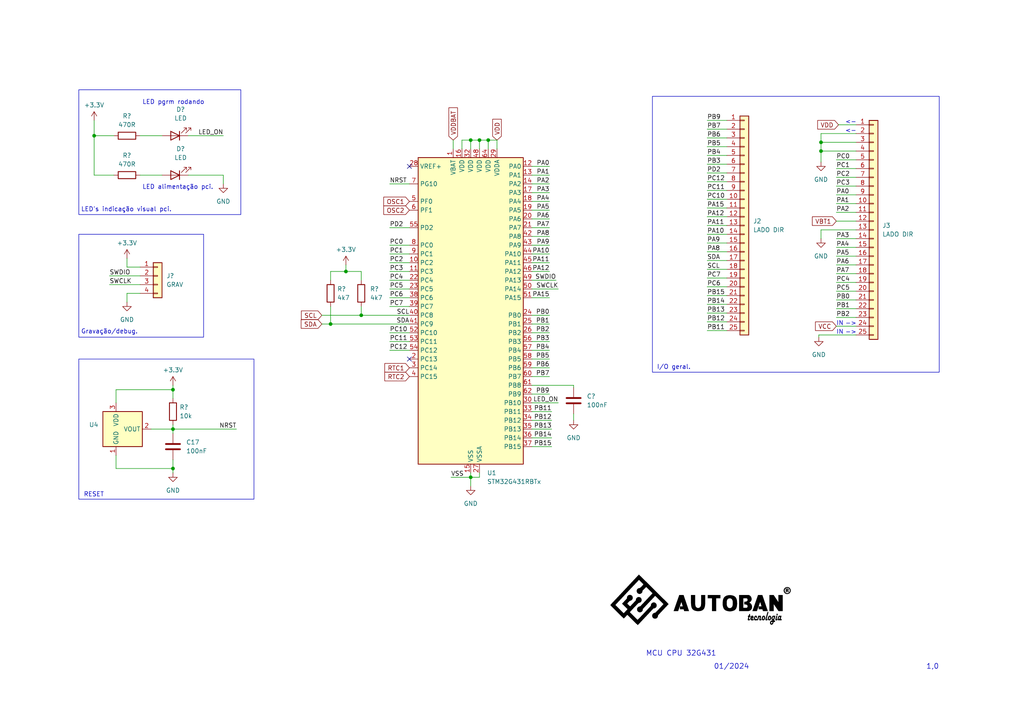
<source format=kicad_sch>
(kicad_sch
	(version 20231120)
	(generator "eeschema")
	(generator_version "8.0")
	(uuid "f065f419-6af7-4a9f-bb91-3533d0d752b8")
	(paper "A4")
	(lib_symbols
		(symbol "Connector_Generic:Conn_01x04"
			(pin_names
				(offset 1.016) hide)
			(exclude_from_sim no)
			(in_bom yes)
			(on_board yes)
			(property "Reference" "J"
				(at 0 5.08 0)
				(effects
					(font
						(size 1.27 1.27)
					)
				)
			)
			(property "Value" "Conn_01x04"
				(at 0 -7.62 0)
				(effects
					(font
						(size 1.27 1.27)
					)
				)
			)
			(property "Footprint" ""
				(at 0 0 0)
				(effects
					(font
						(size 1.27 1.27)
					)
					(hide yes)
				)
			)
			(property "Datasheet" "~"
				(at 0 0 0)
				(effects
					(font
						(size 1.27 1.27)
					)
					(hide yes)
				)
			)
			(property "Description" "Generic connector, single row, 01x04, script generated (kicad-library-utils/schlib/autogen/connector/)"
				(at 0 0 0)
				(effects
					(font
						(size 1.27 1.27)
					)
					(hide yes)
				)
			)
			(property "ki_keywords" "connector"
				(at 0 0 0)
				(effects
					(font
						(size 1.27 1.27)
					)
					(hide yes)
				)
			)
			(property "ki_fp_filters" "Connector*:*_1x??_*"
				(at 0 0 0)
				(effects
					(font
						(size 1.27 1.27)
					)
					(hide yes)
				)
			)
			(symbol "Conn_01x04_1_1"
				(rectangle
					(start -1.27 -4.953)
					(end 0 -5.207)
					(stroke
						(width 0.1524)
						(type default)
					)
					(fill
						(type none)
					)
				)
				(rectangle
					(start -1.27 -2.413)
					(end 0 -2.667)
					(stroke
						(width 0.1524)
						(type default)
					)
					(fill
						(type none)
					)
				)
				(rectangle
					(start -1.27 0.127)
					(end 0 -0.127)
					(stroke
						(width 0.1524)
						(type default)
					)
					(fill
						(type none)
					)
				)
				(rectangle
					(start -1.27 2.667)
					(end 0 2.413)
					(stroke
						(width 0.1524)
						(type default)
					)
					(fill
						(type none)
					)
				)
				(rectangle
					(start -1.27 3.81)
					(end 1.27 -6.35)
					(stroke
						(width 0.254)
						(type default)
					)
					(fill
						(type background)
					)
				)
				(pin passive line
					(at -5.08 2.54 0)
					(length 3.81)
					(name "Pin_1"
						(effects
							(font
								(size 1.27 1.27)
							)
						)
					)
					(number "1"
						(effects
							(font
								(size 1.27 1.27)
							)
						)
					)
				)
				(pin passive line
					(at -5.08 0 0)
					(length 3.81)
					(name "Pin_2"
						(effects
							(font
								(size 1.27 1.27)
							)
						)
					)
					(number "2"
						(effects
							(font
								(size 1.27 1.27)
							)
						)
					)
				)
				(pin passive line
					(at -5.08 -2.54 0)
					(length 3.81)
					(name "Pin_3"
						(effects
							(font
								(size 1.27 1.27)
							)
						)
					)
					(number "3"
						(effects
							(font
								(size 1.27 1.27)
							)
						)
					)
				)
				(pin passive line
					(at -5.08 -5.08 0)
					(length 3.81)
					(name "Pin_4"
						(effects
							(font
								(size 1.27 1.27)
							)
						)
					)
					(number "4"
						(effects
							(font
								(size 1.27 1.27)
							)
						)
					)
				)
			)
		)
		(symbol "Connector_Generic:Conn_01x25"
			(pin_names
				(offset 1.016) hide)
			(exclude_from_sim no)
			(in_bom yes)
			(on_board yes)
			(property "Reference" "J"
				(at 0 33.02 0)
				(effects
					(font
						(size 1.27 1.27)
					)
				)
			)
			(property "Value" "Conn_01x25"
				(at 0 -33.02 0)
				(effects
					(font
						(size 1.27 1.27)
					)
				)
			)
			(property "Footprint" ""
				(at 0 0 0)
				(effects
					(font
						(size 1.27 1.27)
					)
					(hide yes)
				)
			)
			(property "Datasheet" "~"
				(at 0 0 0)
				(effects
					(font
						(size 1.27 1.27)
					)
					(hide yes)
				)
			)
			(property "Description" "Generic connector, single row, 01x25, script generated (kicad-library-utils/schlib/autogen/connector/)"
				(at 0 0 0)
				(effects
					(font
						(size 1.27 1.27)
					)
					(hide yes)
				)
			)
			(property "ki_keywords" "connector"
				(at 0 0 0)
				(effects
					(font
						(size 1.27 1.27)
					)
					(hide yes)
				)
			)
			(property "ki_fp_filters" "Connector*:*_1x??_*"
				(at 0 0 0)
				(effects
					(font
						(size 1.27 1.27)
					)
					(hide yes)
				)
			)
			(symbol "Conn_01x25_1_1"
				(rectangle
					(start -1.27 -30.353)
					(end 0 -30.607)
					(stroke
						(width 0.1524)
						(type default)
					)
					(fill
						(type none)
					)
				)
				(rectangle
					(start -1.27 -27.813)
					(end 0 -28.067)
					(stroke
						(width 0.1524)
						(type default)
					)
					(fill
						(type none)
					)
				)
				(rectangle
					(start -1.27 -25.273)
					(end 0 -25.527)
					(stroke
						(width 0.1524)
						(type default)
					)
					(fill
						(type none)
					)
				)
				(rectangle
					(start -1.27 -22.733)
					(end 0 -22.987)
					(stroke
						(width 0.1524)
						(type default)
					)
					(fill
						(type none)
					)
				)
				(rectangle
					(start -1.27 -20.193)
					(end 0 -20.447)
					(stroke
						(width 0.1524)
						(type default)
					)
					(fill
						(type none)
					)
				)
				(rectangle
					(start -1.27 -17.653)
					(end 0 -17.907)
					(stroke
						(width 0.1524)
						(type default)
					)
					(fill
						(type none)
					)
				)
				(rectangle
					(start -1.27 -15.113)
					(end 0 -15.367)
					(stroke
						(width 0.1524)
						(type default)
					)
					(fill
						(type none)
					)
				)
				(rectangle
					(start -1.27 -12.573)
					(end 0 -12.827)
					(stroke
						(width 0.1524)
						(type default)
					)
					(fill
						(type none)
					)
				)
				(rectangle
					(start -1.27 -10.033)
					(end 0 -10.287)
					(stroke
						(width 0.1524)
						(type default)
					)
					(fill
						(type none)
					)
				)
				(rectangle
					(start -1.27 -7.493)
					(end 0 -7.747)
					(stroke
						(width 0.1524)
						(type default)
					)
					(fill
						(type none)
					)
				)
				(rectangle
					(start -1.27 -4.953)
					(end 0 -5.207)
					(stroke
						(width 0.1524)
						(type default)
					)
					(fill
						(type none)
					)
				)
				(rectangle
					(start -1.27 -2.413)
					(end 0 -2.667)
					(stroke
						(width 0.1524)
						(type default)
					)
					(fill
						(type none)
					)
				)
				(rectangle
					(start -1.27 0.127)
					(end 0 -0.127)
					(stroke
						(width 0.1524)
						(type default)
					)
					(fill
						(type none)
					)
				)
				(rectangle
					(start -1.27 2.667)
					(end 0 2.413)
					(stroke
						(width 0.1524)
						(type default)
					)
					(fill
						(type none)
					)
				)
				(rectangle
					(start -1.27 5.207)
					(end 0 4.953)
					(stroke
						(width 0.1524)
						(type default)
					)
					(fill
						(type none)
					)
				)
				(rectangle
					(start -1.27 7.747)
					(end 0 7.493)
					(stroke
						(width 0.1524)
						(type default)
					)
					(fill
						(type none)
					)
				)
				(rectangle
					(start -1.27 10.287)
					(end 0 10.033)
					(stroke
						(width 0.1524)
						(type default)
					)
					(fill
						(type none)
					)
				)
				(rectangle
					(start -1.27 12.827)
					(end 0 12.573)
					(stroke
						(width 0.1524)
						(type default)
					)
					(fill
						(type none)
					)
				)
				(rectangle
					(start -1.27 15.367)
					(end 0 15.113)
					(stroke
						(width 0.1524)
						(type default)
					)
					(fill
						(type none)
					)
				)
				(rectangle
					(start -1.27 17.907)
					(end 0 17.653)
					(stroke
						(width 0.1524)
						(type default)
					)
					(fill
						(type none)
					)
				)
				(rectangle
					(start -1.27 20.447)
					(end 0 20.193)
					(stroke
						(width 0.1524)
						(type default)
					)
					(fill
						(type none)
					)
				)
				(rectangle
					(start -1.27 22.987)
					(end 0 22.733)
					(stroke
						(width 0.1524)
						(type default)
					)
					(fill
						(type none)
					)
				)
				(rectangle
					(start -1.27 25.527)
					(end 0 25.273)
					(stroke
						(width 0.1524)
						(type default)
					)
					(fill
						(type none)
					)
				)
				(rectangle
					(start -1.27 28.067)
					(end 0 27.813)
					(stroke
						(width 0.1524)
						(type default)
					)
					(fill
						(type none)
					)
				)
				(rectangle
					(start -1.27 30.607)
					(end 0 30.353)
					(stroke
						(width 0.1524)
						(type default)
					)
					(fill
						(type none)
					)
				)
				(rectangle
					(start -1.27 31.75)
					(end 1.27 -31.75)
					(stroke
						(width 0.254)
						(type default)
					)
					(fill
						(type background)
					)
				)
				(pin passive line
					(at -5.08 30.48 0)
					(length 3.81)
					(name "Pin_1"
						(effects
							(font
								(size 1.27 1.27)
							)
						)
					)
					(number "1"
						(effects
							(font
								(size 1.27 1.27)
							)
						)
					)
				)
				(pin passive line
					(at -5.08 7.62 0)
					(length 3.81)
					(name "Pin_10"
						(effects
							(font
								(size 1.27 1.27)
							)
						)
					)
					(number "10"
						(effects
							(font
								(size 1.27 1.27)
							)
						)
					)
				)
				(pin passive line
					(at -5.08 5.08 0)
					(length 3.81)
					(name "Pin_11"
						(effects
							(font
								(size 1.27 1.27)
							)
						)
					)
					(number "11"
						(effects
							(font
								(size 1.27 1.27)
							)
						)
					)
				)
				(pin passive line
					(at -5.08 2.54 0)
					(length 3.81)
					(name "Pin_12"
						(effects
							(font
								(size 1.27 1.27)
							)
						)
					)
					(number "12"
						(effects
							(font
								(size 1.27 1.27)
							)
						)
					)
				)
				(pin passive line
					(at -5.08 0 0)
					(length 3.81)
					(name "Pin_13"
						(effects
							(font
								(size 1.27 1.27)
							)
						)
					)
					(number "13"
						(effects
							(font
								(size 1.27 1.27)
							)
						)
					)
				)
				(pin passive line
					(at -5.08 -2.54 0)
					(length 3.81)
					(name "Pin_14"
						(effects
							(font
								(size 1.27 1.27)
							)
						)
					)
					(number "14"
						(effects
							(font
								(size 1.27 1.27)
							)
						)
					)
				)
				(pin passive line
					(at -5.08 -5.08 0)
					(length 3.81)
					(name "Pin_15"
						(effects
							(font
								(size 1.27 1.27)
							)
						)
					)
					(number "15"
						(effects
							(font
								(size 1.27 1.27)
							)
						)
					)
				)
				(pin passive line
					(at -5.08 -7.62 0)
					(length 3.81)
					(name "Pin_16"
						(effects
							(font
								(size 1.27 1.27)
							)
						)
					)
					(number "16"
						(effects
							(font
								(size 1.27 1.27)
							)
						)
					)
				)
				(pin passive line
					(at -5.08 -10.16 0)
					(length 3.81)
					(name "Pin_17"
						(effects
							(font
								(size 1.27 1.27)
							)
						)
					)
					(number "17"
						(effects
							(font
								(size 1.27 1.27)
							)
						)
					)
				)
				(pin passive line
					(at -5.08 -12.7 0)
					(length 3.81)
					(name "Pin_18"
						(effects
							(font
								(size 1.27 1.27)
							)
						)
					)
					(number "18"
						(effects
							(font
								(size 1.27 1.27)
							)
						)
					)
				)
				(pin passive line
					(at -5.08 -15.24 0)
					(length 3.81)
					(name "Pin_19"
						(effects
							(font
								(size 1.27 1.27)
							)
						)
					)
					(number "19"
						(effects
							(font
								(size 1.27 1.27)
							)
						)
					)
				)
				(pin passive line
					(at -5.08 27.94 0)
					(length 3.81)
					(name "Pin_2"
						(effects
							(font
								(size 1.27 1.27)
							)
						)
					)
					(number "2"
						(effects
							(font
								(size 1.27 1.27)
							)
						)
					)
				)
				(pin passive line
					(at -5.08 -17.78 0)
					(length 3.81)
					(name "Pin_20"
						(effects
							(font
								(size 1.27 1.27)
							)
						)
					)
					(number "20"
						(effects
							(font
								(size 1.27 1.27)
							)
						)
					)
				)
				(pin passive line
					(at -5.08 -20.32 0)
					(length 3.81)
					(name "Pin_21"
						(effects
							(font
								(size 1.27 1.27)
							)
						)
					)
					(number "21"
						(effects
							(font
								(size 1.27 1.27)
							)
						)
					)
				)
				(pin passive line
					(at -5.08 -22.86 0)
					(length 3.81)
					(name "Pin_22"
						(effects
							(font
								(size 1.27 1.27)
							)
						)
					)
					(number "22"
						(effects
							(font
								(size 1.27 1.27)
							)
						)
					)
				)
				(pin passive line
					(at -5.08 -25.4 0)
					(length 3.81)
					(name "Pin_23"
						(effects
							(font
								(size 1.27 1.27)
							)
						)
					)
					(number "23"
						(effects
							(font
								(size 1.27 1.27)
							)
						)
					)
				)
				(pin passive line
					(at -5.08 -27.94 0)
					(length 3.81)
					(name "Pin_24"
						(effects
							(font
								(size 1.27 1.27)
							)
						)
					)
					(number "24"
						(effects
							(font
								(size 1.27 1.27)
							)
						)
					)
				)
				(pin passive line
					(at -5.08 -30.48 0)
					(length 3.81)
					(name "Pin_25"
						(effects
							(font
								(size 1.27 1.27)
							)
						)
					)
					(number "25"
						(effects
							(font
								(size 1.27 1.27)
							)
						)
					)
				)
				(pin passive line
					(at -5.08 25.4 0)
					(length 3.81)
					(name "Pin_3"
						(effects
							(font
								(size 1.27 1.27)
							)
						)
					)
					(number "3"
						(effects
							(font
								(size 1.27 1.27)
							)
						)
					)
				)
				(pin passive line
					(at -5.08 22.86 0)
					(length 3.81)
					(name "Pin_4"
						(effects
							(font
								(size 1.27 1.27)
							)
						)
					)
					(number "4"
						(effects
							(font
								(size 1.27 1.27)
							)
						)
					)
				)
				(pin passive line
					(at -5.08 20.32 0)
					(length 3.81)
					(name "Pin_5"
						(effects
							(font
								(size 1.27 1.27)
							)
						)
					)
					(number "5"
						(effects
							(font
								(size 1.27 1.27)
							)
						)
					)
				)
				(pin passive line
					(at -5.08 17.78 0)
					(length 3.81)
					(name "Pin_6"
						(effects
							(font
								(size 1.27 1.27)
							)
						)
					)
					(number "6"
						(effects
							(font
								(size 1.27 1.27)
							)
						)
					)
				)
				(pin passive line
					(at -5.08 15.24 0)
					(length 3.81)
					(name "Pin_7"
						(effects
							(font
								(size 1.27 1.27)
							)
						)
					)
					(number "7"
						(effects
							(font
								(size 1.27 1.27)
							)
						)
					)
				)
				(pin passive line
					(at -5.08 12.7 0)
					(length 3.81)
					(name "Pin_8"
						(effects
							(font
								(size 1.27 1.27)
							)
						)
					)
					(number "8"
						(effects
							(font
								(size 1.27 1.27)
							)
						)
					)
				)
				(pin passive line
					(at -5.08 10.16 0)
					(length 3.81)
					(name "Pin_9"
						(effects
							(font
								(size 1.27 1.27)
							)
						)
					)
					(number "9"
						(effects
							(font
								(size 1.27 1.27)
							)
						)
					)
				)
			)
		)
		(symbol "Device:LED"
			(pin_numbers hide)
			(pin_names
				(offset 1.016) hide)
			(exclude_from_sim no)
			(in_bom yes)
			(on_board yes)
			(property "Reference" "D"
				(at 0 2.54 0)
				(effects
					(font
						(size 1.27 1.27)
					)
				)
			)
			(property "Value" "LED"
				(at 0 -2.54 0)
				(effects
					(font
						(size 1.27 1.27)
					)
				)
			)
			(property "Footprint" ""
				(at 0 0 0)
				(effects
					(font
						(size 1.27 1.27)
					)
					(hide yes)
				)
			)
			(property "Datasheet" "~"
				(at 0 0 0)
				(effects
					(font
						(size 1.27 1.27)
					)
					(hide yes)
				)
			)
			(property "Description" "Light emitting diode"
				(at 0 0 0)
				(effects
					(font
						(size 1.27 1.27)
					)
					(hide yes)
				)
			)
			(property "ki_keywords" "LED diode"
				(at 0 0 0)
				(effects
					(font
						(size 1.27 1.27)
					)
					(hide yes)
				)
			)
			(property "ki_fp_filters" "LED* LED_SMD:* LED_THT:*"
				(at 0 0 0)
				(effects
					(font
						(size 1.27 1.27)
					)
					(hide yes)
				)
			)
			(symbol "LED_0_1"
				(polyline
					(pts
						(xy -1.27 -1.27) (xy -1.27 1.27)
					)
					(stroke
						(width 0.254)
						(type default)
					)
					(fill
						(type none)
					)
				)
				(polyline
					(pts
						(xy -1.27 0) (xy 1.27 0)
					)
					(stroke
						(width 0)
						(type default)
					)
					(fill
						(type none)
					)
				)
				(polyline
					(pts
						(xy 1.27 -1.27) (xy 1.27 1.27) (xy -1.27 0) (xy 1.27 -1.27)
					)
					(stroke
						(width 0.254)
						(type default)
					)
					(fill
						(type none)
					)
				)
				(polyline
					(pts
						(xy -3.048 -0.762) (xy -4.572 -2.286) (xy -3.81 -2.286) (xy -4.572 -2.286) (xy -4.572 -1.524)
					)
					(stroke
						(width 0)
						(type default)
					)
					(fill
						(type none)
					)
				)
				(polyline
					(pts
						(xy -1.778 -0.762) (xy -3.302 -2.286) (xy -2.54 -2.286) (xy -3.302 -2.286) (xy -3.302 -1.524)
					)
					(stroke
						(width 0)
						(type default)
					)
					(fill
						(type none)
					)
				)
			)
			(symbol "LED_1_1"
				(pin passive line
					(at -3.81 0 0)
					(length 2.54)
					(name "K"
						(effects
							(font
								(size 1.27 1.27)
							)
						)
					)
					(number "1"
						(effects
							(font
								(size 1.27 1.27)
							)
						)
					)
				)
				(pin passive line
					(at 3.81 0 180)
					(length 2.54)
					(name "A"
						(effects
							(font
								(size 1.27 1.27)
							)
						)
					)
					(number "2"
						(effects
							(font
								(size 1.27 1.27)
							)
						)
					)
				)
			)
		)
		(symbol "MCU_ST_STM32G4:STM32G431RBTx"
			(exclude_from_sim no)
			(in_bom yes)
			(on_board yes)
			(property "Reference" "U"
				(at -15.24 46.99 0)
				(effects
					(font
						(size 1.27 1.27)
					)
					(justify left)
				)
			)
			(property "Value" "STM32G431RBTx"
				(at 10.16 46.99 0)
				(effects
					(font
						(size 1.27 1.27)
					)
					(justify left)
				)
			)
			(property "Footprint" "Package_QFP:LQFP-64_10x10mm_P0.5mm"
				(at -15.24 -43.18 0)
				(effects
					(font
						(size 1.27 1.27)
					)
					(justify right)
					(hide yes)
				)
			)
			(property "Datasheet" "https://www.st.com/resource/en/datasheet/stm32g431rb.pdf"
				(at 0 0 0)
				(effects
					(font
						(size 1.27 1.27)
					)
					(hide yes)
				)
			)
			(property "Description" "STMicroelectronics Arm Cortex-M4 MCU, 128KB flash, 32KB RAM, 170 MHz, 1.71-3.6V, 52 GPIO, LQFP64"
				(at 0 0 0)
				(effects
					(font
						(size 1.27 1.27)
					)
					(hide yes)
				)
			)
			(property "ki_locked" ""
				(at 0 0 0)
				(effects
					(font
						(size 1.27 1.27)
					)
				)
			)
			(property "ki_keywords" "Arm Cortex-M4 STM32G4 STM32G4x1"
				(at 0 0 0)
				(effects
					(font
						(size 1.27 1.27)
					)
					(hide yes)
				)
			)
			(property "ki_fp_filters" "LQFP*10x10mm*P0.5mm*"
				(at 0 0 0)
				(effects
					(font
						(size 1.27 1.27)
					)
					(hide yes)
				)
			)
			(symbol "STM32G431RBTx_0_1"
				(rectangle
					(start -15.24 -43.18)
					(end 15.24 45.72)
					(stroke
						(width 0.254)
						(type default)
					)
					(fill
						(type background)
					)
				)
			)
			(symbol "STM32G431RBTx_1_1"
				(pin power_in line
					(at -5.08 48.26 270)
					(length 2.54)
					(name "VBAT"
						(effects
							(font
								(size 1.27 1.27)
							)
						)
					)
					(number "1"
						(effects
							(font
								(size 1.27 1.27)
							)
						)
					)
				)
				(pin bidirectional line
					(at -17.78 15.24 0)
					(length 2.54)
					(name "PC2"
						(effects
							(font
								(size 1.27 1.27)
							)
						)
					)
					(number "10"
						(effects
							(font
								(size 1.27 1.27)
							)
						)
					)
					(alternate "ADC1_IN8" bidirectional line)
					(alternate "ADC2_IN8" bidirectional line)
					(alternate "COMP3_OUT" bidirectional line)
					(alternate "LPTIM1_IN2" bidirectional line)
					(alternate "TIM1_CH3" bidirectional line)
				)
				(pin bidirectional line
					(at -17.78 12.7 0)
					(length 2.54)
					(name "PC3"
						(effects
							(font
								(size 1.27 1.27)
							)
						)
					)
					(number "11"
						(effects
							(font
								(size 1.27 1.27)
							)
						)
					)
					(alternate "ADC1_IN9" bidirectional line)
					(alternate "ADC2_IN9" bidirectional line)
					(alternate "LPTIM1_ETR" bidirectional line)
					(alternate "SAI1_D1" bidirectional line)
					(alternate "SAI1_SD_A" bidirectional line)
					(alternate "TIM1_BKIN2" bidirectional line)
					(alternate "TIM1_CH4" bidirectional line)
				)
				(pin bidirectional line
					(at 17.78 43.18 180)
					(length 2.54)
					(name "PA0"
						(effects
							(font
								(size 1.27 1.27)
							)
						)
					)
					(number "12"
						(effects
							(font
								(size 1.27 1.27)
							)
						)
					)
					(alternate "ADC1_IN1" bidirectional line)
					(alternate "ADC2_IN1" bidirectional line)
					(alternate "COMP1_INM" bidirectional line)
					(alternate "COMP1_OUT" bidirectional line)
					(alternate "COMP3_INP" bidirectional line)
					(alternate "RTC_TAMP2" bidirectional line)
					(alternate "SYS_WKUP1" bidirectional line)
					(alternate "TIM2_CH1" bidirectional line)
					(alternate "TIM2_ETR" bidirectional line)
					(alternate "TIM8_BKIN" bidirectional line)
					(alternate "TIM8_ETR" bidirectional line)
					(alternate "USART2_CTS" bidirectional line)
					(alternate "USART2_NSS" bidirectional line)
				)
				(pin bidirectional line
					(at 17.78 40.64 180)
					(length 2.54)
					(name "PA1"
						(effects
							(font
								(size 1.27 1.27)
							)
						)
					)
					(number "13"
						(effects
							(font
								(size 1.27 1.27)
							)
						)
					)
					(alternate "ADC1_IN2" bidirectional line)
					(alternate "ADC2_IN2" bidirectional line)
					(alternate "COMP1_INP" bidirectional line)
					(alternate "OPAMP1_VINP" bidirectional line)
					(alternate "OPAMP1_VINP_SEC" bidirectional line)
					(alternate "OPAMP3_VINP" bidirectional line)
					(alternate "OPAMP3_VINP_SEC" bidirectional line)
					(alternate "RTC_REFIN" bidirectional line)
					(alternate "TIM15_CH1N" bidirectional line)
					(alternate "TIM2_CH2" bidirectional line)
					(alternate "USART2_DE" bidirectional line)
					(alternate "USART2_RTS" bidirectional line)
				)
				(pin bidirectional line
					(at 17.78 38.1 180)
					(length 2.54)
					(name "PA2"
						(effects
							(font
								(size 1.27 1.27)
							)
						)
					)
					(number "14"
						(effects
							(font
								(size 1.27 1.27)
							)
						)
					)
					(alternate "ADC1_IN3" bidirectional line)
					(alternate "COMP2_INM" bidirectional line)
					(alternate "COMP2_OUT" bidirectional line)
					(alternate "LPUART1_TX" bidirectional line)
					(alternate "OPAMP1_VOUT" bidirectional line)
					(alternate "RCC_LSCO" bidirectional line)
					(alternate "SYS_WKUP4" bidirectional line)
					(alternate "TIM15_CH1" bidirectional line)
					(alternate "TIM2_CH3" bidirectional line)
					(alternate "UCPD1_FRSTX1" bidirectional line)
					(alternate "UCPD1_FRSTX2" bidirectional line)
					(alternate "USART2_TX" bidirectional line)
				)
				(pin power_in line
					(at 0 -45.72 90)
					(length 2.54)
					(name "VSS"
						(effects
							(font
								(size 1.27 1.27)
							)
						)
					)
					(number "15"
						(effects
							(font
								(size 1.27 1.27)
							)
						)
					)
				)
				(pin power_in line
					(at -2.54 48.26 270)
					(length 2.54)
					(name "VDD"
						(effects
							(font
								(size 1.27 1.27)
							)
						)
					)
					(number "16"
						(effects
							(font
								(size 1.27 1.27)
							)
						)
					)
				)
				(pin bidirectional line
					(at 17.78 35.56 180)
					(length 2.54)
					(name "PA3"
						(effects
							(font
								(size 1.27 1.27)
							)
						)
					)
					(number "17"
						(effects
							(font
								(size 1.27 1.27)
							)
						)
					)
					(alternate "ADC1_IN4" bidirectional line)
					(alternate "COMP2_INP" bidirectional line)
					(alternate "LPUART1_RX" bidirectional line)
					(alternate "OPAMP1_VINM" bidirectional line)
					(alternate "OPAMP1_VINM0" bidirectional line)
					(alternate "OPAMP1_VINM_SEC" bidirectional line)
					(alternate "OPAMP1_VINP" bidirectional line)
					(alternate "OPAMP1_VINP_SEC" bidirectional line)
					(alternate "SAI1_CK1" bidirectional line)
					(alternate "SAI1_MCLK_A" bidirectional line)
					(alternate "TIM15_CH2" bidirectional line)
					(alternate "TIM2_CH4" bidirectional line)
					(alternate "USART2_RX" bidirectional line)
				)
				(pin bidirectional line
					(at 17.78 33.02 180)
					(length 2.54)
					(name "PA4"
						(effects
							(font
								(size 1.27 1.27)
							)
						)
					)
					(number "18"
						(effects
							(font
								(size 1.27 1.27)
							)
						)
					)
					(alternate "ADC2_IN17" bidirectional line)
					(alternate "COMP1_INM" bidirectional line)
					(alternate "DAC1_OUT1" bidirectional line)
					(alternate "I2S3_WS" bidirectional line)
					(alternate "SAI1_FS_B" bidirectional line)
					(alternate "SPI1_NSS" bidirectional line)
					(alternate "SPI3_NSS" bidirectional line)
					(alternate "TIM3_CH2" bidirectional line)
					(alternate "USART2_CK" bidirectional line)
				)
				(pin bidirectional line
					(at 17.78 30.48 180)
					(length 2.54)
					(name "PA5"
						(effects
							(font
								(size 1.27 1.27)
							)
						)
					)
					(number "19"
						(effects
							(font
								(size 1.27 1.27)
							)
						)
					)
					(alternate "ADC2_IN13" bidirectional line)
					(alternate "COMP2_INM" bidirectional line)
					(alternate "DAC1_OUT2" bidirectional line)
					(alternate "OPAMP2_VINM" bidirectional line)
					(alternate "OPAMP2_VINM0" bidirectional line)
					(alternate "OPAMP2_VINM_SEC" bidirectional line)
					(alternate "SPI1_SCK" bidirectional line)
					(alternate "TIM2_CH1" bidirectional line)
					(alternate "TIM2_ETR" bidirectional line)
					(alternate "UCPD1_FRSTX1" bidirectional line)
					(alternate "UCPD1_FRSTX2" bidirectional line)
				)
				(pin bidirectional line
					(at -17.78 -12.7 0)
					(length 2.54)
					(name "PC13"
						(effects
							(font
								(size 1.27 1.27)
							)
						)
					)
					(number "2"
						(effects
							(font
								(size 1.27 1.27)
							)
						)
					)
					(alternate "RTC_OUT1" bidirectional line)
					(alternate "RTC_TAMP1" bidirectional line)
					(alternate "RTC_TS" bidirectional line)
					(alternate "SYS_WKUP2" bidirectional line)
					(alternate "TIM1_BKIN" bidirectional line)
					(alternate "TIM1_CH1N" bidirectional line)
					(alternate "TIM8_CH4N" bidirectional line)
				)
				(pin bidirectional line
					(at 17.78 27.94 180)
					(length 2.54)
					(name "PA6"
						(effects
							(font
								(size 1.27 1.27)
							)
						)
					)
					(number "20"
						(effects
							(font
								(size 1.27 1.27)
							)
						)
					)
					(alternate "ADC2_IN3" bidirectional line)
					(alternate "COMP1_OUT" bidirectional line)
					(alternate "LPUART1_CTS" bidirectional line)
					(alternate "OPAMP2_VOUT" bidirectional line)
					(alternate "SPI1_MISO" bidirectional line)
					(alternate "TIM16_CH1" bidirectional line)
					(alternate "TIM1_BKIN" bidirectional line)
					(alternate "TIM3_CH1" bidirectional line)
					(alternate "TIM8_BKIN" bidirectional line)
				)
				(pin bidirectional line
					(at 17.78 25.4 180)
					(length 2.54)
					(name "PA7"
						(effects
							(font
								(size 1.27 1.27)
							)
						)
					)
					(number "21"
						(effects
							(font
								(size 1.27 1.27)
							)
						)
					)
					(alternate "ADC2_IN4" bidirectional line)
					(alternate "COMP2_INP" bidirectional line)
					(alternate "COMP2_OUT" bidirectional line)
					(alternate "OPAMP1_VINP" bidirectional line)
					(alternate "OPAMP1_VINP_SEC" bidirectional line)
					(alternate "OPAMP2_VINP" bidirectional line)
					(alternate "OPAMP2_VINP_SEC" bidirectional line)
					(alternate "SPI1_MOSI" bidirectional line)
					(alternate "TIM17_CH1" bidirectional line)
					(alternate "TIM1_CH1N" bidirectional line)
					(alternate "TIM3_CH2" bidirectional line)
					(alternate "TIM8_CH1N" bidirectional line)
					(alternate "UCPD1_FRSTX1" bidirectional line)
					(alternate "UCPD1_FRSTX2" bidirectional line)
				)
				(pin bidirectional line
					(at -17.78 10.16 0)
					(length 2.54)
					(name "PC4"
						(effects
							(font
								(size 1.27 1.27)
							)
						)
					)
					(number "22"
						(effects
							(font
								(size 1.27 1.27)
							)
						)
					)
					(alternate "ADC2_IN5" bidirectional line)
					(alternate "I2C2_SCL" bidirectional line)
					(alternate "TIM1_ETR" bidirectional line)
					(alternate "USART1_TX" bidirectional line)
				)
				(pin bidirectional line
					(at -17.78 7.62 0)
					(length 2.54)
					(name "PC5"
						(effects
							(font
								(size 1.27 1.27)
							)
						)
					)
					(number "23"
						(effects
							(font
								(size 1.27 1.27)
							)
						)
					)
					(alternate "ADC2_IN11" bidirectional line)
					(alternate "OPAMP1_VINM" bidirectional line)
					(alternate "OPAMP1_VINM1" bidirectional line)
					(alternate "OPAMP1_VINM_SEC" bidirectional line)
					(alternate "OPAMP2_VINM" bidirectional line)
					(alternate "OPAMP2_VINM1" bidirectional line)
					(alternate "OPAMP2_VINM_SEC" bidirectional line)
					(alternate "SAI1_D3" bidirectional line)
					(alternate "SYS_WKUP5" bidirectional line)
					(alternate "TIM15_BKIN" bidirectional line)
					(alternate "TIM1_CH4N" bidirectional line)
					(alternate "USART1_RX" bidirectional line)
				)
				(pin bidirectional line
					(at 17.78 0 180)
					(length 2.54)
					(name "PB0"
						(effects
							(font
								(size 1.27 1.27)
							)
						)
					)
					(number "24"
						(effects
							(font
								(size 1.27 1.27)
							)
						)
					)
					(alternate "ADC1_IN15" bidirectional line)
					(alternate "COMP4_INP" bidirectional line)
					(alternate "OPAMP2_VINP" bidirectional line)
					(alternate "OPAMP2_VINP_SEC" bidirectional line)
					(alternate "OPAMP3_VINP" bidirectional line)
					(alternate "OPAMP3_VINP_SEC" bidirectional line)
					(alternate "TIM1_CH2N" bidirectional line)
					(alternate "TIM3_CH3" bidirectional line)
					(alternate "TIM8_CH2N" bidirectional line)
					(alternate "UCPD1_FRSTX1" bidirectional line)
					(alternate "UCPD1_FRSTX2" bidirectional line)
				)
				(pin bidirectional line
					(at 17.78 -2.54 180)
					(length 2.54)
					(name "PB1"
						(effects
							(font
								(size 1.27 1.27)
							)
						)
					)
					(number "25"
						(effects
							(font
								(size 1.27 1.27)
							)
						)
					)
					(alternate "ADC1_IN12" bidirectional line)
					(alternate "COMP1_INP" bidirectional line)
					(alternate "COMP4_OUT" bidirectional line)
					(alternate "LPUART1_DE" bidirectional line)
					(alternate "LPUART1_RTS" bidirectional line)
					(alternate "OPAMP3_VOUT" bidirectional line)
					(alternate "TIM1_CH3N" bidirectional line)
					(alternate "TIM3_CH4" bidirectional line)
					(alternate "TIM8_CH3N" bidirectional line)
				)
				(pin bidirectional line
					(at 17.78 -5.08 180)
					(length 2.54)
					(name "PB2"
						(effects
							(font
								(size 1.27 1.27)
							)
						)
					)
					(number "26"
						(effects
							(font
								(size 1.27 1.27)
							)
						)
					)
					(alternate "ADC2_IN12" bidirectional line)
					(alternate "COMP4_INM" bidirectional line)
					(alternate "I2C3_SMBA" bidirectional line)
					(alternate "LPTIM1_OUT" bidirectional line)
					(alternate "OPAMP3_VINM" bidirectional line)
					(alternate "OPAMP3_VINM0" bidirectional line)
					(alternate "OPAMP3_VINM_SEC" bidirectional line)
					(alternate "RTC_OUT2" bidirectional line)
				)
				(pin power_in line
					(at 2.54 -45.72 90)
					(length 2.54)
					(name "VSSA"
						(effects
							(font
								(size 1.27 1.27)
							)
						)
					)
					(number "27"
						(effects
							(font
								(size 1.27 1.27)
							)
						)
					)
				)
				(pin input line
					(at -17.78 43.18 0)
					(length 2.54)
					(name "VREF+"
						(effects
							(font
								(size 1.27 1.27)
							)
						)
					)
					(number "28"
						(effects
							(font
								(size 1.27 1.27)
							)
						)
					)
					(alternate "VREFBUF_OUT" bidirectional line)
				)
				(pin power_in line
					(at 7.62 48.26 270)
					(length 2.54)
					(name "VDDA"
						(effects
							(font
								(size 1.27 1.27)
							)
						)
					)
					(number "29"
						(effects
							(font
								(size 1.27 1.27)
							)
						)
					)
				)
				(pin bidirectional line
					(at -17.78 -15.24 0)
					(length 2.54)
					(name "PC14"
						(effects
							(font
								(size 1.27 1.27)
							)
						)
					)
					(number "3"
						(effects
							(font
								(size 1.27 1.27)
							)
						)
					)
					(alternate "RCC_OSC32_IN" bidirectional line)
				)
				(pin bidirectional line
					(at 17.78 -25.4 180)
					(length 2.54)
					(name "PB10"
						(effects
							(font
								(size 1.27 1.27)
							)
						)
					)
					(number "30"
						(effects
							(font
								(size 1.27 1.27)
							)
						)
					)
					(alternate "DAC1_EXTI10" bidirectional line)
					(alternate "DAC3_EXTI10" bidirectional line)
					(alternate "LPUART1_RX" bidirectional line)
					(alternate "OPAMP3_VINM" bidirectional line)
					(alternate "OPAMP3_VINM1" bidirectional line)
					(alternate "OPAMP3_VINM_SEC" bidirectional line)
					(alternate "SAI1_SCK_A" bidirectional line)
					(alternate "TIM1_BKIN" bidirectional line)
					(alternate "TIM2_CH3" bidirectional line)
					(alternate "USART3_TX" bidirectional line)
				)
				(pin passive line
					(at 0 -45.72 90)
					(length 2.54) hide
					(name "VSS"
						(effects
							(font
								(size 1.27 1.27)
							)
						)
					)
					(number "31"
						(effects
							(font
								(size 1.27 1.27)
							)
						)
					)
				)
				(pin power_in line
					(at 0 48.26 270)
					(length 2.54)
					(name "VDD"
						(effects
							(font
								(size 1.27 1.27)
							)
						)
					)
					(number "32"
						(effects
							(font
								(size 1.27 1.27)
							)
						)
					)
				)
				(pin bidirectional line
					(at 17.78 -27.94 180)
					(length 2.54)
					(name "PB11"
						(effects
							(font
								(size 1.27 1.27)
							)
						)
					)
					(number "33"
						(effects
							(font
								(size 1.27 1.27)
							)
						)
					)
					(alternate "ADC1_EXTI11" bidirectional line)
					(alternate "ADC1_IN14" bidirectional line)
					(alternate "ADC2_EXTI11" bidirectional line)
					(alternate "ADC2_IN14" bidirectional line)
					(alternate "LPUART1_TX" bidirectional line)
					(alternate "TIM2_CH4" bidirectional line)
					(alternate "USART3_RX" bidirectional line)
				)
				(pin bidirectional line
					(at 17.78 -30.48 180)
					(length 2.54)
					(name "PB12"
						(effects
							(font
								(size 1.27 1.27)
							)
						)
					)
					(number "34"
						(effects
							(font
								(size 1.27 1.27)
							)
						)
					)
					(alternate "ADC1_IN11" bidirectional line)
					(alternate "I2C2_SMBA" bidirectional line)
					(alternate "I2S2_WS" bidirectional line)
					(alternate "LPUART1_DE" bidirectional line)
					(alternate "LPUART1_RTS" bidirectional line)
					(alternate "SPI2_NSS" bidirectional line)
					(alternate "TIM1_BKIN" bidirectional line)
					(alternate "USART3_CK" bidirectional line)
				)
				(pin bidirectional line
					(at 17.78 -33.02 180)
					(length 2.54)
					(name "PB13"
						(effects
							(font
								(size 1.27 1.27)
							)
						)
					)
					(number "35"
						(effects
							(font
								(size 1.27 1.27)
							)
						)
					)
					(alternate "I2S2_CK" bidirectional line)
					(alternate "LPUART1_CTS" bidirectional line)
					(alternate "OPAMP3_VINP" bidirectional line)
					(alternate "OPAMP3_VINP_SEC" bidirectional line)
					(alternate "SPI2_SCK" bidirectional line)
					(alternate "TIM1_CH1N" bidirectional line)
					(alternate "USART3_CTS" bidirectional line)
					(alternate "USART3_NSS" bidirectional line)
				)
				(pin bidirectional line
					(at 17.78 -35.56 180)
					(length 2.54)
					(name "PB14"
						(effects
							(font
								(size 1.27 1.27)
							)
						)
					)
					(number "36"
						(effects
							(font
								(size 1.27 1.27)
							)
						)
					)
					(alternate "ADC1_IN5" bidirectional line)
					(alternate "COMP4_OUT" bidirectional line)
					(alternate "OPAMP2_VINP" bidirectional line)
					(alternate "OPAMP2_VINP_SEC" bidirectional line)
					(alternate "SPI2_MISO" bidirectional line)
					(alternate "TIM15_CH1" bidirectional line)
					(alternate "TIM1_CH2N" bidirectional line)
					(alternate "USART3_DE" bidirectional line)
					(alternate "USART3_RTS" bidirectional line)
				)
				(pin bidirectional line
					(at 17.78 -38.1 180)
					(length 2.54)
					(name "PB15"
						(effects
							(font
								(size 1.27 1.27)
							)
						)
					)
					(number "37"
						(effects
							(font
								(size 1.27 1.27)
							)
						)
					)
					(alternate "ADC1_EXTI15" bidirectional line)
					(alternate "ADC2_EXTI15" bidirectional line)
					(alternate "ADC2_IN15" bidirectional line)
					(alternate "COMP3_OUT" bidirectional line)
					(alternate "I2S2_SD" bidirectional line)
					(alternate "RTC_REFIN" bidirectional line)
					(alternate "SPI2_MOSI" bidirectional line)
					(alternate "TIM15_CH1N" bidirectional line)
					(alternate "TIM15_CH2" bidirectional line)
					(alternate "TIM1_CH3N" bidirectional line)
				)
				(pin bidirectional line
					(at -17.78 5.08 0)
					(length 2.54)
					(name "PC6"
						(effects
							(font
								(size 1.27 1.27)
							)
						)
					)
					(number "38"
						(effects
							(font
								(size 1.27 1.27)
							)
						)
					)
					(alternate "I2S2_MCK" bidirectional line)
					(alternate "TIM3_CH1" bidirectional line)
					(alternate "TIM8_CH1" bidirectional line)
				)
				(pin bidirectional line
					(at -17.78 2.54 0)
					(length 2.54)
					(name "PC7"
						(effects
							(font
								(size 1.27 1.27)
							)
						)
					)
					(number "39"
						(effects
							(font
								(size 1.27 1.27)
							)
						)
					)
					(alternate "I2S3_MCK" bidirectional line)
					(alternate "TIM3_CH2" bidirectional line)
					(alternate "TIM8_CH2" bidirectional line)
				)
				(pin bidirectional line
					(at -17.78 -17.78 0)
					(length 2.54)
					(name "PC15"
						(effects
							(font
								(size 1.27 1.27)
							)
						)
					)
					(number "4"
						(effects
							(font
								(size 1.27 1.27)
							)
						)
					)
					(alternate "ADC1_EXTI15" bidirectional line)
					(alternate "ADC2_EXTI15" bidirectional line)
					(alternate "RCC_OSC32_OUT" bidirectional line)
				)
				(pin bidirectional line
					(at -17.78 0 0)
					(length 2.54)
					(name "PC8"
						(effects
							(font
								(size 1.27 1.27)
							)
						)
					)
					(number "40"
						(effects
							(font
								(size 1.27 1.27)
							)
						)
					)
					(alternate "I2C3_SCL" bidirectional line)
					(alternate "TIM3_CH3" bidirectional line)
					(alternate "TIM8_CH3" bidirectional line)
				)
				(pin bidirectional line
					(at -17.78 -2.54 0)
					(length 2.54)
					(name "PC9"
						(effects
							(font
								(size 1.27 1.27)
							)
						)
					)
					(number "41"
						(effects
							(font
								(size 1.27 1.27)
							)
						)
					)
					(alternate "DAC1_EXTI9" bidirectional line)
					(alternate "DAC3_EXTI9" bidirectional line)
					(alternate "I2C3_SDA" bidirectional line)
					(alternate "I2S_CKIN" bidirectional line)
					(alternate "TIM3_CH4" bidirectional line)
					(alternate "TIM8_BKIN2" bidirectional line)
					(alternate "TIM8_CH4" bidirectional line)
				)
				(pin bidirectional line
					(at 17.78 22.86 180)
					(length 2.54)
					(name "PA8"
						(effects
							(font
								(size 1.27 1.27)
							)
						)
					)
					(number "42"
						(effects
							(font
								(size 1.27 1.27)
							)
						)
					)
					(alternate "I2C2_SDA" bidirectional line)
					(alternate "I2C3_SCL" bidirectional line)
					(alternate "I2S2_MCK" bidirectional line)
					(alternate "RCC_MCO" bidirectional line)
					(alternate "SAI1_CK2" bidirectional line)
					(alternate "SAI1_SCK_A" bidirectional line)
					(alternate "TIM1_CH1" bidirectional line)
					(alternate "TIM4_ETR" bidirectional line)
					(alternate "USART1_CK" bidirectional line)
				)
				(pin bidirectional line
					(at 17.78 20.32 180)
					(length 2.54)
					(name "PA9"
						(effects
							(font
								(size 1.27 1.27)
							)
						)
					)
					(number "43"
						(effects
							(font
								(size 1.27 1.27)
							)
						)
					)
					(alternate "DAC1_EXTI9" bidirectional line)
					(alternate "DAC3_EXTI9" bidirectional line)
					(alternate "I2C2_SCL" bidirectional line)
					(alternate "I2C3_SMBA" bidirectional line)
					(alternate "I2S3_MCK" bidirectional line)
					(alternate "SAI1_FS_A" bidirectional line)
					(alternate "TIM15_BKIN" bidirectional line)
					(alternate "TIM1_CH2" bidirectional line)
					(alternate "TIM2_CH3" bidirectional line)
					(alternate "UCPD1_DBCC1" bidirectional line)
					(alternate "USART1_TX" bidirectional line)
				)
				(pin bidirectional line
					(at 17.78 17.78 180)
					(length 2.54)
					(name "PA10"
						(effects
							(font
								(size 1.27 1.27)
							)
						)
					)
					(number "44"
						(effects
							(font
								(size 1.27 1.27)
							)
						)
					)
					(alternate "CRS_SYNC" bidirectional line)
					(alternate "DAC1_EXTI10" bidirectional line)
					(alternate "DAC3_EXTI10" bidirectional line)
					(alternate "I2C2_SMBA" bidirectional line)
					(alternate "SAI1_D1" bidirectional line)
					(alternate "SAI1_SD_A" bidirectional line)
					(alternate "SPI2_MISO" bidirectional line)
					(alternate "TIM17_BKIN" bidirectional line)
					(alternate "TIM1_CH3" bidirectional line)
					(alternate "TIM2_CH4" bidirectional line)
					(alternate "TIM8_BKIN" bidirectional line)
					(alternate "UCPD1_DBCC2" bidirectional line)
					(alternate "USART1_RX" bidirectional line)
				)
				(pin bidirectional line
					(at 17.78 15.24 180)
					(length 2.54)
					(name "PA11"
						(effects
							(font
								(size 1.27 1.27)
							)
						)
					)
					(number "45"
						(effects
							(font
								(size 1.27 1.27)
							)
						)
					)
					(alternate "ADC1_EXTI11" bidirectional line)
					(alternate "ADC2_EXTI11" bidirectional line)
					(alternate "COMP1_OUT" bidirectional line)
					(alternate "FDCAN1_RX" bidirectional line)
					(alternate "I2S2_SD" bidirectional line)
					(alternate "SPI2_MOSI" bidirectional line)
					(alternate "TIM1_BKIN2" bidirectional line)
					(alternate "TIM1_CH1N" bidirectional line)
					(alternate "TIM1_CH4" bidirectional line)
					(alternate "TIM4_CH1" bidirectional line)
					(alternate "USART1_CTS" bidirectional line)
					(alternate "USART1_NSS" bidirectional line)
					(alternate "USB_DM" bidirectional line)
				)
				(pin bidirectional line
					(at 17.78 12.7 180)
					(length 2.54)
					(name "PA12"
						(effects
							(font
								(size 1.27 1.27)
							)
						)
					)
					(number "46"
						(effects
							(font
								(size 1.27 1.27)
							)
						)
					)
					(alternate "COMP2_OUT" bidirectional line)
					(alternate "FDCAN1_TX" bidirectional line)
					(alternate "I2S_CKIN" bidirectional line)
					(alternate "TIM16_CH1" bidirectional line)
					(alternate "TIM1_CH2N" bidirectional line)
					(alternate "TIM1_ETR" bidirectional line)
					(alternate "TIM4_CH2" bidirectional line)
					(alternate "USART1_DE" bidirectional line)
					(alternate "USART1_RTS" bidirectional line)
					(alternate "USB_DP" bidirectional line)
				)
				(pin passive line
					(at 0 -45.72 90)
					(length 2.54) hide
					(name "VSS"
						(effects
							(font
								(size 1.27 1.27)
							)
						)
					)
					(number "47"
						(effects
							(font
								(size 1.27 1.27)
							)
						)
					)
				)
				(pin power_in line
					(at 2.54 48.26 270)
					(length 2.54)
					(name "VDD"
						(effects
							(font
								(size 1.27 1.27)
							)
						)
					)
					(number "48"
						(effects
							(font
								(size 1.27 1.27)
							)
						)
					)
				)
				(pin bidirectional line
					(at 17.78 10.16 180)
					(length 2.54)
					(name "PA13"
						(effects
							(font
								(size 1.27 1.27)
							)
						)
					)
					(number "49"
						(effects
							(font
								(size 1.27 1.27)
							)
						)
					)
					(alternate "I2C1_SCL" bidirectional line)
					(alternate "IR_OUT" bidirectional line)
					(alternate "SAI1_SD_B" bidirectional line)
					(alternate "SYS_JTMS-SWDIO" bidirectional line)
					(alternate "TIM16_CH1N" bidirectional line)
					(alternate "TIM4_CH3" bidirectional line)
					(alternate "USART3_CTS" bidirectional line)
					(alternate "USART3_NSS" bidirectional line)
				)
				(pin bidirectional line
					(at -17.78 33.02 0)
					(length 2.54)
					(name "PF0"
						(effects
							(font
								(size 1.27 1.27)
							)
						)
					)
					(number "5"
						(effects
							(font
								(size 1.27 1.27)
							)
						)
					)
					(alternate "ADC1_IN10" bidirectional line)
					(alternate "I2C2_SDA" bidirectional line)
					(alternate "I2S2_WS" bidirectional line)
					(alternate "RCC_OSC_IN" bidirectional line)
					(alternate "SPI2_NSS" bidirectional line)
					(alternate "TIM1_CH3N" bidirectional line)
				)
				(pin bidirectional line
					(at 17.78 7.62 180)
					(length 2.54)
					(name "PA14"
						(effects
							(font
								(size 1.27 1.27)
							)
						)
					)
					(number "50"
						(effects
							(font
								(size 1.27 1.27)
							)
						)
					)
					(alternate "I2C1_SDA" bidirectional line)
					(alternate "LPTIM1_OUT" bidirectional line)
					(alternate "SAI1_FS_B" bidirectional line)
					(alternate "SYS_JTCK-SWCLK" bidirectional line)
					(alternate "TIM1_BKIN" bidirectional line)
					(alternate "TIM8_CH2" bidirectional line)
					(alternate "USART2_TX" bidirectional line)
				)
				(pin bidirectional line
					(at 17.78 5.08 180)
					(length 2.54)
					(name "PA15"
						(effects
							(font
								(size 1.27 1.27)
							)
						)
					)
					(number "51"
						(effects
							(font
								(size 1.27 1.27)
							)
						)
					)
					(alternate "ADC1_EXTI15" bidirectional line)
					(alternate "ADC2_EXTI15" bidirectional line)
					(alternate "I2C1_SCL" bidirectional line)
					(alternate "I2S3_WS" bidirectional line)
					(alternate "SPI1_NSS" bidirectional line)
					(alternate "SPI3_NSS" bidirectional line)
					(alternate "SYS_JTDI" bidirectional line)
					(alternate "TIM1_BKIN" bidirectional line)
					(alternate "TIM2_CH1" bidirectional line)
					(alternate "TIM2_ETR" bidirectional line)
					(alternate "TIM8_CH1" bidirectional line)
					(alternate "UART4_DE" bidirectional line)
					(alternate "UART4_RTS" bidirectional line)
					(alternate "USART2_RX" bidirectional line)
				)
				(pin bidirectional line
					(at -17.78 -5.08 0)
					(length 2.54)
					(name "PC10"
						(effects
							(font
								(size 1.27 1.27)
							)
						)
					)
					(number "52"
						(effects
							(font
								(size 1.27 1.27)
							)
						)
					)
					(alternate "DAC1_EXTI10" bidirectional line)
					(alternate "DAC3_EXTI10" bidirectional line)
					(alternate "I2S3_CK" bidirectional line)
					(alternate "SPI3_SCK" bidirectional line)
					(alternate "TIM8_CH1N" bidirectional line)
					(alternate "UART4_TX" bidirectional line)
					(alternate "USART3_TX" bidirectional line)
				)
				(pin bidirectional line
					(at -17.78 -7.62 0)
					(length 2.54)
					(name "PC11"
						(effects
							(font
								(size 1.27 1.27)
							)
						)
					)
					(number "53"
						(effects
							(font
								(size 1.27 1.27)
							)
						)
					)
					(alternate "ADC1_EXTI11" bidirectional line)
					(alternate "ADC2_EXTI11" bidirectional line)
					(alternate "I2C3_SDA" bidirectional line)
					(alternate "SPI3_MISO" bidirectional line)
					(alternate "TIM8_CH2N" bidirectional line)
					(alternate "UART4_RX" bidirectional line)
					(alternate "USART3_RX" bidirectional line)
				)
				(pin bidirectional line
					(at -17.78 -10.16 0)
					(length 2.54)
					(name "PC12"
						(effects
							(font
								(size 1.27 1.27)
							)
						)
					)
					(number "54"
						(effects
							(font
								(size 1.27 1.27)
							)
						)
					)
					(alternate "I2S3_SD" bidirectional line)
					(alternate "SPI3_MOSI" bidirectional line)
					(alternate "TIM8_CH3N" bidirectional line)
					(alternate "UCPD1_FRSTX1" bidirectional line)
					(alternate "UCPD1_FRSTX2" bidirectional line)
					(alternate "USART3_CK" bidirectional line)
				)
				(pin bidirectional line
					(at -17.78 25.4 0)
					(length 2.54)
					(name "PD2"
						(effects
							(font
								(size 1.27 1.27)
							)
						)
					)
					(number "55"
						(effects
							(font
								(size 1.27 1.27)
							)
						)
					)
					(alternate "TIM3_ETR" bidirectional line)
					(alternate "TIM8_BKIN" bidirectional line)
				)
				(pin bidirectional line
					(at 17.78 -7.62 180)
					(length 2.54)
					(name "PB3"
						(effects
							(font
								(size 1.27 1.27)
							)
						)
					)
					(number "56"
						(effects
							(font
								(size 1.27 1.27)
							)
						)
					)
					(alternate "CRS_SYNC" bidirectional line)
					(alternate "I2S3_CK" bidirectional line)
					(alternate "SAI1_SCK_B" bidirectional line)
					(alternate "SPI1_SCK" bidirectional line)
					(alternate "SPI3_SCK" bidirectional line)
					(alternate "SYS_JTDO-SWO" bidirectional line)
					(alternate "TIM2_CH2" bidirectional line)
					(alternate "TIM3_ETR" bidirectional line)
					(alternate "TIM4_ETR" bidirectional line)
					(alternate "TIM8_CH1N" bidirectional line)
					(alternate "USART2_TX" bidirectional line)
				)
				(pin bidirectional line
					(at 17.78 -10.16 180)
					(length 2.54)
					(name "PB4"
						(effects
							(font
								(size 1.27 1.27)
							)
						)
					)
					(number "57"
						(effects
							(font
								(size 1.27 1.27)
							)
						)
					)
					(alternate "SAI1_MCLK_B" bidirectional line)
					(alternate "SPI1_MISO" bidirectional line)
					(alternate "SPI3_MISO" bidirectional line)
					(alternate "SYS_JTRST" bidirectional line)
					(alternate "TIM16_CH1" bidirectional line)
					(alternate "TIM17_BKIN" bidirectional line)
					(alternate "TIM3_CH1" bidirectional line)
					(alternate "TIM8_CH2N" bidirectional line)
					(alternate "UCPD1_CC2" bidirectional line)
					(alternate "USART2_RX" bidirectional line)
				)
				(pin bidirectional line
					(at 17.78 -12.7 180)
					(length 2.54)
					(name "PB5"
						(effects
							(font
								(size 1.27 1.27)
							)
						)
					)
					(number "58"
						(effects
							(font
								(size 1.27 1.27)
							)
						)
					)
					(alternate "I2C1_SMBA" bidirectional line)
					(alternate "I2C3_SDA" bidirectional line)
					(alternate "I2S3_SD" bidirectional line)
					(alternate "LPTIM1_IN1" bidirectional line)
					(alternate "SAI1_SD_B" bidirectional line)
					(alternate "SPI1_MOSI" bidirectional line)
					(alternate "SPI3_MOSI" bidirectional line)
					(alternate "TIM16_BKIN" bidirectional line)
					(alternate "TIM17_CH1" bidirectional line)
					(alternate "TIM3_CH2" bidirectional line)
					(alternate "TIM8_CH3N" bidirectional line)
					(alternate "USART2_CK" bidirectional line)
				)
				(pin bidirectional line
					(at 17.78 -15.24 180)
					(length 2.54)
					(name "PB6"
						(effects
							(font
								(size 1.27 1.27)
							)
						)
					)
					(number "59"
						(effects
							(font
								(size 1.27 1.27)
							)
						)
					)
					(alternate "COMP4_OUT" bidirectional line)
					(alternate "LPTIM1_ETR" bidirectional line)
					(alternate "SAI1_FS_B" bidirectional line)
					(alternate "TIM16_CH1N" bidirectional line)
					(alternate "TIM4_CH1" bidirectional line)
					(alternate "TIM8_BKIN2" bidirectional line)
					(alternate "TIM8_CH1" bidirectional line)
					(alternate "TIM8_ETR" bidirectional line)
					(alternate "UCPD1_CC1" bidirectional line)
					(alternate "USART1_TX" bidirectional line)
				)
				(pin bidirectional line
					(at -17.78 30.48 0)
					(length 2.54)
					(name "PF1"
						(effects
							(font
								(size 1.27 1.27)
							)
						)
					)
					(number "6"
						(effects
							(font
								(size 1.27 1.27)
							)
						)
					)
					(alternate "ADC2_IN10" bidirectional line)
					(alternate "COMP3_INM" bidirectional line)
					(alternate "I2S2_CK" bidirectional line)
					(alternate "RCC_OSC_OUT" bidirectional line)
					(alternate "SPI2_SCK" bidirectional line)
				)
				(pin bidirectional line
					(at 17.78 -17.78 180)
					(length 2.54)
					(name "PB7"
						(effects
							(font
								(size 1.27 1.27)
							)
						)
					)
					(number "60"
						(effects
							(font
								(size 1.27 1.27)
							)
						)
					)
					(alternate "COMP3_OUT" bidirectional line)
					(alternate "I2C1_SDA" bidirectional line)
					(alternate "LPTIM1_IN2" bidirectional line)
					(alternate "SYS_PVD_IN" bidirectional line)
					(alternate "TIM17_CH1N" bidirectional line)
					(alternate "TIM3_CH4" bidirectional line)
					(alternate "TIM4_CH2" bidirectional line)
					(alternate "TIM8_BKIN" bidirectional line)
					(alternate "UART4_CTS" bidirectional line)
					(alternate "USART1_RX" bidirectional line)
				)
				(pin bidirectional line
					(at 17.78 -20.32 180)
					(length 2.54)
					(name "PB8"
						(effects
							(font
								(size 1.27 1.27)
							)
						)
					)
					(number "61"
						(effects
							(font
								(size 1.27 1.27)
							)
						)
					)
					(alternate "COMP1_OUT" bidirectional line)
					(alternate "FDCAN1_RX" bidirectional line)
					(alternate "I2C1_SCL" bidirectional line)
					(alternate "SAI1_CK1" bidirectional line)
					(alternate "SAI1_MCLK_A" bidirectional line)
					(alternate "TIM16_CH1" bidirectional line)
					(alternate "TIM1_BKIN" bidirectional line)
					(alternate "TIM4_CH3" bidirectional line)
					(alternate "TIM8_CH2" bidirectional line)
					(alternate "USART3_RX" bidirectional line)
				)
				(pin bidirectional line
					(at 17.78 -22.86 180)
					(length 2.54)
					(name "PB9"
						(effects
							(font
								(size 1.27 1.27)
							)
						)
					)
					(number "62"
						(effects
							(font
								(size 1.27 1.27)
							)
						)
					)
					(alternate "COMP2_OUT" bidirectional line)
					(alternate "DAC1_EXTI9" bidirectional line)
					(alternate "DAC3_EXTI9" bidirectional line)
					(alternate "FDCAN1_TX" bidirectional line)
					(alternate "I2C1_SDA" bidirectional line)
					(alternate "IR_OUT" bidirectional line)
					(alternate "SAI1_D2" bidirectional line)
					(alternate "SAI1_FS_A" bidirectional line)
					(alternate "TIM17_CH1" bidirectional line)
					(alternate "TIM1_CH3N" bidirectional line)
					(alternate "TIM4_CH4" bidirectional line)
					(alternate "TIM8_CH3" bidirectional line)
					(alternate "USART3_TX" bidirectional line)
				)
				(pin passive line
					(at 0 -45.72 90)
					(length 2.54) hide
					(name "VSS"
						(effects
							(font
								(size 1.27 1.27)
							)
						)
					)
					(number "63"
						(effects
							(font
								(size 1.27 1.27)
							)
						)
					)
				)
				(pin power_in line
					(at 5.08 48.26 270)
					(length 2.54)
					(name "VDD"
						(effects
							(font
								(size 1.27 1.27)
							)
						)
					)
					(number "64"
						(effects
							(font
								(size 1.27 1.27)
							)
						)
					)
				)
				(pin bidirectional line
					(at -17.78 38.1 0)
					(length 2.54)
					(name "PG10"
						(effects
							(font
								(size 1.27 1.27)
							)
						)
					)
					(number "7"
						(effects
							(font
								(size 1.27 1.27)
							)
						)
					)
					(alternate "DAC1_EXTI10" bidirectional line)
					(alternate "DAC3_EXTI10" bidirectional line)
					(alternate "RCC_MCO" bidirectional line)
				)
				(pin bidirectional line
					(at -17.78 20.32 0)
					(length 2.54)
					(name "PC0"
						(effects
							(font
								(size 1.27 1.27)
							)
						)
					)
					(number "8"
						(effects
							(font
								(size 1.27 1.27)
							)
						)
					)
					(alternate "ADC1_IN6" bidirectional line)
					(alternate "ADC2_IN6" bidirectional line)
					(alternate "COMP3_INM" bidirectional line)
					(alternate "LPTIM1_IN1" bidirectional line)
					(alternate "LPUART1_RX" bidirectional line)
					(alternate "TIM1_CH1" bidirectional line)
				)
				(pin bidirectional line
					(at -17.78 17.78 0)
					(length 2.54)
					(name "PC1"
						(effects
							(font
								(size 1.27 1.27)
							)
						)
					)
					(number "9"
						(effects
							(font
								(size 1.27 1.27)
							)
						)
					)
					(alternate "ADC1_IN7" bidirectional line)
					(alternate "ADC2_IN7" bidirectional line)
					(alternate "COMP3_INP" bidirectional line)
					(alternate "LPTIM1_OUT" bidirectional line)
					(alternate "LPUART1_TX" bidirectional line)
					(alternate "SAI1_SD_A" bidirectional line)
					(alternate "TIM1_CH2" bidirectional line)
				)
			)
		)
		(symbol "PCM_Capacitor_AKL:C_0805"
			(pin_numbers hide)
			(pin_names
				(offset 0.254)
			)
			(exclude_from_sim no)
			(in_bom yes)
			(on_board yes)
			(property "Reference" "C"
				(at 0.635 2.54 0)
				(effects
					(font
						(size 1.27 1.27)
					)
					(justify left)
				)
			)
			(property "Value" "C_0805"
				(at 0.635 -2.54 0)
				(effects
					(font
						(size 1.27 1.27)
					)
					(justify left)
				)
			)
			(property "Footprint" "Capacitor_SMD_AKL:C_0805_2012Metric"
				(at 0.9652 -3.81 0)
				(effects
					(font
						(size 1.27 1.27)
					)
					(hide yes)
				)
			)
			(property "Datasheet" "~"
				(at 0 0 0)
				(effects
					(font
						(size 1.27 1.27)
					)
					(hide yes)
				)
			)
			(property "Description" "SMD 0805 MLCC capacitor, Alternate KiCad Library"
				(at 0 0 0)
				(effects
					(font
						(size 1.27 1.27)
					)
					(hide yes)
				)
			)
			(property "ki_keywords" "cap capacitor ceramic chip mlcc smd 0805"
				(at 0 0 0)
				(effects
					(font
						(size 1.27 1.27)
					)
					(hide yes)
				)
			)
			(property "ki_fp_filters" "C_*"
				(at 0 0 0)
				(effects
					(font
						(size 1.27 1.27)
					)
					(hide yes)
				)
			)
			(symbol "C_0805_0_1"
				(polyline
					(pts
						(xy -2.032 -0.762) (xy 2.032 -0.762)
					)
					(stroke
						(width 0.508)
						(type default)
					)
					(fill
						(type none)
					)
				)
				(polyline
					(pts
						(xy -2.032 0.762) (xy 2.032 0.762)
					)
					(stroke
						(width 0.508)
						(type default)
					)
					(fill
						(type none)
					)
				)
			)
			(symbol "C_0805_1_1"
				(pin passive line
					(at 0 3.81 270)
					(length 2.794)
					(name "~"
						(effects
							(font
								(size 1.27 1.27)
							)
						)
					)
					(number "1"
						(effects
							(font
								(size 1.27 1.27)
							)
						)
					)
				)
				(pin passive line
					(at 0 -3.81 90)
					(length 2.794)
					(name "~"
						(effects
							(font
								(size 1.27 1.27)
							)
						)
					)
					(number "2"
						(effects
							(font
								(size 1.27 1.27)
							)
						)
					)
				)
			)
		)
		(symbol "PCM_Resistor_AKL:R_0805"
			(pin_numbers hide)
			(pin_names
				(offset 0)
			)
			(exclude_from_sim no)
			(in_bom yes)
			(on_board yes)
			(property "Reference" "R"
				(at 2.54 1.27 0)
				(effects
					(font
						(size 1.27 1.27)
					)
					(justify left)
				)
			)
			(property "Value" "R_0805"
				(at 2.54 -1.27 0)
				(effects
					(font
						(size 1.27 1.27)
					)
					(justify left)
				)
			)
			(property "Footprint" "Resistor_SMD_AKL:R_0805_2012Metric"
				(at 0 -11.43 0)
				(effects
					(font
						(size 1.27 1.27)
					)
					(hide yes)
				)
			)
			(property "Datasheet" "~"
				(at 0 0 0)
				(effects
					(font
						(size 1.27 1.27)
					)
					(hide yes)
				)
			)
			(property "Description" "SMD 0805 Chip Resistor, European Symbol, Alternate KiCad Library"
				(at 0 0 0)
				(effects
					(font
						(size 1.27 1.27)
					)
					(hide yes)
				)
			)
			(property "ki_keywords" "R res resistor eu  smd 0805"
				(at 0 0 0)
				(effects
					(font
						(size 1.27 1.27)
					)
					(hide yes)
				)
			)
			(property "ki_fp_filters" "R_*"
				(at 0 0 0)
				(effects
					(font
						(size 1.27 1.27)
					)
					(hide yes)
				)
			)
			(symbol "R_0805_0_1"
				(rectangle
					(start -1.016 -2.54)
					(end 1.016 2.54)
					(stroke
						(width 0.254)
						(type default)
					)
					(fill
						(type none)
					)
				)
			)
			(symbol "R_0805_1_1"
				(pin passive line
					(at 0 3.81 270)
					(length 1.27)
					(name "~"
						(effects
							(font
								(size 1.27 1.27)
							)
						)
					)
					(number "1"
						(effects
							(font
								(size 1.27 1.27)
							)
						)
					)
				)
				(pin passive line
					(at 0 -3.81 90)
					(length 1.27)
					(name "~"
						(effects
							(font
								(size 1.27 1.27)
							)
						)
					)
					(number "2"
						(effects
							(font
								(size 1.27 1.27)
							)
						)
					)
				)
			)
		)
		(symbol "Power_Management:BD48KxxG"
			(exclude_from_sim no)
			(in_bom yes)
			(on_board yes)
			(property "Reference" "U"
				(at -3.81 6.35 0)
				(effects
					(font
						(size 1.27 1.27)
					)
					(justify left)
				)
			)
			(property "Value" "BD48KxxG"
				(at -5.08 0 90)
				(effects
					(font
						(size 1.27 1.27)
					)
				)
			)
			(property "Footprint" "Package_TO_SOT_SMD:SOT-23"
				(at 0 -12.7 0)
				(effects
					(font
						(size 1.27 1.27)
					)
					(hide yes)
				)
			)
			(property "Datasheet" "https://www.rohm.de/datasheet/BD4830FVE/bd48xxg-e"
				(at 0 -15.24 0)
				(effects
					(font
						(size 1.27 1.27)
					)
					(hide yes)
				)
			)
			(property "Description" "Standard CMOS Voltage Detector IC, Open Drain Output, SSOP3(1pin GND)"
				(at 0 0 0)
				(effects
					(font
						(size 1.27 1.27)
					)
					(hide yes)
				)
			)
			(property "ki_keywords" "voltage detector open drain SSOP3"
				(at 0 0 0)
				(effects
					(font
						(size 1.27 1.27)
					)
					(hide yes)
				)
			)
			(property "ki_fp_filters" "*SOT-23*"
				(at 0 0 0)
				(effects
					(font
						(size 1.27 1.27)
					)
					(hide yes)
				)
			)
			(symbol "BD48KxxG_1_1"
				(rectangle
					(start -3.81 5.08)
					(end 7.62 -5.08)
					(stroke
						(width 0.254)
						(type default)
					)
					(fill
						(type background)
					)
				)
				(pin power_in line
					(at 0 -7.62 90)
					(length 2.54)
					(name "GND"
						(effects
							(font
								(size 1.27 1.27)
							)
						)
					)
					(number "1"
						(effects
							(font
								(size 1.27 1.27)
							)
						)
					)
				)
				(pin output line
					(at 10.16 0 180)
					(length 2.54)
					(name "VOUT"
						(effects
							(font
								(size 1.27 1.27)
							)
						)
					)
					(number "2"
						(effects
							(font
								(size 1.27 1.27)
							)
						)
					)
				)
				(pin power_in line
					(at 0 7.62 270)
					(length 2.54)
					(name "VDD"
						(effects
							(font
								(size 1.27 1.27)
							)
						)
					)
					(number "3"
						(effects
							(font
								(size 1.27 1.27)
							)
						)
					)
				)
			)
		)
		(symbol "power:+3.3V"
			(power)
			(pin_names
				(offset 0)
			)
			(exclude_from_sim no)
			(in_bom yes)
			(on_board yes)
			(property "Reference" "#PWR"
				(at 0 -3.81 0)
				(effects
					(font
						(size 1.27 1.27)
					)
					(hide yes)
				)
			)
			(property "Value" "+3.3V"
				(at 0 3.556 0)
				(effects
					(font
						(size 1.27 1.27)
					)
				)
			)
			(property "Footprint" ""
				(at 0 0 0)
				(effects
					(font
						(size 1.27 1.27)
					)
					(hide yes)
				)
			)
			(property "Datasheet" ""
				(at 0 0 0)
				(effects
					(font
						(size 1.27 1.27)
					)
					(hide yes)
				)
			)
			(property "Description" "Power symbol creates a global label with name \"+3.3V\""
				(at 0 0 0)
				(effects
					(font
						(size 1.27 1.27)
					)
					(hide yes)
				)
			)
			(property "ki_keywords" "global power"
				(at 0 0 0)
				(effects
					(font
						(size 1.27 1.27)
					)
					(hide yes)
				)
			)
			(symbol "+3.3V_0_1"
				(polyline
					(pts
						(xy -0.762 1.27) (xy 0 2.54)
					)
					(stroke
						(width 0)
						(type default)
					)
					(fill
						(type none)
					)
				)
				(polyline
					(pts
						(xy 0 0) (xy 0 2.54)
					)
					(stroke
						(width 0)
						(type default)
					)
					(fill
						(type none)
					)
				)
				(polyline
					(pts
						(xy 0 2.54) (xy 0.762 1.27)
					)
					(stroke
						(width 0)
						(type default)
					)
					(fill
						(type none)
					)
				)
			)
			(symbol "+3.3V_1_1"
				(pin power_in line
					(at 0 0 90)
					(length 0) hide
					(name "+3.3V"
						(effects
							(font
								(size 1.27 1.27)
							)
						)
					)
					(number "1"
						(effects
							(font
								(size 1.27 1.27)
							)
						)
					)
				)
			)
		)
		(symbol "power:GND"
			(power)
			(pin_names
				(offset 0)
			)
			(exclude_from_sim no)
			(in_bom yes)
			(on_board yes)
			(property "Reference" "#PWR"
				(at 0 -6.35 0)
				(effects
					(font
						(size 1.27 1.27)
					)
					(hide yes)
				)
			)
			(property "Value" "GND"
				(at 0 -3.81 0)
				(effects
					(font
						(size 1.27 1.27)
					)
				)
			)
			(property "Footprint" ""
				(at 0 0 0)
				(effects
					(font
						(size 1.27 1.27)
					)
					(hide yes)
				)
			)
			(property "Datasheet" ""
				(at 0 0 0)
				(effects
					(font
						(size 1.27 1.27)
					)
					(hide yes)
				)
			)
			(property "Description" "Power symbol creates a global label with name \"GND\" , ground"
				(at 0 0 0)
				(effects
					(font
						(size 1.27 1.27)
					)
					(hide yes)
				)
			)
			(property "ki_keywords" "global power"
				(at 0 0 0)
				(effects
					(font
						(size 1.27 1.27)
					)
					(hide yes)
				)
			)
			(symbol "GND_0_1"
				(polyline
					(pts
						(xy 0 0) (xy 0 -1.27) (xy 1.27 -1.27) (xy 0 -2.54) (xy -1.27 -1.27) (xy 0 -1.27)
					)
					(stroke
						(width 0)
						(type default)
					)
					(fill
						(type none)
					)
				)
			)
			(symbol "GND_1_1"
				(pin power_in line
					(at 0 0 270)
					(length 0) hide
					(name "GND"
						(effects
							(font
								(size 1.27 1.27)
							)
						)
					)
					(number "1"
						(effects
							(font
								(size 1.27 1.27)
							)
						)
					)
				)
			)
		)
	)
	(junction
		(at 136.525 40.64)
		(diameter 0)
		(color 0 0 0 0)
		(uuid "02b98e44-dee9-4cc1-8091-0fad909614fb")
	)
	(junction
		(at 141.605 40.64)
		(diameter 0)
		(color 0 0 0 0)
		(uuid "06d29ef8-34af-447e-b49b-fff1b1da8dd9")
	)
	(junction
		(at 50.165 113.03)
		(diameter 0)
		(color 0 0 0 0)
		(uuid "0f50e37d-7894-453c-8356-2d1123a985f1")
	)
	(junction
		(at 27.305 39.37)
		(diameter 0)
		(color 0 0 0 0)
		(uuid "206f2373-9885-4dd0-b962-f0ec7bfd6cf1")
	)
	(junction
		(at 50.165 135.89)
		(diameter 0)
		(color 0 0 0 0)
		(uuid "34c70843-f412-44c7-8109-943453da9698")
	)
	(junction
		(at 100.33 78.74)
		(diameter 0)
		(color 0 0 0 0)
		(uuid "5c161d6b-74c1-4f98-8c35-84dc9d772652")
	)
	(junction
		(at 104.775 91.44)
		(diameter 0)
		(color 0 0 0 0)
		(uuid "775b85ea-a96d-403a-945e-8fa7ad9803cc")
	)
	(junction
		(at 50.165 124.46)
		(diameter 0)
		(color 0 0 0 0)
		(uuid "7a63f03c-9644-44d9-a43f-2091cb32df89")
	)
	(junction
		(at 238.125 43.815)
		(diameter 0)
		(color 0 0 0 0)
		(uuid "907047ee-0f8d-4fa7-8c45-f4274a0689ca")
	)
	(junction
		(at 139.065 40.64)
		(diameter 0)
		(color 0 0 0 0)
		(uuid "b1f2cbd0-1554-455c-8005-1e8e399411c3")
	)
	(junction
		(at 95.885 93.98)
		(diameter 0)
		(color 0 0 0 0)
		(uuid "b5c31c47-983b-4250-a4a6-a1aa96c02ed4")
	)
	(junction
		(at 136.525 138.43)
		(diameter 0)
		(color 0 0 0 0)
		(uuid "cef959a4-e268-4112-a6b7-f15c35fd76f9")
	)
	(junction
		(at 238.125 41.275)
		(diameter 0)
		(color 0 0 0 0)
		(uuid "e69c10c9-2112-48c1-9b57-ab51c548ae4d")
	)
	(no_connect
		(at 118.745 48.26)
		(uuid "49b90943-d0f7-4546-be98-a25079af8304")
	)
	(no_connect
		(at 118.745 104.14)
		(uuid "4de778ed-eb03-4111-a3c0-0b3e4c86ff8a")
	)
	(wire
		(pts
			(xy 33.655 135.89) (xy 50.165 135.89)
		)
		(stroke
			(width 0)
			(type default)
		)
		(uuid "023192d5-cc62-4444-8da0-0635c24d3b54")
	)
	(wire
		(pts
			(xy 50.165 135.89) (xy 50.165 137.16)
		)
		(stroke
			(width 0)
			(type default)
		)
		(uuid "0255d734-5351-4019-a796-1d2b04364db9")
	)
	(wire
		(pts
			(xy 141.605 40.64) (xy 144.145 40.64)
		)
		(stroke
			(width 0)
			(type default)
		)
		(uuid "029e07d0-6ef7-4a0d-9934-7d2b18be820e")
	)
	(wire
		(pts
			(xy 242.57 59.055) (xy 248.285 59.055)
		)
		(stroke
			(width 0)
			(type default)
		)
		(uuid "047e79cd-087f-4de7-a8cc-4252c96b4687")
	)
	(wire
		(pts
			(xy 238.125 43.815) (xy 238.125 41.275)
		)
		(stroke
			(width 0)
			(type default)
		)
		(uuid "05437458-f994-4200-99fb-881e38ce5759")
	)
	(wire
		(pts
			(xy 166.37 111.76) (xy 166.37 112.395)
		)
		(stroke
			(width 0)
			(type default)
		)
		(uuid "067de57f-ee09-47f1-97ea-3644fcbfebdf")
	)
	(wire
		(pts
			(xy 93.345 91.44) (xy 104.775 91.44)
		)
		(stroke
			(width 0)
			(type default)
		)
		(uuid "09ff0061-a573-4dfb-8298-07523af0fb04")
	)
	(wire
		(pts
			(xy 95.885 88.9) (xy 95.885 93.98)
		)
		(stroke
			(width 0)
			(type default)
		)
		(uuid "0a72c477-d373-4dce-a954-63d8c39b4e01")
	)
	(wire
		(pts
			(xy 33.655 113.03) (xy 50.165 113.03)
		)
		(stroke
			(width 0)
			(type default)
		)
		(uuid "0b443133-f75a-4878-9a60-5c32135c1af8")
	)
	(wire
		(pts
			(xy 154.305 83.82) (xy 161.925 83.82)
		)
		(stroke
			(width 0)
			(type default)
		)
		(uuid "100bb96f-b0d6-4bd6-8ebb-c831bbab25cd")
	)
	(wire
		(pts
			(xy 205.105 47.625) (xy 210.82 47.625)
		)
		(stroke
			(width 0)
			(type default)
		)
		(uuid "108773f2-71d6-4752-a8cc-b10746110dd1")
	)
	(wire
		(pts
			(xy 205.105 60.325) (xy 210.82 60.325)
		)
		(stroke
			(width 0)
			(type default)
		)
		(uuid "113ba152-b5e1-4bf8-a92d-5cf557e950e8")
	)
	(wire
		(pts
			(xy 95.885 78.74) (xy 95.885 81.28)
		)
		(stroke
			(width 0)
			(type default)
		)
		(uuid "16775d56-dbcc-4c31-a1e1-7359e63466ca")
	)
	(wire
		(pts
			(xy 160.02 124.46) (xy 154.305 124.46)
		)
		(stroke
			(width 0)
			(type default)
		)
		(uuid "1933f899-ee89-4503-a4a8-74da398f711c")
	)
	(wire
		(pts
			(xy 50.165 111.76) (xy 50.165 113.03)
		)
		(stroke
			(width 0)
			(type default)
		)
		(uuid "1978cb19-fb07-4cff-a8c2-3e2922f47b35")
	)
	(wire
		(pts
			(xy 159.385 60.96) (xy 154.305 60.96)
		)
		(stroke
			(width 0)
			(type default)
		)
		(uuid "19e67b08-6103-4480-8bd6-338800c06e76")
	)
	(wire
		(pts
			(xy 104.775 81.28) (xy 104.775 78.74)
		)
		(stroke
			(width 0)
			(type default)
		)
		(uuid "1c754945-0d74-4fef-8ca5-3f0c009d4cc9")
	)
	(wire
		(pts
			(xy 50.165 113.03) (xy 50.165 115.57)
		)
		(stroke
			(width 0)
			(type default)
		)
		(uuid "1d27c826-87cc-45b5-a37c-79e136e7adce")
	)
	(wire
		(pts
			(xy 131.445 43.18) (xy 131.445 40.64)
		)
		(stroke
			(width 0)
			(type default)
		)
		(uuid "1dbe29e3-3ba2-416b-9f3c-decd32d1ca20")
	)
	(wire
		(pts
			(xy 104.775 88.9) (xy 104.775 91.44)
		)
		(stroke
			(width 0)
			(type default)
		)
		(uuid "1fa3ef71-492f-4046-a772-7d3004982fce")
	)
	(wire
		(pts
			(xy 113.03 96.52) (xy 118.745 96.52)
		)
		(stroke
			(width 0)
			(type default)
		)
		(uuid "20270150-6c78-40d6-bad6-f37833ba3796")
	)
	(wire
		(pts
			(xy 205.105 52.705) (xy 210.82 52.705)
		)
		(stroke
			(width 0)
			(type default)
		)
		(uuid "23926787-f2e7-4818-9b6e-bab764075141")
	)
	(wire
		(pts
			(xy 27.305 39.37) (xy 27.305 50.8)
		)
		(stroke
			(width 0)
			(type default)
		)
		(uuid "23a0e510-743b-42d5-8a15-041548d39ed9")
	)
	(wire
		(pts
			(xy 33.655 116.84) (xy 33.655 113.03)
		)
		(stroke
			(width 0)
			(type default)
		)
		(uuid "243f1aff-ad24-444e-832e-374c056216c3")
	)
	(wire
		(pts
			(xy 238.125 66.675) (xy 238.125 69.215)
		)
		(stroke
			(width 0)
			(type default)
		)
		(uuid "25d1bcd6-c30e-4809-9c66-121515203e74")
	)
	(wire
		(pts
			(xy 205.105 85.725) (xy 210.82 85.725)
		)
		(stroke
			(width 0)
			(type default)
		)
		(uuid "29a5c795-0044-4a21-89cb-bd56ff79185d")
	)
	(wire
		(pts
			(xy 113.03 83.82) (xy 118.745 83.82)
		)
		(stroke
			(width 0)
			(type default)
		)
		(uuid "2dd4d84d-03a6-4b00-9d0d-5c23afe6aa3c")
	)
	(wire
		(pts
			(xy 139.065 40.64) (xy 139.065 43.18)
		)
		(stroke
			(width 0)
			(type default)
		)
		(uuid "3174720d-12a4-4a9e-84c8-d982ab141fe0")
	)
	(wire
		(pts
			(xy 27.305 39.37) (xy 33.02 39.37)
		)
		(stroke
			(width 0)
			(type default)
		)
		(uuid "34ac4e10-9ddd-4e98-8790-00b15354b486")
	)
	(wire
		(pts
			(xy 242.57 64.135) (xy 248.285 64.135)
		)
		(stroke
			(width 0)
			(type default)
		)
		(uuid "34d089bb-4831-440a-a340-f60ecdc99796")
	)
	(wire
		(pts
			(xy 100.33 76.835) (xy 100.33 78.74)
		)
		(stroke
			(width 0)
			(type default)
		)
		(uuid "3614c687-fe84-4a3f-a12a-5c750547f136")
	)
	(wire
		(pts
			(xy 50.165 133.35) (xy 50.165 135.89)
		)
		(stroke
			(width 0)
			(type default)
		)
		(uuid "382264c8-27f3-4ef0-aca5-79f8ffea471a")
	)
	(wire
		(pts
			(xy 205.105 75.565) (xy 210.82 75.565)
		)
		(stroke
			(width 0)
			(type default)
		)
		(uuid "38649423-9a00-4e87-aa28-7697c0fe63a0")
	)
	(wire
		(pts
			(xy 159.385 76.2) (xy 154.305 76.2)
		)
		(stroke
			(width 0)
			(type default)
		)
		(uuid "38dd637a-a208-4d61-bc24-f3d13b238587")
	)
	(wire
		(pts
			(xy 154.305 106.68) (xy 159.385 106.68)
		)
		(stroke
			(width 0)
			(type default)
		)
		(uuid "3b592519-b27d-4d78-9222-9facd8a617e2")
	)
	(wire
		(pts
			(xy 50.165 124.46) (xy 50.165 125.73)
		)
		(stroke
			(width 0)
			(type default)
		)
		(uuid "3c1f782c-5090-43b1-b709-740f04aa3742")
	)
	(wire
		(pts
			(xy 237.49 97.155) (xy 237.49 97.79)
		)
		(stroke
			(width 0)
			(type default)
		)
		(uuid "3d9a8ce7-f74d-4605-9b61-307cdb59577b")
	)
	(wire
		(pts
			(xy 205.105 34.925) (xy 210.82 34.925)
		)
		(stroke
			(width 0)
			(type default)
		)
		(uuid "3f135f5c-4048-48a3-8e27-5b902f3be8db")
	)
	(wire
		(pts
			(xy 238.125 41.275) (xy 238.125 38.735)
		)
		(stroke
			(width 0)
			(type default)
		)
		(uuid "3f40842f-7eb2-4ee3-9fa1-7ba256527f98")
	)
	(wire
		(pts
			(xy 205.105 62.865) (xy 210.82 62.865)
		)
		(stroke
			(width 0)
			(type default)
		)
		(uuid "43894146-aebc-454e-8188-6ea284d08f10")
	)
	(wire
		(pts
			(xy 113.03 73.66) (xy 118.745 73.66)
		)
		(stroke
			(width 0)
			(type default)
		)
		(uuid "43fdb4ef-90f3-4db0-bc54-d217e4f4a586")
	)
	(wire
		(pts
			(xy 248.285 66.675) (xy 238.125 66.675)
		)
		(stroke
			(width 0)
			(type default)
		)
		(uuid "4447cb31-e284-4a09-ab99-eedec55a1b40")
	)
	(wire
		(pts
			(xy 31.75 82.55) (xy 40.64 82.55)
		)
		(stroke
			(width 0)
			(type default)
		)
		(uuid "4483ac83-a862-4146-a2a4-897b38a31dec")
	)
	(wire
		(pts
			(xy 242.57 89.535) (xy 248.285 89.535)
		)
		(stroke
			(width 0)
			(type default)
		)
		(uuid "47ca6a5e-866c-4e2e-a2e9-7eb5c4a5b502")
	)
	(wire
		(pts
			(xy 43.815 124.46) (xy 50.165 124.46)
		)
		(stroke
			(width 0)
			(type default)
		)
		(uuid "4acd80d1-854f-4e6b-8f40-821841071231")
	)
	(wire
		(pts
			(xy 160.02 127) (xy 154.305 127)
		)
		(stroke
			(width 0)
			(type default)
		)
		(uuid "4bc58546-63cd-465b-92a0-ea6449788345")
	)
	(wire
		(pts
			(xy 238.125 38.735) (xy 248.285 38.735)
		)
		(stroke
			(width 0)
			(type default)
		)
		(uuid "508047ff-aebb-4fb8-91f0-d869faeecaeb")
	)
	(wire
		(pts
			(xy 242.57 79.375) (xy 248.285 79.375)
		)
		(stroke
			(width 0)
			(type default)
		)
		(uuid "51472aff-2ce1-4ab3-9d57-8ddd6a8aab72")
	)
	(wire
		(pts
			(xy 104.775 91.44) (xy 118.745 91.44)
		)
		(stroke
			(width 0)
			(type default)
		)
		(uuid "56532490-2605-4c16-b587-32a4d7619a3b")
	)
	(wire
		(pts
			(xy 100.33 78.74) (xy 104.775 78.74)
		)
		(stroke
			(width 0)
			(type default)
		)
		(uuid "5c4a8b72-0182-43f5-baff-6e89c233dd90")
	)
	(wire
		(pts
			(xy 136.525 138.43) (xy 139.065 138.43)
		)
		(stroke
			(width 0)
			(type default)
		)
		(uuid "5f1548ee-105e-4850-b580-1496018fb3be")
	)
	(wire
		(pts
			(xy 154.305 109.22) (xy 159.385 109.22)
		)
		(stroke
			(width 0)
			(type default)
		)
		(uuid "5f45a3f4-c60b-42e5-8c4c-a38b55245f70")
	)
	(wire
		(pts
			(xy 159.385 93.98) (xy 154.305 93.98)
		)
		(stroke
			(width 0)
			(type default)
		)
		(uuid "66294a3b-ca18-4862-8091-996e32e00db2")
	)
	(wire
		(pts
			(xy 133.985 40.64) (xy 136.525 40.64)
		)
		(stroke
			(width 0)
			(type default)
		)
		(uuid "66a0bc72-2194-435c-a050-c33b39471572")
	)
	(wire
		(pts
			(xy 160.02 119.38) (xy 154.305 119.38)
		)
		(stroke
			(width 0)
			(type default)
		)
		(uuid "69013499-2761-4dcf-afc4-3aca180f58a8")
	)
	(wire
		(pts
			(xy 242.57 94.615) (xy 248.285 94.615)
		)
		(stroke
			(width 0)
			(type default)
		)
		(uuid "6aa226ea-494b-4518-8571-36d49bbd23f1")
	)
	(wire
		(pts
			(xy 154.305 99.06) (xy 159.385 99.06)
		)
		(stroke
			(width 0)
			(type default)
		)
		(uuid "6e08b039-92d3-40ad-9b99-2c56eef7dd8e")
	)
	(wire
		(pts
			(xy 154.305 104.14) (xy 159.385 104.14)
		)
		(stroke
			(width 0)
			(type default)
		)
		(uuid "6ed5d2b7-d8de-464a-b180-61e21e182451")
	)
	(wire
		(pts
			(xy 159.385 78.74) (xy 154.305 78.74)
		)
		(stroke
			(width 0)
			(type default)
		)
		(uuid "6fd4127a-0ab2-45eb-ae2e-e3c49aa59d90")
	)
	(wire
		(pts
			(xy 95.885 78.74) (xy 100.33 78.74)
		)
		(stroke
			(width 0)
			(type default)
		)
		(uuid "72c0b79f-9654-4789-83f2-f97b6a492229")
	)
	(wire
		(pts
			(xy 36.83 77.47) (xy 36.83 74.93)
		)
		(stroke
			(width 0)
			(type default)
		)
		(uuid "73152f88-4ac6-4bc5-a29e-1527fefdce37")
	)
	(wire
		(pts
			(xy 113.03 99.06) (xy 118.745 99.06)
		)
		(stroke
			(width 0)
			(type default)
		)
		(uuid "746b8118-95a0-4262-b41d-7cb96a5b590b")
	)
	(wire
		(pts
			(xy 159.385 48.26) (xy 154.305 48.26)
		)
		(stroke
			(width 0)
			(type default)
		)
		(uuid "758317eb-3852-44b6-afce-a84303135d8e")
	)
	(wire
		(pts
			(xy 159.385 96.52) (xy 154.305 96.52)
		)
		(stroke
			(width 0)
			(type default)
		)
		(uuid "77a1ae9d-6ccc-43b5-88e0-a030bd2b8a71")
	)
	(wire
		(pts
			(xy 50.165 123.19) (xy 50.165 124.46)
		)
		(stroke
			(width 0)
			(type default)
		)
		(uuid "7926b242-2e3c-492d-ba55-8b3bcf9c15fa")
	)
	(wire
		(pts
			(xy 93.345 93.98) (xy 95.885 93.98)
		)
		(stroke
			(width 0)
			(type default)
		)
		(uuid "7a6102cf-f7c9-4dbd-aa63-aa768509d9a3")
	)
	(wire
		(pts
			(xy 242.57 71.755) (xy 248.285 71.755)
		)
		(stroke
			(width 0)
			(type default)
		)
		(uuid "7dbec5de-9fb9-446a-834a-942438fee351")
	)
	(wire
		(pts
			(xy 136.525 138.43) (xy 136.525 137.16)
		)
		(stroke
			(width 0)
			(type default)
		)
		(uuid "7e96e1b2-72b3-4492-a827-3253af38bd70")
	)
	(wire
		(pts
			(xy 205.105 95.885) (xy 210.82 95.885)
		)
		(stroke
			(width 0)
			(type default)
		)
		(uuid "80e1a629-9eea-493b-b6f7-a2ffc8203ce9")
	)
	(wire
		(pts
			(xy 139.065 138.43) (xy 139.065 137.16)
		)
		(stroke
			(width 0)
			(type default)
		)
		(uuid "82186a0e-5e80-4d02-8088-bb2329876556")
	)
	(wire
		(pts
			(xy 154.305 81.28) (xy 161.29 81.28)
		)
		(stroke
			(width 0)
			(type default)
		)
		(uuid "82de70bb-e920-4289-828f-0270d06c9242")
	)
	(wire
		(pts
			(xy 205.105 50.165) (xy 210.82 50.165)
		)
		(stroke
			(width 0)
			(type default)
		)
		(uuid "82ef4c11-1512-4496-9be1-af5b14ae9447")
	)
	(wire
		(pts
			(xy 238.125 43.815) (xy 248.285 43.815)
		)
		(stroke
			(width 0)
			(type default)
		)
		(uuid "831d4ceb-4859-4b0e-bbfb-3d03766ea1a8")
	)
	(wire
		(pts
			(xy 166.37 120.015) (xy 166.37 121.92)
		)
		(stroke
			(width 0)
			(type default)
		)
		(uuid "83efd9f0-a70a-4519-88a4-5c4788291032")
	)
	(wire
		(pts
			(xy 161.925 116.84) (xy 154.305 116.84)
		)
		(stroke
			(width 0)
			(type default)
		)
		(uuid "855b26cd-87f4-41a0-a681-770574ad0497")
	)
	(wire
		(pts
			(xy 159.385 63.5) (xy 154.305 63.5)
		)
		(stroke
			(width 0)
			(type default)
		)
		(uuid "879dd867-35ba-4791-924f-5e3962aa206c")
	)
	(wire
		(pts
			(xy 113.03 66.04) (xy 118.745 66.04)
		)
		(stroke
			(width 0)
			(type default)
		)
		(uuid "88b0c50a-8d59-4850-a00b-45f663b4c127")
	)
	(wire
		(pts
			(xy 205.105 93.345) (xy 210.82 93.345)
		)
		(stroke
			(width 0)
			(type default)
		)
		(uuid "8fc9d6a6-1aa7-4a93-9cdc-57929bc2cfa9")
	)
	(wire
		(pts
			(xy 27.305 50.8) (xy 33.02 50.8)
		)
		(stroke
			(width 0)
			(type default)
		)
		(uuid "902a8d10-7494-4a96-a155-ec7325217687")
	)
	(wire
		(pts
			(xy 40.64 39.37) (xy 46.99 39.37)
		)
		(stroke
			(width 0)
			(type default)
		)
		(uuid "935de549-4a8b-4b3b-98c6-c4176746dd4b")
	)
	(wire
		(pts
			(xy 50.165 124.46) (xy 68.58 124.46)
		)
		(stroke
			(width 0)
			(type default)
		)
		(uuid "95c289de-b8ee-4f2c-be7e-3857100a0c72")
	)
	(wire
		(pts
			(xy 159.385 73.66) (xy 154.305 73.66)
		)
		(stroke
			(width 0)
			(type default)
		)
		(uuid "961ba701-23c2-42ec-a403-5edef6b7c13c")
	)
	(wire
		(pts
			(xy 159.385 50.8) (xy 154.305 50.8)
		)
		(stroke
			(width 0)
			(type default)
		)
		(uuid "96a10cfe-aa14-4fe6-8c85-c28d9832399d")
	)
	(wire
		(pts
			(xy 159.385 66.04) (xy 154.305 66.04)
		)
		(stroke
			(width 0)
			(type default)
		)
		(uuid "983cbbee-80ce-4c6b-9c8a-a203c0beedfc")
	)
	(wire
		(pts
			(xy 159.385 58.42) (xy 154.305 58.42)
		)
		(stroke
			(width 0)
			(type default)
		)
		(uuid "9a6a988f-c87f-4f6a-bc80-5295ea8b9831")
	)
	(wire
		(pts
			(xy 113.03 88.9) (xy 118.745 88.9)
		)
		(stroke
			(width 0)
			(type default)
		)
		(uuid "9d1c95d7-a945-46dd-ae5c-7ffe1b22a6ba")
	)
	(wire
		(pts
			(xy 242.57 92.075) (xy 248.285 92.075)
		)
		(stroke
			(width 0)
			(type default)
		)
		(uuid "9e3e3907-7dda-4a5f-aeac-11b5ba8a57d8")
	)
	(wire
		(pts
			(xy 31.75 80.01) (xy 40.64 80.01)
		)
		(stroke
			(width 0)
			(type default)
		)
		(uuid "9e6f18bf-fe98-404d-bf50-89bddca7926f")
	)
	(wire
		(pts
			(xy 95.885 93.98) (xy 118.745 93.98)
		)
		(stroke
			(width 0)
			(type default)
		)
		(uuid "9ff3763a-8132-4a50-b318-abab8d5ab07e")
	)
	(wire
		(pts
			(xy 113.03 101.6) (xy 118.745 101.6)
		)
		(stroke
			(width 0)
			(type default)
		)
		(uuid "9ffae34f-821c-4516-a409-7c93fd73bfaa")
	)
	(wire
		(pts
			(xy 159.385 91.44) (xy 154.305 91.44)
		)
		(stroke
			(width 0)
			(type default)
		)
		(uuid "a1238998-736f-4b91-82de-38d445e638fd")
	)
	(wire
		(pts
			(xy 136.525 40.64) (xy 139.065 40.64)
		)
		(stroke
			(width 0)
			(type default)
		)
		(uuid "a5fa567e-1eb8-4069-807e-cbfadbcfb27d")
	)
	(wire
		(pts
			(xy 205.105 45.085) (xy 210.82 45.085)
		)
		(stroke
			(width 0)
			(type default)
		)
		(uuid "a70835f2-ba8b-4a08-895b-2157ae04765e")
	)
	(wire
		(pts
			(xy 205.105 73.025) (xy 210.82 73.025)
		)
		(stroke
			(width 0)
			(type default)
		)
		(uuid "a7954450-2463-43df-b4ef-58218aee430e")
	)
	(wire
		(pts
			(xy 36.83 85.09) (xy 40.64 85.09)
		)
		(stroke
			(width 0)
			(type default)
		)
		(uuid "a7cd9a35-10cf-4e1c-9df0-0e2106d0d932")
	)
	(wire
		(pts
			(xy 242.57 56.515) (xy 248.285 56.515)
		)
		(stroke
			(width 0)
			(type default)
		)
		(uuid "a7e49152-ea95-49a1-919f-7d99599bade8")
	)
	(wire
		(pts
			(xy 136.525 138.43) (xy 136.525 140.97)
		)
		(stroke
			(width 0)
			(type default)
		)
		(uuid "aa456db7-819b-4cd1-b68d-4c4a50e9fc8b")
	)
	(wire
		(pts
			(xy 40.64 77.47) (xy 36.83 77.47)
		)
		(stroke
			(width 0)
			(type default)
		)
		(uuid "af14ba89-a54e-44c0-950d-d329d9a353f2")
	)
	(wire
		(pts
			(xy 159.385 55.88) (xy 154.305 55.88)
		)
		(stroke
			(width 0)
			(type default)
		)
		(uuid "b006a2a5-93a1-420a-a6d6-6afc1c640059")
	)
	(wire
		(pts
			(xy 242.57 61.595) (xy 248.285 61.595)
		)
		(stroke
			(width 0)
			(type default)
		)
		(uuid "b0ed359d-b59b-4ba2-95a5-36c99ffc9005")
	)
	(wire
		(pts
			(xy 238.125 41.275) (xy 248.285 41.275)
		)
		(stroke
			(width 0)
			(type default)
		)
		(uuid "b345079b-103c-4bd8-964e-acb6f676ed59")
	)
	(wire
		(pts
			(xy 113.03 53.34) (xy 118.745 53.34)
		)
		(stroke
			(width 0)
			(type default)
		)
		(uuid "b3ba87d7-17f2-4a4e-8e6f-5ab45693beaa")
	)
	(wire
		(pts
			(xy 160.02 121.92) (xy 154.305 121.92)
		)
		(stroke
			(width 0)
			(type default)
		)
		(uuid "b726ea99-df10-4ca5-8f2a-bf530e111b1f")
	)
	(wire
		(pts
			(xy 27.305 34.925) (xy 27.305 39.37)
		)
		(stroke
			(width 0)
			(type default)
		)
		(uuid "bba25645-9557-47c3-b972-c95bae5b565f")
	)
	(wire
		(pts
			(xy 242.57 69.215) (xy 248.285 69.215)
		)
		(stroke
			(width 0)
			(type default)
		)
		(uuid "bd03d1c8-4b13-4daf-ae62-ef98c43917bf")
	)
	(wire
		(pts
			(xy 113.03 81.28) (xy 118.745 81.28)
		)
		(stroke
			(width 0)
			(type default)
		)
		(uuid "bd2ec6d8-33a5-489b-a675-afe025378a58")
	)
	(wire
		(pts
			(xy 141.605 40.64) (xy 141.605 43.18)
		)
		(stroke
			(width 0)
			(type default)
		)
		(uuid "be87ccc9-cac8-453c-9851-946294a3c19b")
	)
	(wire
		(pts
			(xy 36.83 87.63) (xy 36.83 85.09)
		)
		(stroke
			(width 0)
			(type default)
		)
		(uuid "bfa750de-5b3a-40cb-967d-c1c530451863")
	)
	(wire
		(pts
			(xy 136.525 40.64) (xy 136.525 43.18)
		)
		(stroke
			(width 0)
			(type default)
		)
		(uuid "c15914b9-748a-49d5-9faf-112b82958425")
	)
	(wire
		(pts
			(xy 242.57 74.295) (xy 248.285 74.295)
		)
		(stroke
			(width 0)
			(type default)
		)
		(uuid "c4cdd1cd-a3bb-484d-819b-8eaad6efc000")
	)
	(wire
		(pts
			(xy 205.105 55.245) (xy 210.82 55.245)
		)
		(stroke
			(width 0)
			(type default)
		)
		(uuid "c4ed1539-d765-43b2-b653-278b91f2bec2")
	)
	(wire
		(pts
			(xy 159.385 68.58) (xy 154.305 68.58)
		)
		(stroke
			(width 0)
			(type default)
		)
		(uuid "c4f1060d-5d9e-4d77-ada0-d10185ab952e")
	)
	(wire
		(pts
			(xy 113.03 86.36) (xy 118.745 86.36)
		)
		(stroke
			(width 0)
			(type default)
		)
		(uuid "c63f22f8-966e-45fc-8e09-c2261133599c")
	)
	(wire
		(pts
			(xy 205.105 70.485) (xy 210.82 70.485)
		)
		(stroke
			(width 0)
			(type default)
		)
		(uuid "c77a7557-ebf0-45a2-9090-60aaae343a08")
	)
	(wire
		(pts
			(xy 205.105 80.645) (xy 210.82 80.645)
		)
		(stroke
			(width 0)
			(type default)
		)
		(uuid "c85cd438-3f90-4c67-b143-d57540273baa")
	)
	(wire
		(pts
			(xy 113.03 76.2) (xy 118.745 76.2)
		)
		(stroke
			(width 0)
			(type default)
		)
		(uuid "c8d5ddae-bb29-41ba-b73d-9e2a872e8d6b")
	)
	(wire
		(pts
			(xy 159.385 71.12) (xy 154.305 71.12)
		)
		(stroke
			(width 0)
			(type default)
		)
		(uuid "cb3b4b44-4b04-4bec-84d3-ecd65fb27e16")
	)
	(wire
		(pts
			(xy 248.285 97.155) (xy 237.49 97.155)
		)
		(stroke
			(width 0)
			(type default)
		)
		(uuid "cbb4440f-65ff-421b-ab0a-d3dc188f122d")
	)
	(wire
		(pts
			(xy 205.105 83.185) (xy 210.82 83.185)
		)
		(stroke
			(width 0)
			(type default)
		)
		(uuid "ce46e3c9-edc8-49a1-bfeb-92cf0751c593")
	)
	(wire
		(pts
			(xy 205.105 40.005) (xy 210.82 40.005)
		)
		(stroke
			(width 0)
			(type default)
		)
		(uuid "cf0dca10-61f3-44ac-985e-4e8173c79a90")
	)
	(wire
		(pts
			(xy 242.57 46.355) (xy 248.285 46.355)
		)
		(stroke
			(width 0)
			(type default)
		)
		(uuid "d0b5671f-59b2-4b73-8280-9275acd323f1")
	)
	(wire
		(pts
			(xy 242.57 51.435) (xy 248.285 51.435)
		)
		(stroke
			(width 0)
			(type default)
		)
		(uuid "d260504d-f40b-4dbb-aac2-9c45daf8b208")
	)
	(wire
		(pts
			(xy 205.105 78.105) (xy 210.82 78.105)
		)
		(stroke
			(width 0)
			(type default)
		)
		(uuid "d4a371dc-d792-4a8b-b804-d52f0efc548d")
	)
	(wire
		(pts
			(xy 205.105 65.405) (xy 210.82 65.405)
		)
		(stroke
			(width 0)
			(type default)
		)
		(uuid "d64b2734-ada6-4e94-8164-4d08ee7776f8")
	)
	(wire
		(pts
			(xy 242.57 81.915) (xy 248.285 81.915)
		)
		(stroke
			(width 0)
			(type default)
		)
		(uuid "d711d8c9-3782-4177-ac6f-834b10265f16")
	)
	(wire
		(pts
			(xy 64.77 50.8) (xy 64.77 53.34)
		)
		(stroke
			(width 0)
			(type default)
		)
		(uuid "d939848e-f150-4889-9007-4081cbadad18")
	)
	(wire
		(pts
			(xy 154.305 111.76) (xy 166.37 111.76)
		)
		(stroke
			(width 0)
			(type default)
		)
		(uuid "db211389-3a7a-4908-84d5-5e58d7da081d")
	)
	(wire
		(pts
			(xy 205.105 42.545) (xy 210.82 42.545)
		)
		(stroke
			(width 0)
			(type default)
		)
		(uuid "db52157c-eb62-4af5-bd24-239bbe8ee586")
	)
	(wire
		(pts
			(xy 205.105 90.805) (xy 210.82 90.805)
		)
		(stroke
			(width 0)
			(type default)
		)
		(uuid "dd9f572c-6d7b-49b8-be0d-4445b18bd6e2")
	)
	(wire
		(pts
			(xy 238.125 46.99) (xy 238.125 43.815)
		)
		(stroke
			(width 0)
			(type default)
		)
		(uuid "ded648be-471d-44f4-b70c-77026c81e51f")
	)
	(wire
		(pts
			(xy 54.61 50.8) (xy 64.77 50.8)
		)
		(stroke
			(width 0)
			(type default)
		)
		(uuid "df5ce8c4-cac5-4ffc-b6b7-2731b7badd31")
	)
	(wire
		(pts
			(xy 243.205 36.195) (xy 248.285 36.195)
		)
		(stroke
			(width 0)
			(type default)
		)
		(uuid "e11e40ee-605d-4ab6-a572-d358de0e49d1")
	)
	(wire
		(pts
			(xy 40.64 50.8) (xy 46.99 50.8)
		)
		(stroke
			(width 0)
			(type default)
		)
		(uuid "e2c615f1-bb95-4303-84b0-a6df5495fa13")
	)
	(wire
		(pts
			(xy 160.02 129.54) (xy 154.305 129.54)
		)
		(stroke
			(width 0)
			(type default)
		)
		(uuid "e57ea0c5-3e46-4ed7-842c-e596e204b346")
	)
	(wire
		(pts
			(xy 113.03 78.74) (xy 118.745 78.74)
		)
		(stroke
			(width 0)
			(type default)
		)
		(uuid "e62a1bd0-fe45-4263-b344-2d6aee344646")
	)
	(wire
		(pts
			(xy 154.305 114.3) (xy 159.385 114.3)
		)
		(stroke
			(width 0)
			(type default)
		)
		(uuid "e9e505ce-799a-41a6-b905-b13730e099b0")
	)
	(wire
		(pts
			(xy 205.105 57.785) (xy 210.82 57.785)
		)
		(stroke
			(width 0)
			(type default)
		)
		(uuid "eb36fb54-8553-48d1-a818-1abfd200b359")
	)
	(wire
		(pts
			(xy 205.105 67.945) (xy 210.82 67.945)
		)
		(stroke
			(width 0)
			(type default)
		)
		(uuid "eba19fa9-d09a-443a-9188-76adbaa3567b")
	)
	(wire
		(pts
			(xy 154.305 101.6) (xy 159.385 101.6)
		)
		(stroke
			(width 0)
			(type default)
		)
		(uuid "ec150a90-e697-4384-a4fc-03a1315ebb29")
	)
	(wire
		(pts
			(xy 242.57 76.835) (xy 248.285 76.835)
		)
		(stroke
			(width 0)
			(type default)
		)
		(uuid "ed6ebebb-072d-42dd-94fb-8bfd32adfc5c")
	)
	(wire
		(pts
			(xy 154.305 86.36) (xy 159.385 86.36)
		)
		(stroke
			(width 0)
			(type default)
		)
		(uuid "eee4988b-1763-4b4c-aaeb-c754108f6f67")
	)
	(wire
		(pts
			(xy 139.065 40.64) (xy 141.605 40.64)
		)
		(stroke
			(width 0)
			(type default)
		)
		(uuid "f2818134-e843-402d-b65a-b283f531b7b2")
	)
	(wire
		(pts
			(xy 144.145 40.64) (xy 144.145 43.18)
		)
		(stroke
			(width 0)
			(type default)
		)
		(uuid "f2e9a7a8-4161-40c2-b04a-5a6309c970f3")
	)
	(wire
		(pts
			(xy 242.57 84.455) (xy 248.285 84.455)
		)
		(stroke
			(width 0)
			(type default)
		)
		(uuid "f3e5ec34-28a6-4147-812b-1cb24c9f2e59")
	)
	(wire
		(pts
			(xy 242.57 48.895) (xy 248.285 48.895)
		)
		(stroke
			(width 0)
			(type default)
		)
		(uuid "f4703297-76ee-4f2f-9bef-19ea2e0fc271")
	)
	(wire
		(pts
			(xy 242.57 86.995) (xy 248.285 86.995)
		)
		(stroke
			(width 0)
			(type default)
		)
		(uuid "f5c01b29-50a7-4d9f-862b-642aa8684650")
	)
	(wire
		(pts
			(xy 205.105 37.465) (xy 210.82 37.465)
		)
		(stroke
			(width 0)
			(type default)
		)
		(uuid "f66abfd1-9e65-471f-a990-db41ae166b06")
	)
	(wire
		(pts
			(xy 205.105 88.265) (xy 210.82 88.265)
		)
		(stroke
			(width 0)
			(type default)
		)
		(uuid "f70d40bf-ca78-4ba9-a8ba-8a434212f1d5")
	)
	(wire
		(pts
			(xy 113.03 71.12) (xy 118.745 71.12)
		)
		(stroke
			(width 0)
			(type default)
		)
		(uuid "f75dcf61-a81b-4cd6-b521-db2c7d66b44d")
	)
	(wire
		(pts
			(xy 130.81 138.43) (xy 136.525 138.43)
		)
		(stroke
			(width 0)
			(type default)
		)
		(uuid "fdb85043-00ca-4984-be88-1cb686a0cf45")
	)
	(wire
		(pts
			(xy 242.57 53.975) (xy 248.285 53.975)
		)
		(stroke
			(width 0)
			(type default)
		)
		(uuid "fdc31b11-f8fc-4d5f-bb57-18623212b660")
	)
	(wire
		(pts
			(xy 133.985 40.64) (xy 133.985 43.18)
		)
		(stroke
			(width 0)
			(type default)
		)
		(uuid "fdc50470-2192-47c2-aebc-57c9d6b96db4")
	)
	(wire
		(pts
			(xy 54.61 39.37) (xy 64.77 39.37)
		)
		(stroke
			(width 0)
			(type default)
		)
		(uuid "fe1e61de-ced1-4636-9308-4986f8a144a4")
	)
	(wire
		(pts
			(xy 33.655 132.08) (xy 33.655 135.89)
		)
		(stroke
			(width 0)
			(type default)
		)
		(uuid "ff1b1cbf-3e6e-4301-9bf3-0968255a6031")
	)
	(wire
		(pts
			(xy 159.385 53.34) (xy 154.305 53.34)
		)
		(stroke
			(width 0)
			(type default)
		)
		(uuid "ffd75985-e5c5-4f8f-9196-a94665b5b4d3")
	)
	(rectangle
		(start 22.86 67.945)
		(end 59.055 97.79)
		(stroke
			(width 0)
			(type default)
		)
		(fill
			(type none)
		)
		(uuid 0ea63f74-d52b-4f5c-90c4-d36d177b9378)
	)
	(rectangle
		(start 189.23 27.94)
		(end 272.415 107.95)
		(stroke
			(width 0)
			(type default)
		)
		(fill
			(type none)
		)
		(uuid c01fb482-f87e-4979-a712-c441b09446ea)
	)
	(rectangle
		(start 22.86 26.035)
		(end 69.85 62.23)
		(stroke
			(width 0)
			(type default)
		)
		(fill
			(type none)
		)
		(uuid c50c6681-c204-41ae-8353-7efdd9bf2abb)
	)
	(rectangle
		(start 22.86 104.14)
		(end 73.66 144.78)
		(stroke
			(width 0)
			(type default)
		)
		(fill
			(type none)
		)
		(uuid ecebe4e3-90cd-4ddc-99df-99f41584f2a2)
	)
	(image
		(at 203.2 173.99)
		(scale 0.142004)
		(uuid "fd74f0d9-bfca-41bb-80b2-be8da2eb0c91")
		(data "iVBORw0KGgoAAAANSUhEUgAABWAAAAGGCAMAAADCe9hjAAAAA3NCSVQICAjb4U/gAAAABlBMVEX/"
			"//8AAABVwtN+AAAACXBIWXMAAA50AAAOdAFrJLPWAAAgAElEQVR4nO2d25bkRq5DXf//07PaM2NX"
			"6hIBkmBISu39Vp0KAGQq4Ha755y//gIAAAAAAAAAAAAASPDz83N1BACA7+SHhgUAaOHnh4YFAOjg"
			"54eGBQDo4OeHhgUA6ODnh4YFAOjg54eGBQDo4OeHhgUA6GDbrzQsAICHfb/SsAAADo76lYYFAKhz"
			"3K80LABAlbN+pWEBAGqc9ysNCwBQYlSwNCwAQJ5hv9KwAABpJv1KwwIAJJn2Kw0LAJBC6FcaFgAg"
			"gdSvNCwAQBixX2lYAIAgcr/SsAAAIQL9SsMCAAQI9SsNCwAgE+xXGhYAQCTcrzQsAIBEol9pWAAA"
			"gVS/0rAAAHOSBUvDAgBMyPYrDQsAMCbfrzQsAMCISr/SsAAA59T6lYYFADij2q80LADAMfV+pWEB"
			"AI5w9CsNCwCwx9OvNCwAwBZXv9KwAACf+PqVhgUA+I2zX2lYAIB/UYuThgUAiKHXJg0LABAhUpo0"
			"LACATqwyaVgAAJVoYdKwAAAi4bqkYQEAJBJlScMCAAikqpKGBQCYkixKGhYAYEK6JmlYAIAhhZZU"
			"G5aKBYBXUqpIChYA4JRiQ6oNS8UCwOso1yMNCwBwiKEcaVgAgAMs1UjDAgDsMBUjDQsAsMFWizQs"
			"AMAHxlKkYQEAfmGtRBoWAOAfzIVIwwIA/A97HdKwAAD/xV+GNCwAwB86qpCGBQDo6VcaFgCgq19p"
			"WACAvhKkYQHg3XRWIA0LAG+mtwBpWAB4L931R8MCwFvpbz8aFgDeyYruo2EB4I2saT4aFgDex6re"
			"o2EB4G3crl9pWAD4Em7YrzQsAHwFt+xXGhYAvoCb9isNCwDPZ1XbhQuWhgWAh3PffqVhAeDZ3Llf"
			"aVgAeDL37lcaFgCey937lYYFgKeyrOPyBUvDAsAjeUK/0rAA8ESe0a80LAA8j6f0Kw0LAE/jOf1K"
			"wwLAs3hSv9KwAPAkntWvNCwAPIen9SsNCwBPYVmp2fqVhgWAZ/DEfqVhAeAJPLNfaVgAeACL6kzv"
			"TRoWAEY8qAZu16/8/5oFgFOe1QSLqizWmbGnAeAlPK0KFhVZtDGjzwPAC3haFyyqsXhfxk8AwHfz"
			"uDJYVGKZtsycAYCv5XllsKjCcl2ZOwUAX8nzymBJgak9uTfKngOAr+Ps0t+3DJrrS+3Hc6P8SQD4"
			"KkYX/p5l0FpeajeOjSpnAeBr0JtidbIzWqtLbcaZUe00AHwFkaZYm+yMzuJSa1Ewqp4HgOcjXPR7"
			"lUFnbcmtqhjVFQDg2Xxc87Obf6cu6CwttRJFI4cGADyXj1t+fvXv0wWdlaUWomzkUQGAh/Jxx8/v"
			"/m2qoLOx1DoM+Lh0AOCBfN7wwd2/SRV09pVahiEfnxIAPI3P+z26+vdogsa2Uqsw6OPUAoBH8Xm9"
			"R1f/Fk3Q2VVqE0Z9vGoA8Bg2t/vjp5PPriyCzqZSezDu49YDgGewudufPw4/vILWnlJrMOHjVwSA"
			"B7C52p8/Dj+8gNaWUksw5dOhCQA3Z3uzP388+fCqGujtKLUDcz49qgBwZ7b3+vPn8aeraW4otQKT"
			"Pl26AHBbttf64+fdnb+0BJr7SS3AtE+fMgDck+2tHl/5Kzugu53U/sv7dGoDwA3ZXurxhb+wAtq7"
			"Sa2/gk+vOgDcje2dHt/26xqgv5nU9qsYNcsDwL3YXunxXb+sABb0klp+JaN2AwC4EdsbPb7rV93/"
			"Fa2kdl/Nqd8BAG7D9kKPL/tF139JJ6nVV7RaYAEAN2F7n3/9fHDXr7n9axpJbb6q1woPALgF2/v8"
			"+8fdXb/m8i8qJLX4ylZrXADgBmyu88eP26t+zdVfVEdq79W9FtkAwOVsbvPHj9urfsnNX1VGau0Z"
			"zFb5AMDFbG7zx0/bm37FxV9XRWrtLfzdsmEqALiQzWXWf1ocr7+I1NZb+dvluhMAXMmoRD8v+gW3"
			"fmUNqaVn8VtoBQDXMSrRj88uuPRrS2hp6S01A4CrOGzRzWfbxxYnW1NBaztvrRsAXIN4ldff+OUF"
			"tNaQhgV4A9JVfkG/fvfvmAHgEpSr/IZ+1TwX29GwAA9nepcvuOzXVM9iRxoW4AVM7vJr+nVuu9qP"
			"hgV4PqPLfMVFv6x2VjvSsAAv4Ow6X3PNLyyd1Y40LMALuNMlv7Zy1jpqsy5cPgA0cJ8rfnXjrDQU"
			"Z125fgBo4Db3+/q+WeYX6FcaFuDZ3ONy36JtFtmFCpaGBXg2N7jad+maFW6xfqVhAZ7O1df6Zk2z"
			"/E8ibjI3AHRx4Y1+U8/E+/VbJgeAK3hTy2T69VtmB4D1vKljcv36LdMDwGre1DDZfv2W+QFgLW/q"
			"l3y/fssGAGAlb2qXSr9+yw4AYB2ubnlCDdX69dajAcANsTTLQ4qo2q/3HKwttVU2riV+JWmSW+nh"
			"ZmP1uDhU18zvQ/rO1P+3jDee8w/arI/6+v7QFtoqG9cSv5E0ya2ch3PrXTOZFucy1QXDO5G+r3Hm"
			"Zwz6l+sdvnqKPW2ZrbJxLfELSZPcSs//caabzKan6ZE1aGSCtSEschb5KaPaXuGr59jSl9mqGteS"
			"vo0CDRvJS99guFiaq2SbJ/ciDDyL/G2zFtdxAX2RrapxLenLKOBeR0n++vGCaa6SbZ3bjDDvLPHX"
			"DVtdyHr6EltV41rSd1HAuouqgXu4oH0iTJNuWSORqwtpj5V+vdG02qwiVw/zm8bEVtG4ljZZHuMm"
			"6h7GueLmqTAX6fZNbUcat9avtxlXnFV77DZT/aExsFU0rqVNlse2B4eLaaaUdy5Ll3BVIzNxC/U1"
			"Ova1Bn1W7cl7TPU3jXmtonEtbbI8pi14fAzzZK2zWbqEixq5mf0YhjWsaw2BWbVH7zHWHzrzWjXj"
			"WupoWTxLMDk5bHLO6SzXCPeM7GfFqHcZOJbzMWP9jZiWgs3FX2ZlMko4p6O0Kdc0EhM34FihY10r"
			"CMYUx7p+rr/pTGvVjGupo2UxbMBn5nMKGheitCmXNOIDN+BYoLqtqycOh3zIXH8jfwkdv5VxipVm"
			"y1FfgNHNaRXxrUS5RLlhYD+W/Tm2tYBMxkcM9jfyl0DBhuMvtTObyb6VJFHl1xSsZX3ysq6dOBfx"
			"CZNFguayWiXjWvpsOYrTe/3sbqJvKUlQ2fK22kP58SxPX1b4f9GSHy2b0nZuMYEvoeHfFZ1ixeEy"
			"1IY3GzbYKba1JEFli7Q9lB3T7hzLGinWhoyFtJ5cSeBLoGBD8Vc7tvjNbWtBQsIx7bxGNJQb1+oc"
			"yxrLVSettaRxtj7EkMmkVsW4VmS4DKXZ3ZY9fjPXapCQsud1dWdy41qcY1dTtSWznrnYhutDjJhN"
			"ahWMa8Wmi1MZ3e7ZZTg0LQcJKXu03ZnM2PZmWJUi1j9r+Z2vRCwiJswGtQrGtWLTxSlM7vdscxy6"
			"VnMEhMPiWY1gJi++tRlWJWl1z2q4ZvmIRcR86ZxWwbhWcLww+cEbTBstGws2+E45tM2RvBi3Vt+U"
			"KHXlrJ752hDjpXNa9eJa0fGi5AdvcO20fGjBJv/bSCySFefSyouSlVqH9UyZjFhFTJeOadWLa0XH"
			"i5Keu8O11VP/pvqUE+o5jVAiK9aVlRelCzUO6xozFbGKmC2f0qoX1wrPF8S2V4ftFZ6OGLJyRj2l"
			"EUpkxbqx6p4COpfOahixCzFaPqVVLq4Vny+Gb68G2ys8HTFkZZe6N5ET78KKawrJXDprfcYuxGT5"
			"kFY5//7M06qye4/QieS/+dbitswek07JZzQigZyY11VcU1OqDtX6kD2IuQoZrXL+9ZmnVWWP9eVT"
			"7oLVvN2zh5WT8gmNSCAj5m0VtxSUecSswZBlxFiFjFY1//a8w8qyp+LawZNgpWFyloUJwspp/bhG"
			"JJAP87JqO4rrXDnrXRtW3V0+olXNvzzvsKrqSFo621CwrtYR82eks/pdo5oxr6q4o7jOhbNGcoZE"
			"i8i7ywdcucNYMn88WXUoLBw+EagNU4iciJ+RTus3jerFvKnahjJC9ll7/oZ0TLSGvLt8wpViIa2G"
			"eKroTFc431Cwnl1I2XPSBYOoRiCPC/OiagvKCbnDyXrBqFHdPIHlZfOtFAtpNcRTRctVdyLR7Gqa"
			"Pa+dN4hq6HFcmNdU209SyRxOHjacNa6cI7C7dLyVYiGthniq6FR1KnAs0mzrmb2gXTAIauhxTJi3"
			"VFtPVsobTh42ETaj3RinEs86qn9t1niipiA6lThUqfoadqEEz2qXHGIaehwP5iWVlpPXsoaTh02l"
			"zal3pamks07q35o1nqipiE41vqxg+8rjSN+XxoN5RcY/IPAXrFOrEDer35GlFM46qH9p1nhGzZnG"
			"oU7VeFHutHjJIaQhp7Fg3pC1X90Fa5Sq5c072KOUwlnn9O/MGk+TtP2D3j5MPbaQuqBes4hoyGkc"
			"XLwho9r6WQuBKx7WILVs1jH9K7PGc0rOVI6Eqs713ELqinzJIqKhhnFg3o+5Xy8pWHnWUuKaiy9H"
			"LZt1Sv/GrPGskjMZCjbvYAtjwLyeK/t1HtI8azFz1ccUoxbNOqR/YdZ41pCzZAdS1WHKwYXMFfmq"
			"h66hhqlj3o67X72/gTXPWg5ddzKEKCazzujflzWeN+Qs2uKC9UQuGtQ8dA0xSx3vbqLbMQt6tORZ"
			"DakdXtUMxWTWEf3rssbzKs6EKNi0hStLGe9q3P9CbxY0z2rJ7XErRSgGs07o35Y1njfjLJq9YMu5"
			"54mrDlUTVUPMUsa6Gf/fWbX+htg8qym5yy8doJrLOqB/WdZ45oyzbF9WsC13/tjCFKWMcy+y3EV/"
			"oGuOZsvuc8z5V3NZ5/PvyhrPnHGWzVuwhtjTwAYPy2+TTVGqONciy1n/HUoXdmfzpXd6Juyrsazj"
			"+VdljWfOOMt2t4Kd5q3Ec7nkNtuCcyuyXF+/DpXd2Zz5va5B83Iq63T+TVnjCYrObM6CdaxhmreQ"
			"z+aS22wHxp3oci/q12sbNrq9dCrrcP5FWeMJiq3h8sM4tjBzn7PERtKQktTQ0xrlGvu18I/vcDb3"
			"DH5nCrYjnqBoDbdVyw4T9Umq3MTGNnAJOatT7mX9emHDhteXzmQdzb8mazxB0RrOUrBTk0V/OKoa"
			"OUwsQUrIUW+tp2mXBQrU0/f61jNZJ/NvyRpPULSGKxfs1CCQWdOqOzlcLEEqqEHvradplwVK1PO3"
			"2tYjWQfzL8kazx1xFi5ZsFPZVOSgatrKYuMIUkCNeW89TbssUKQ+QaOpIZF1Lv+OrPHcEWfhVhSs"
			"L6zJzeHiyFFATHlzPU27LFCmPkOfpyGRdSz/iqzx3BFn4RYUrC+ry85jVM+Rx53BPZJzXe5ZM9Sn"
			"aHC0/bcP61T+DVnjuSPOwvUXrDGr9E55jOroc8dxR3BP5NyWe9Yc9Tn8hspDFi9n8IZVuAWt4boL"
			"1prV9Q9tOX2FyORB3AncA1l3ZQmXmSI3U1Y/4Wf76zvWmfz7scZzR5yFay5Ya1Ttr0d9f8G6A9jn"
			"cW7KES4/SWKonHrCTX6qbOZM3rALt6A1XG/BeqNSsJH0Zj1/QEnYoFEbJj5WSjxhpj3mMHMmb9iF"
			"W9Aa7lG/gxWdDU4GIqN71xSzt0/jXFFdpz5PeLCMdsIr8FjRzJm8YRduQWu49v/I5UtKwQayX6Zn"
			"raGykmOg8GgZ6bhT6LmamzN6wzLcgtZw9/lbBKqUwTGQPo86dwy3uX0Yp2BZyjNSeLj6dy97WLJY"
			"x/GvxhrPHXEWrr9g1cCqjsEwlD6L/h1FMHvbZ3EKlqVcQ/WMV/QJPlhxc0ZvWIZb0BpuKyc+PZeN"
			"JpZlDH6x9ElCX5OK2do+ilOwLOUbq2fAkkv4yYKdM3t8GRSsgCOo752Kpk8R+ppEzM72SZyCZSnn"
			"YD0jVkzCTxbsnNnjy6BgFeo5fxKP5s3qhL4mDbexexKnXlnKOlnTkHmPSJyynzN7dBXCiG5Ba7hV"
			"BWvovMSjebM6oa9Jwu5rHsWpVpdyTtY2Ztoh9WzW0Bk+ugthRLegNdyygp3EjgisMKsT+poUGmyt"
			"s6zX6lVYMmjWIPVs1tAZProLYUS3oDXcuoKtXofkw0m3OqGvSaDF1jiMM59ByxlnpbamHwtTNXSG"
			"D65CmdAtaA234q9pCblDx4tezyzYJlfbNM58Bi3bXN2z5uTTT6ccnemDu1AmdAtawy0s2OJ/kQg9"
			"PF5SKn2U0Nc0pc3UNI4zn0NLHavjwueVZf300ylHZ/joMjoknXqzcCsL9jx58GzFSluK4FBKEKXR"
			"0zKPM9/CPGqktlmTBtE8RUdj+OAqpAHdgtZwyYKV5bXkwbMVK20pgkMpQZBWS8NAznwWLXUm/+1M"
			"60YMSs8nLH3po8swp/NnnIUrFqzmMY0ePFmxEpeiWOQDBGl2LE/kzOfRUkdSU/XMmnYoPZ+w9KWP"
			"LsOczp9xFs5RsJLP6Hj4YNpJX4pgkQ8QpNuwOJJzISYtdSI1VsusaYfyiainL35wGe50/oyzcK6C"
			"FV+99NHigfhSBIt8gBj9fqWZnPtwaakDqbk6Zs1blE9EPX3xg8twp7NnnGUzFmzhX9ztKatJVY+k"
			"f4wVhhUPZzqTljqOHiykG5HMeJRPRD198YPLcKezZ5xlcxZs+ptOHEs6qadVj6R/kBWOeQ9nNpeW"
			"Oo2ezD9r3iKTqmhqyx9dh5LuSsHw5kreU7dHFWyxYYebirHCMuvhjGaTUoeRk5nz1TwsZ2IKtvyx"
			"ZbjD+UPOsnkLNvmPwumh1CtV+eNi3SRjH2eFZ87DGcwnpc4iRzPnK5nkgtVcbfGD22jS9AnOsi0v"
			"2NzrYToU3YpgkrFPsMI04+GMtVwqIGjOVzLJJavZ2vIH19GkuWxce8Fmfgs7D3lVwZYadrapGCtc"
			"46M5QznnkyeRFRf1a/K9LgezjdWxHls4v+JM6CEFm5pskFU+qbiE3XOssI3O5oxknU4exC4pqhVs"
			"suFqtqb8wW1o4S5UnO7tBgU7z3hdwVYadrapKCt8Y8M5A1lnk8fQNa1iJZtsupqvKX90H02irnHv"
			"WLCuvxCQPKadDdlE3bOsMI5M54xjnUwewp2v/p1nParZXJO1LKhBdNG4B0pV57BjIqN67jRs4KBi"
			"EzPPs8JZH88YxjuYPIKuac1XM8oHrBl74kf3IaleJzmdl4KdHlR8QuYFVlin501GcWplBjBKavmK"
			"Rk0vpGc4j0pUtUHS9s9d+zBhS+GAMEcsbOig27zCCu/svIkgTq1sfJ+klq/qdFXBWhbVs5UGye8p"
			"WCWj8Ewsbeic2bvGCvPswNEYTq10eJ+klq9q1fWHVpb5HBoJ2QZJ24thHyZqqWQUnomljZ3zehdZ"
			"4Z4cOBbCqVWIbpPU8pWt2v6rgGFCg0RKt0PT9WbYh4laKs8rg4TS2jMGvKussM8NHIng1GqWdear"
			"W11YsLMZywJZ4Q5N0389sA8T9ZSeFx6KxQ0ec1rXWeGfm1gP4NQqxXZpavnqXqkhpZTlKavn88od"
			"mnNZQYGCFY8ZrQ2sCJCaWLZ3apVCuzS1fAav1JRSzKpA1b8g3SI601Xm9Rds2FN6XFENxQ0f81k7"
			"WJEgM7Fq7tRq1rXmq5ulphRz1hTq/vlkLaITYWneI4HaMFFT7XFFNZQ3fMrm7GFFhMzImrVTq1nX"
			"ms9glhpTTFpSKLtXkrWIjpWl0/6CDZtqj0uykbzxUy5nEysyJEaWjJ1azbrWfA631Jxi1IKGwb2S"
			"rEd1JC0O7C7YuKn2tKYbyJs4ZXJ2sSREfGbB1qnVrGvN57DLDapmzYpYzCvBelTPtdWBU4ergT8U"
			"xKdV5Zmd7lvZ6sjYx4oU4ZEFU6dWs641n8UuN6maNiVj8i5tpkf1VL02sX46Scysnik1pGMx4W88"
			"xooY4Znnlk6tXllrPo9falQ9bkm56F3J1SR7aFCeOCSQIWZWz5Qa0rGZ3LeusyJHdOapoVMrL+uT"
			"FPN5DFOzBvKWlGvWpVxNsj0Tr3RVn7YZysaO1SS/dp0VQYIzT+2sYklVo6QWz2WYGTaUuCZdcS7F"
			"6tJtmbjbNFawjkyZIR2ryX7tOiuSBIeeuTm1OvfgVzQ4xqZNJK5JF4xrq+nSbZm42TTzJwR3KdiO"
			"3yjVWBElNvSN+7Vh6Ihk3TKWLRW5pl0wLqVqE+6YuNcz9ScE1UyJIR1fSPprD7AiS2ho6wV25usY"
			"OaRZt4yFS4Uuamdti7tpE+6YuNXzJ1iwnkyJIR3LSX/tEZaE8Q3dsMCG+a35fJ6xdLnURfGka3E3"
			"fcoNEzdabmz1p42moqBjO+lvPcSKNL6Z/ftrmN6az2cajJeMXVRPutYy9Sk3TNxoubHVnzaaioKO"
			"byT7pQdZEcfmEVjfdf+xv0PT4BmLlw5elc94FiM1SvsnbnPc2epPO101Qcd6Ul94ggV5bA7u9XVM"
			"3qFpMA3mSyevyicsq8vp1LZP3GS4tw08bvWVBB37yXzdKdoD+fT17UlpOwZvkLS42sI7NGJ0L6dV"
			"3D1xi9+Rby1mLG/4kGNBSnoPzYmM6vLynHINw4YkPa6+9BaRAO3b6VU3j9xhd2hbShnMGz7kWJAU"
			"30NvJKO2vDzj74evmtVra4zvUZEprkbI0yzvHdnvdmxbjBkMHD3j2JAW30NnJqeymlMSbBi5QdLk"
			"axzAJCNSWYuYplvfOrHZ7NS3mjMWOHrGsSIxvwcxUyKUVVeNqSg2DNwg6fJ1TuDSMXmVw7QbOCe2"
			"eg2My0FDgaNnHDsS85vQMsVTeVXVlIJkw7gNki5j6wg2IVvsWpZ+B+PIRquRsSFpKHHwiGNHan4T"
			"WqiL/86SGnKu2TBsg6TN2DqDUcqTuphkhYdtZJfRxNeQNJQ4eMRv2Y8UKpjLLalmfFW/OgvW+mpq"
			"G6lnruZYYuIa2eIzN7ZkDSQOHnF4ygO4kBYRCmYXdP0dDHuuS/+1xGnrnUJbSveqFjlVhtVzlF0k"
			"Z1daPXLshMNSH8CFtIhAMrNcJKLjPzNGct27Xy8r2HwfhLdQyLDMyJGi5CE72+LKkWMnHJ6BCVxI"
			"m5CjWcWcCS/LFZJ0ersncefr3dNCu/is0Qxph5CzMfA1BeudwIa0CjGbUcqr2pCrZ1abuX0Uf8TO"
			"La01DM0aD5CQj1t7M8eTGNytE/jQduEZMDdlWbUhV9esLnP7LE05L/ozlOWGFfeQdtbbnDqcxWHv"
			"HcGGtAshnUkmKVwO5o/U9oW6jVtnWb+esWmfc9caJd2itzt5OI/F3jqCD2kZ03gWkbT02mCNs34v"
			"/13Jty+F9wF2iH1h+Nfw5DtWkW0I1jorfAO8CfALsTEGL0pz5+RlG4I1zwoAX4bYGeel0d05aVl/"
			"ME2RfgWA/yO2xllt9HdOUtYfTFOkXwHgX8TeyP4l5XrppFT9uVaMCvACXnZPxObI/a/sLKUTF/Xn"
			"WjQqwLfzupsidkfq/0yEaZVBTX+udaMCfDUvvCpie2x3kjxWD+mZJ2nePynAF/PGu5KqSvXQ8l36"
			"Q91zToAH8srLkqhK9cjyZfoj3XFKgEfy0tsSrkr1wPJt+gPdb0aAp/LW6xKsSvXx5dv05rnliADP"
			"5bX3JVQkgeJZu09nmDvOB/BoXnxhAlUSqp6VC/VFueV4AA/nzfdF7pJo+SxbqS3IHYcDeD6vvjDh"
			"WrlZCdly3G80gK/g3TcmXCy3qiFXitsNBvAlvP3KxLvlPkXkynCzsQC+h9dfmXi73KWKXAluNRTA"
			"V2G8Mw+9efF+uUkZmfzvNBLAd2G8NI+9e/GGuUUdmdzvMxCAlTu8rL5L8+DbF++YGxSSy/sm4wCY"
			"ucXrars1j75/4ZK5vpJczrcYBsDPLd5X27V59gUM18zVpeTyvcEoAB3c4oX13ZuH38Bw0VxbSzbX"
			"qwcBaOIWb6zv3jz9Ckab5tJisnleOwZAG/d4ZX0pHn8Ho11zYTX5HC8cAqCTe7yzvhTPv4TBsomy"
			"OmjHzL4ZAHq5xTtrDPEFlzDYNv+Mu7idjG7xWQGewS1eWmeIO8xTJNg3/4y7tJ+cXolZAZ7APd5a"
			"a4jrxykTK5x/x13YUFanzKwAD+AWb6357lw9joFQ48T/HyKuCtgybj08wCpu8dbeIsS9yFbOopIy"
			"uySHBbg593htbxHiZmQrZ0lNuU0Cw/KSwEMYvbmDV/n4o39/cXb04LPjuzO6Tz+ffpuPJo8fS96O"
			"ZOMs6Cm7hTpqNTjAMs5f3cHbfPbJP782uAenqoe/PLpRvz/aPDNTetAd1frm5J8miXPtwcqKxdwA"
			"6zh/dQev8+kn//+184sgqGpPf/4DYPvI/sTP6PFbc/AV7cmeyy+hQV6ULMUGWMnpuzt4n08/mV+E"
			"0Yf7X4xIfTwxlToSvC2H2YVRlHPpLXSIi5qF1ABLOX13B+/z+UfTmzD6cP9rManfD8yldnp35jj9"
			"fJL5ufwaOqTFvOnMAIs5e3cHb/TgXZ9dheGnc6Op1e5PN8ZPP+eWnuSfDjI7l99Dj7CYNxcZYDkn"
			"7+7gjR6869OrMPxUkZtYbQtWfPwBnAwwnWN8Lr+IS2VT0gAXcPLuDl7pwcs+uwvap9LTY6tosCdw"
			"MsNsjsGxwipaRPW0KW2ACzh8dQev9Ohln9wF7VPp6ROnby7Y8/JJHivsokEyFPZpXx28mKM3d/BO"
			"D9722WXQPpWe/vh5/On2gQPrhzBZb/BYVCas6JzRIw5wBbu39vM9/vj046PNuZ/DD2e/jTz5Xefw"
			"6c3ZidRfJ4cfd0tH64seywiF9IwjusQBrmD31n6+x4c/7Kv3tMd2qpvfSB4dnjw9NI5+/CB+9iSP"
			"HZEPkRdbrA6wnt1b+/kLv3/6Ofxoc+zg3ODjxNPbe3Z2Vvv4SSSbZnfsGKOWcUSrOsBqdq/t4K3e"
			"PPrx01bn5MeTnos8PVZSfwP7yGt68J0kjp1hU/JNaFYHWM3utR281ptnD374OWnM6wv2dN5HkWya"
			"k+90i0mnMJ9iUZIHWMvutR281ZtHP37a6GxlT23CT589+4qCzf4tiOMv9fhbrqoUplNMivIAS9m9"
			"t+ev9fbR3z9s3//DZ49swk9Pnj0Jcj5BvyIAAAPTSURBVD7vw0gWzfG3evg1FzUKsyk2ZXmAheze"
			"28F7ffTs7tjhjwe19vErkae3H07Onjz93IuazH/yvR59z20K9ah1cYCV7N7cwYs9ess3n20f3R8d"
			"KQ+fnkiHgzyOZP6Tyjr8pjvOO6I6xAEWsnt1By/26DXffLZ9dH/096+Enp48Gw7yPJLxT2vr6Ls2"
			"n/ZkNYkDrGL/7g5e7MF7Pnt0f/T3r4SeHj87kXr1XT1urbNv23fWFNanDbCI/cs7eLEHb/rmo/nR"
			"j1/Yfjp8evzsROrdl3X/3R5iPWmK61UGWMP+/RVu2fyj3ZPDX9jdIuXpzScUrMKwHQdtlj0H8G72"
			"V2NwWYQLeCZy9sDp305Qnx49ef70a6tgVpHH68mdAng7B1djcF3Or9Lmg/1jm6OfP+4eDzy9OXsu"
			"NR7gNZy24yflMwDw18ENGdye+SenssNLmXx698OR85nUrzPvYrSQ493ETwDAHw7uyOgCnX6yuWSR"
			"o9GnR3+P7GCgE6XPU69iuJGD3USfB4D/cXRLBjfo7JPtLZOPJp4eFuzBrx9LfR57F8ONzFfKJgE0"
			"Dq/J4AqdfTK7k6dHDx8fP03BlhmuZLOcyLMA8JvDezK4Q+I1k48ePz5++vCzwUBK4Lcx3Mn8i2CP"
			"AArHF2VwibR7Jh89fnz89OFng4GUwK9juJQ4V48DcE8Ob8rgFmn3TD06CDG6xUFnJfHrGC0lzNXD"
			"ANyU46syuEbaRdOO5p4+DHH20Sxyz1afwGgrQa4eBeCunFyVwT06/GB70Y5lT+9l7Olh+R598Pkr"
			"Z6Jv4+CLzHH1IAD3Reup3x8efbK7acLR9NP/frT/320dn/r8lTPRt3HwHae4eg6AOzMpsYPPDj7Z"
			"HT+7gCe3Mvb0P4bDQ0f/wJiovguxQCdcPQUA9MAdr0G/AsAnXHUf9CsA/Au33Qv9CgD/g+tuh34F"
			"gL/hvjdAvwLAX0oVXJ3wkdCvAKAUwdURnwn9CgBc+S7oV4C3w53vg34FeDnc+UboV4BXw6VvhX4F"
			"eDPc+V7oV4D3cnC5uexW6FeA13Jwt7ntXuhXgLdy3q9cdxcULMBL4TewC6BfAd4JBbsC+hXglZz2"
			"K/fdCf0K8EYo2DXQrwAvZHu/ufBN0K8A72NzwbnxbdCvAK/jrGAvDfWd0K8Ab+PjknPlW6FfAV4G"
			"d34h7BrgZXDnF8KuAd4FBbsSVg3wKujXpbBqgFdBvy6FVQO8CQp2Lawa4E3Qr2th1QBvgn5dC6sG"
			"eBP061pYNcCboF/XwqoB3gVXfiUsGwAAAAAAAAAAAAAAAAAAIMN/AA0Bx0oX6i2oAAAAAElFTkSu"
			"QmCC"
		)
	)
	(text "LED alimentação pci.\n\n"
		(exclude_from_sim no)
		(at 41.275 57.15 0)
		(effects
			(font
				(size 1.27 1.27)
			)
			(justify left bottom)
		)
		(uuid "11a2548a-2629-4215-8a07-0793f7dd25c5")
	)
	(text "LED's indicação visual pci."
		(exclude_from_sim no)
		(at 23.495 61.595 0)
		(effects
			(font
				(size 1.27 1.27)
			)
			(justify left bottom)
		)
		(uuid "24253765-4c7d-49e9-a8dc-0b89d80a38b8")
	)
	(text "1,0"
		(exclude_from_sim no)
		(at 268.605 194.31 0)
		(effects
			(font
				(size 1.5 1.5)
			)
			(justify left bottom)
		)
		(uuid "28cc9aa5-051d-4455-a771-623de363825a")
	)
	(text "I/O geral."
		(exclude_from_sim no)
		(at 190.5 107.315 0)
		(effects
			(font
				(size 1.27 1.27)
			)
			(justify left bottom)
		)
		(uuid "2eb7abdf-e527-4fd0-90f7-dd55b6ebf7d1")
	)
	(text "01/2024"
		(exclude_from_sim no)
		(at 207.01 194.31 0)
		(effects
			(font
				(size 1.5 1.5)
			)
			(justify left bottom)
		)
		(uuid "3403ed6d-087f-48b0-abb9-ef2360c7bd2e")
	)
	(text "<-\n"
		(exclude_from_sim no)
		(at 245.11 38.735 0)
		(effects
			(font
				(size 1.27 1.27)
			)
			(justify left bottom)
		)
		(uuid "3aaf3687-a228-44a8-86d3-933edadcae3d")
	)
	(text "Gravação/debug.\n\n"
		(exclude_from_sim no)
		(at 23.495 99.06 0)
		(effects
			(font
				(size 1.27 1.27)
			)
			(justify left bottom)
		)
		(uuid "48ecf60e-e170-4a03-9ef4-513dc4ac09b9")
	)
	(text "->\n"
		(exclude_from_sim no)
		(at 245.11 97.155 0)
		(effects
			(font
				(size 1.27 1.27)
			)
			(justify left bottom)
		)
		(uuid "4fa9cd7c-f3e5-4941-95aa-d7c9fa4a77c8")
	)
	(text "IN"
		(exclude_from_sim no)
		(at 242.57 97.155 0)
		(effects
			(font
				(size 1.27 1.27)
			)
			(justify left bottom)
		)
		(uuid "58a6fd7f-0d7e-4ebb-83ee-c5b247bc9720")
	)
	(text "LED pgrm rodando\n"
		(exclude_from_sim no)
		(at 41.275 30.48 0)
		(effects
			(font
				(size 1.27 1.27)
			)
			(justify left bottom)
		)
		(uuid "6718e0bb-457e-4935-9c8e-2c30910213cc")
	)
	(text "RESET\n"
		(exclude_from_sim no)
		(at 24.257 144.272 0)
		(effects
			(font
				(size 1.27 1.27)
			)
			(justify left bottom)
		)
		(uuid "8035f7f7-5731-4da0-ae4f-75c67ee4e2f6")
	)
	(text "IN\n"
		(exclude_from_sim no)
		(at 242.57 94.615 0)
		(effects
			(font
				(size 1.27 1.27)
			)
			(justify left bottom)
		)
		(uuid "a3e1dc6e-e2e7-4ead-bce5-6e0dc467168e")
	)
	(text "MCU CPU 32G431"
		(exclude_from_sim no)
		(at 187.325 190.5 0)
		(effects
			(font
				(size 1.5 1.5)
			)
			(justify left bottom)
		)
		(uuid "b611274f-77d5-4335-b49e-e31552949754")
	)
	(text "->\n"
		(exclude_from_sim no)
		(at 245.11 94.615 0)
		(effects
			(font
				(size 1.27 1.27)
			)
			(justify left bottom)
		)
		(uuid "e12fe926-f6bf-4798-80e7-5e21aff299f1")
	)
	(text "<-\n"
		(exclude_from_sim no)
		(at 245.11 36.195 0)
		(effects
			(font
				(size 1.27 1.27)
			)
			(justify left bottom)
		)
		(uuid "e1948824-f44e-40c7-9291-1d595728b049")
	)
	(label "PB1"
		(at 159.385 93.98 180)
		(fields_autoplaced yes)
		(effects
			(font
				(size 1.27 1.27)
			)
			(justify right bottom)
		)
		(uuid "0054d4c9-ad07-453d-a2fb-ecf09ef2f48f")
	)
	(label "PA11"
		(at 159.385 76.2 180)
		(fields_autoplaced yes)
		(effects
			(font
				(size 1.27 1.27)
			)
			(justify right bottom)
		)
		(uuid "08e30a11-29ee-4e04-ba1a-a84cfac4b6c9")
	)
	(label "SWDIO"
		(at 31.75 80.01 0)
		(fields_autoplaced yes)
		(effects
			(font
				(size 1.27 1.27)
			)
			(justify left bottom)
		)
		(uuid "0987138f-a499-499b-bbe1-96b816c11413")
	)
	(label "PA10"
		(at 205.105 67.945 0)
		(fields_autoplaced yes)
		(effects
			(font
				(size 1.27 1.27)
			)
			(justify left bottom)
		)
		(uuid "09a7c7a2-750e-4530-ad1b-61bba03c6998")
	)
	(label "PB12"
		(at 160.02 121.92 180)
		(fields_autoplaced yes)
		(effects
			(font
				(size 1.27 1.27)
			)
			(justify right bottom)
		)
		(uuid "0b5966f8-61a4-42f7-839b-f25137e4567f")
	)
	(label "SDA"
		(at 205.105 75.565 0)
		(fields_autoplaced yes)
		(effects
			(font
				(size 1.27 1.27)
			)
			(justify left bottom)
		)
		(uuid "0c625db4-ecde-4e0d-9308-b9399ae9a38e")
	)
	(label "PB7"
		(at 205.105 37.465 0)
		(fields_autoplaced yes)
		(effects
			(font
				(size 1.27 1.27)
			)
			(justify left bottom)
		)
		(uuid "163a6d00-fb42-42d2-992b-9f0624cf09fe")
	)
	(label "PB14"
		(at 160.02 127 180)
		(fields_autoplaced yes)
		(effects
			(font
				(size 1.27 1.27)
			)
			(justify right bottom)
		)
		(uuid "18b642b0-13aa-4b2d-9721-c183783f0ae9")
	)
	(label "PA6"
		(at 159.385 63.5 180)
		(fields_autoplaced yes)
		(effects
			(font
				(size 1.27 1.27)
			)
			(justify right bottom)
		)
		(uuid "196f11a3-5b15-42d4-8e33-e27c0b8a0388")
	)
	(label "PA1"
		(at 242.57 59.055 0)
		(fields_autoplaced yes)
		(effects
			(font
				(size 1.27 1.27)
			)
			(justify left bottom)
		)
		(uuid "19ac2e32-ced3-4abd-9a1b-fd7e678eec51")
	)
	(label "PB14"
		(at 205.105 88.265 0)
		(fields_autoplaced yes)
		(effects
			(font
				(size 1.27 1.27)
			)
			(justify left bottom)
		)
		(uuid "1adab4c4-2af6-4bd6-b58e-435fc1180771")
	)
	(label "PA8"
		(at 205.105 73.025 0)
		(fields_autoplaced yes)
		(effects
			(font
				(size 1.27 1.27)
			)
			(justify left bottom)
		)
		(uuid "220c52b4-4988-4814-95c8-b24cff1224c5")
	)
	(label "PB0"
		(at 242.57 86.995 0)
		(fields_autoplaced yes)
		(effects
			(font
				(size 1.27 1.27)
			)
			(justify left bottom)
		)
		(uuid "233901dd-8fb5-4fe8-b9ed-b091d7fc708d")
	)
	(label "PB0"
		(at 159.385 91.44 180)
		(fields_autoplaced yes)
		(effects
			(font
				(size 1.27 1.27)
			)
			(justify right bottom)
		)
		(uuid "2581971f-14e8-4128-afce-6f5653ff0795")
	)
	(label "PC5"
		(at 242.57 84.455 0)
		(fields_autoplaced yes)
		(effects
			(font
				(size 1.27 1.27)
			)
			(justify left bottom)
		)
		(uuid "2b996d33-0512-4a7e-aba1-a860aca68669")
	)
	(label "PB5"
		(at 159.385 104.14 180)
		(fields_autoplaced yes)
		(effects
			(font
				(size 1.27 1.27)
			)
			(justify right bottom)
		)
		(uuid "2b9f5075-e9c1-403d-9376-b8d7b2e39332")
	)
	(label "PA5"
		(at 242.57 74.295 0)
		(fields_autoplaced yes)
		(effects
			(font
				(size 1.27 1.27)
			)
			(justify left bottom)
		)
		(uuid "30f2f9c3-6fc2-475c-ac73-abbcb8b3acc2")
	)
	(label "PD2"
		(at 113.03 66.04 0)
		(fields_autoplaced yes)
		(effects
			(font
				(size 1.27 1.27)
			)
			(justify left bottom)
		)
		(uuid "33cb5284-764f-42d1-86b8-d5026aa32136")
	)
	(label "PA3"
		(at 242.57 69.215 0)
		(fields_autoplaced yes)
		(effects
			(font
				(size 1.27 1.27)
			)
			(justify left bottom)
		)
		(uuid "353be38e-114e-4770-99c8-169b9752b0ba")
	)
	(label "PC2"
		(at 242.57 51.435 0)
		(fields_autoplaced yes)
		(effects
			(font
				(size 1.27 1.27)
			)
			(justify left bottom)
		)
		(uuid "35c8afed-036b-4202-9177-467d283c973d")
	)
	(label "PC6"
		(at 113.03 86.36 0)
		(fields_autoplaced yes)
		(effects
			(font
				(size 1.27 1.27)
			)
			(justify left bottom)
		)
		(uuid "3fbe0383-b067-451a-a473-0391957da73b")
	)
	(label "PC1"
		(at 242.57 48.895 0)
		(fields_autoplaced yes)
		(effects
			(font
				(size 1.27 1.27)
			)
			(justify left bottom)
		)
		(uuid "418f38f7-22e7-4d20-9ba0-092e6a90add9")
	)
	(label "PB6"
		(at 159.385 106.68 180)
		(fields_autoplaced yes)
		(effects
			(font
				(size 1.27 1.27)
			)
			(justify right bottom)
		)
		(uuid "43ad21a2-a91b-4998-8fb9-e22d97aa3be9")
	)
	(label "PB11"
		(at 160.02 119.38 180)
		(fields_autoplaced yes)
		(effects
			(font
				(size 1.27 1.27)
			)
			(justify right bottom)
		)
		(uuid "445fc569-9004-4ccf-a873-c74d91f18c28")
	)
	(label "PC11"
		(at 205.105 55.245 0)
		(fields_autoplaced yes)
		(effects
			(font
				(size 1.27 1.27)
			)
			(justify left bottom)
		)
		(uuid "49232275-4ab7-4972-bda9-22a1ef4549ca")
	)
	(label "PC0"
		(at 242.57 46.355 0)
		(fields_autoplaced yes)
		(effects
			(font
				(size 1.27 1.27)
			)
			(justify left bottom)
		)
		(uuid "4c698a96-7713-496f-8e8d-aeeecc45b128")
	)
	(label "PC0"
		(at 113.03 71.12 0)
		(fields_autoplaced yes)
		(effects
			(font
				(size 1.27 1.27)
			)
			(justify left bottom)
		)
		(uuid "4e1d8e49-ac65-4d4e-8e3f-a763e0bc2310")
	)
	(label "VSS"
		(at 130.81 138.43 0)
		(fields_autoplaced yes)
		(effects
			(font
				(size 1.27 1.27)
			)
			(justify left bottom)
		)
		(uuid "50d7e028-200d-4709-aa8c-9fe7caade9db")
	)
	(label "PA3"
		(at 159.385 55.88 180)
		(fields_autoplaced yes)
		(effects
			(font
				(size 1.27 1.27)
			)
			(justify right bottom)
		)
		(uuid "55579959-baa3-4a6d-9c37-731baf265169")
	)
	(label "PA4"
		(at 159.385 58.42 180)
		(fields_autoplaced yes)
		(effects
			(font
				(size 1.27 1.27)
			)
			(justify right bottom)
		)
		(uuid "639f4646-e028-490b-a5ba-24c8905e0a54")
	)
	(label "PC4"
		(at 113.03 81.28 0)
		(fields_autoplaced yes)
		(effects
			(font
				(size 1.27 1.27)
			)
			(justify left bottom)
		)
		(uuid "65c3d6d8-26d0-4937-9252-e113fba8302a")
	)
	(label "LED_ON"
		(at 161.925 116.84 180)
		(fields_autoplaced yes)
		(effects
			(font
				(size 1.27 1.27)
			)
			(justify right bottom)
		)
		(uuid "683d03f9-9de7-4348-835e-c05feae3d6d5")
	)
	(label "PB7"
		(at 159.385 109.22 180)
		(fields_autoplaced yes)
		(effects
			(font
				(size 1.27 1.27)
			)
			(justify right bottom)
		)
		(uuid "6ae22e2a-537e-444b-bfba-7b6ac435acb3")
	)
	(label "PA7"
		(at 159.385 66.04 180)
		(fields_autoplaced yes)
		(effects
			(font
				(size 1.27 1.27)
			)
			(justify right bottom)
		)
		(uuid "6b30521c-cce5-4097-b9d7-39ecdae25525")
	)
	(label "PA8"
		(at 159.385 68.58 180)
		(fields_autoplaced yes)
		(effects
			(font
				(size 1.27 1.27)
			)
			(justify right bottom)
		)
		(uuid "6b7170f8-199b-44cf-abef-fa3ea2c6496b")
	)
	(label "PB11"
		(at 205.105 95.885 0)
		(fields_autoplaced yes)
		(effects
			(font
				(size 1.27 1.27)
			)
			(justify left bottom)
		)
		(uuid "6c5c117a-2d9b-44c5-bda8-d8342a1492b5")
	)
	(label "PC3"
		(at 113.03 78.74 0)
		(fields_autoplaced yes)
		(effects
			(font
				(size 1.27 1.27)
			)
			(justify left bottom)
		)
		(uuid "78370b42-572c-4ba4-a559-2023f4c26876")
	)
	(label "NRST"
		(at 113.03 53.34 0)
		(fields_autoplaced yes)
		(effects
			(font
				(size 1.27 1.27)
			)
			(justify left bottom)
		)
		(uuid "80633833-97e5-4fc0-9a33-9ce00dd0c8ec")
	)
	(label "PA7"
		(at 242.57 79.375 0)
		(fields_autoplaced yes)
		(effects
			(font
				(size 1.27 1.27)
			)
			(justify left bottom)
		)
		(uuid "80c666f3-55d9-4de2-bcaf-9def2ca4813c")
	)
	(label "PC5"
		(at 113.03 83.82 0)
		(fields_autoplaced yes)
		(effects
			(font
				(size 1.27 1.27)
			)
			(justify left bottom)
		)
		(uuid "839ecb17-c85d-4c7b-9d27-88d0216249bf")
	)
	(label "PC2"
		(at 113.03 76.2 0)
		(fields_autoplaced yes)
		(effects
			(font
				(size 1.27 1.27)
			)
			(justify left bottom)
		)
		(uuid "8545ea06-ff29-4850-b7df-c1f9bb8bfc32")
	)
	(label "PB2"
		(at 242.57 92.075 0)
		(fields_autoplaced yes)
		(effects
			(font
				(size 1.27 1.27)
			)
			(justify left bottom)
		)
		(uuid "861fccc9-726d-4493-b93e-1686f4972af3")
	)
	(label "PA12"
		(at 205.105 62.865 0)
		(fields_autoplaced yes)
		(effects
			(font
				(size 1.27 1.27)
			)
			(justify left bottom)
		)
		(uuid "9178aca9-acbc-4e1e-a985-4ecb56f08d45")
	)
	(label "PA9"
		(at 159.385 71.12 180)
		(fields_autoplaced yes)
		(effects
			(font
				(size 1.27 1.27)
			)
			(justify right bottom)
		)
		(uuid "966b3012-8443-4917-9f3e-ef1da223109f")
	)
	(label "PB2"
		(at 159.385 96.52 180)
		(fields_autoplaced yes)
		(effects
			(font
				(size 1.27 1.27)
			)
			(justify right bottom)
		)
		(uuid "968c7fe4-b158-4f41-944a-211561403baf")
	)
	(label "PB3"
		(at 205.105 47.625 0)
		(fields_autoplaced yes)
		(effects
			(font
				(size 1.27 1.27)
			)
			(justify left bottom)
		)
		(uuid "99684937-d46a-4b50-94aa-3047d9aefd8a")
	)
	(label "PA2"
		(at 159.385 53.34 180)
		(fields_autoplaced yes)
		(effects
			(font
				(size 1.27 1.27)
			)
			(justify right bottom)
		)
		(uuid "999088a0-a2d8-40c2-99c2-18e7bdae1d68")
	)
	(label "PA4"
		(at 242.57 71.755 0)
		(fields_autoplaced yes)
		(effects
			(font
				(size 1.27 1.27)
			)
			(justify left bottom)
		)
		(uuid "9b407490-3b36-4bb6-885e-c12fa8973611")
	)
	(label "PB4"
		(at 205.105 45.085 0)
		(fields_autoplaced yes)
		(effects
			(font
				(size 1.27 1.27)
			)
			(justify left bottom)
		)
		(uuid "9b6356a8-99a3-425f-a778-5c212dac249a")
	)
	(label "PB13"
		(at 160.02 124.46 180)
		(fields_autoplaced yes)
		(effects
			(font
				(size 1.27 1.27)
			)
			(justify right bottom)
		)
		(uuid "9bd31981-ea24-47fb-800b-fa6a1e163118")
	)
	(label "PC11"
		(at 113.03 99.06 0)
		(fields_autoplaced yes)
		(effects
			(font
				(size 1.27 1.27)
			)
			(justify left bottom)
		)
		(uuid "9d51e921-a3dc-456a-9fb7-10b2e6efee29")
	)
	(label "PC10"
		(at 113.03 96.52 0)
		(fields_autoplaced yes)
		(effects
			(font
				(size 1.27 1.27)
			)
			(justify left bottom)
		)
		(uuid "9eaa8d08-c05e-4dc9-acfe-7c0ad34bddf7")
	)
	(label "SDA"
		(at 118.745 93.98 180)
		(fields_autoplaced yes)
		(effects
			(font
				(size 1.27 1.27)
			)
			(justify right bottom)
		)
		(uuid "a1cd586e-807a-4211-a199-2a3684a93110")
	)
	(label "NRST"
		(at 68.58 124.46 180)
		(fields_autoplaced yes)
		(effects
			(font
				(size 1.27 1.27)
			)
			(justify right bottom)
		)
		(uuid "ad063d15-daf3-495d-9cd7-e5a1cc85dbe6")
	)
	(label "PA9"
		(at 205.105 70.485 0)
		(fields_autoplaced yes)
		(effects
			(font
				(size 1.27 1.27)
			)
			(justify left bottom)
		)
		(uuid "af654964-8728-41ab-aabf-98d5a09f4856")
	)
	(label "PC1"
		(at 113.03 73.66 0)
		(fields_autoplaced yes)
		(effects
			(font
				(size 1.27 1.27)
			)
			(justify left bottom)
		)
		(uuid "b039dc52-17e9-4c3c-9059-7af4e4937e6b")
	)
	(label "PC7"
		(at 113.03 88.9 0)
		(fields_autoplaced yes)
		(effects
			(font
				(size 1.27 1.27)
			)
			(justify left bottom)
		)
		(uuid "b1768e38-3a5a-41f3-91c6-70b763a39b91")
	)
	(label "PB15"
		(at 205.105 85.725 0)
		(fields_autoplaced yes)
		(effects
			(font
				(size 1.27 1.27)
			)
			(justify left bottom)
		)
		(uuid "bba4346b-9c95-48dd-b556-606add6e8b97")
	)
	(label "PA15"
		(at 159.385 86.36 180)
		(fields_autoplaced yes)
		(effects
			(font
				(size 1.27 1.27)
			)
			(justify right bottom)
		)
		(uuid "bcab375b-96c3-4b01-be89-fa7f9e7efa04")
	)
	(label "PB12"
		(at 205.105 93.345 0)
		(fields_autoplaced yes)
		(effects
			(font
				(size 1.27 1.27)
			)
			(justify left bottom)
		)
		(uuid "c0f46f5c-6fe8-4111-992c-09f96ef2bcc9")
	)
	(label "SCL"
		(at 205.105 78.105 0)
		(fields_autoplaced yes)
		(effects
			(font
				(size 1.27 1.27)
			)
			(justify left bottom)
		)
		(uuid "c1047f1c-1595-42ef-b466-a286ebe9d8f8")
	)
	(label "LED_ON"
		(at 64.77 39.37 180)
		(fields_autoplaced yes)
		(effects
			(font
				(size 1.27 1.27)
			)
			(justify right bottom)
		)
		(uuid "c2dbc687-f5dc-4f0d-8099-c3663eec428b")
	)
	(label "PC6"
		(at 205.105 83.185 0)
		(fields_autoplaced yes)
		(effects
			(font
				(size 1.27 1.27)
			)
			(justify left bottom)
		)
		(uuid "c31e8550-f374-4e68-81ac-377e7b7b5391")
	)
	(label "PB13"
		(at 205.105 90.805 0)
		(fields_autoplaced yes)
		(effects
			(font
				(size 1.27 1.27)
			)
			(justify left bottom)
		)
		(uuid "c371444b-9ad5-4bf7-9a8d-dee5a01b8989")
	)
	(label "PA2"
		(at 242.57 61.595 0)
		(fields_autoplaced yes)
		(effects
			(font
				(size 1.27 1.27)
			)
			(justify left bottom)
		)
		(uuid "c3e4db32-d74a-4220-93af-07df98efb04d")
	)
	(label "SWDIO"
		(at 161.29 81.28 180)
		(fields_autoplaced yes)
		(effects
			(font
				(size 1.27 1.27)
			)
			(justify right bottom)
		)
		(uuid "c5abf73d-0ccf-493f-93c7-5cfeec7f7f9f")
	)
	(label "PA11"
		(at 205.105 65.405 0)
		(fields_autoplaced yes)
		(effects
			(font
				(size 1.27 1.27)
			)
			(justify left bottom)
		)
		(uuid "c673c385-353d-4ec9-832c-fdf140359583")
	)
	(label "SWCLK"
		(at 31.75 82.55 0)
		(fields_autoplaced yes)
		(effects
			(font
				(size 1.27 1.27)
			)
			(justify left bottom)
		)
		(uuid "c93c0b6c-4139-4508-a412-d0dfa7192676")
	)
	(label "PB6"
		(at 205.105 40.005 0)
		(fields_autoplaced yes)
		(effects
			(font
				(size 1.27 1.27)
			)
			(justify left bottom)
		)
		(uuid "ca7724ef-a80d-4acd-a75e-621054e8ac1a")
	)
	(label "PC3"
		(at 242.57 53.975 0)
		(fields_autoplaced yes)
		(effects
			(font
				(size 1.27 1.27)
			)
			(justify left bottom)
		)
		(uuid "cf3cd241-6c68-434e-83c5-0f4a5d87baa2")
	)
	(label "PC12"
		(at 113.03 101.6 0)
		(fields_autoplaced yes)
		(effects
			(font
				(size 1.27 1.27)
			)
			(justify left bottom)
		)
		(uuid "cf64d249-6ebc-4c8c-b8a3-90060d86a1ed")
	)
	(label "PB9"
		(at 159.385 114.3 180)
		(fields_autoplaced yes)
		(effects
			(font
				(size 1.27 1.27)
			)
			(justify right bottom)
		)
		(uuid "cfd5ef2d-fa35-4844-bbba-37e7abe2901f")
	)
	(label "PA5"
		(at 159.385 60.96 180)
		(fields_autoplaced yes)
		(effects
			(font
				(size 1.27 1.27)
			)
			(justify right bottom)
		)
		(uuid "d0107b31-146a-4280-a9da-6cd3c9fef7fb")
	)
	(label "PA0"
		(at 159.385 48.26 180)
		(fields_autoplaced yes)
		(effects
			(font
				(size 1.27 1.27)
			)
			(justify right bottom)
		)
		(uuid "d0e4c49c-1948-4714-baf1-0fc4e40131b4")
	)
	(label "PA1"
		(at 159.385 50.8 180)
		(fields_autoplaced yes)
		(effects
			(font
				(size 1.27 1.27)
			)
			(justify right bottom)
		)
		(uuid "d5f8c9b5-0d5e-4ad7-8046-f2ab57213554")
	)
	(label "SWCLK"
		(at 161.925 83.82 180)
		(fields_autoplaced yes)
		(effects
			(font
				(size 1.27 1.27)
			)
			(justify right bottom)
		)
		(uuid "d68890fa-bc9c-4a26-a301-e49339113c8d")
	)
	(label "PC7"
		(at 205.105 80.645 0)
		(fields_autoplaced yes)
		(effects
			(font
				(size 1.27 1.27)
			)
			(justify left bottom)
		)
		(uuid "d6c3dee4-22a2-4597-a569-3d0b74de1dbc")
	)
	(label "PB15"
		(at 160.02 129.54 180)
		(fields_autoplaced yes)
		(effects
			(font
				(size 1.27 1.27)
			)
			(justify right bottom)
		)
		(uuid "d82621ad-b4b0-417a-b0da-8ab81df2e0e5")
	)
	(label "PA12"
		(at 159.385 78.74 180)
		(fields_autoplaced yes)
		(effects
			(font
				(size 1.27 1.27)
			)
			(justify right bottom)
		)
		(uuid "db3c6d9a-581c-416c-b24d-c6fce2c83bed")
	)
	(label "PB4"
		(at 159.385 101.6 180)
		(fields_autoplaced yes)
		(effects
			(font
				(size 1.27 1.27)
			)
			(justify right bottom)
		)
		(uuid "dbbfa0f4-7b77-4749-9357-39cd03309555")
	)
	(label "PD2"
		(at 205.105 50.165 0)
		(fields_autoplaced yes)
		(effects
			(font
				(size 1.27 1.27)
			)
			(justify left bottom)
		)
		(uuid "dbc33e6b-a2e6-483a-ac74-7e90420bab69")
	)
	(label "SCL"
		(at 118.745 91.44 180)
		(fields_autoplaced yes)
		(effects
			(font
				(size 1.27 1.27)
			)
			(justify right bottom)
		)
		(uuid "dd2cfbbb-dc1e-42ae-bd7b-21c9422dc102")
	)
	(label "PB5"
		(at 205.105 42.545 0)
		(fields_autoplaced yes)
		(effects
			(font
				(size 1.27 1.27)
			)
			(justify left bottom)
		)
		(uuid "de62999a-94ab-4a89-a8c3-501b55cb1c4a")
	)
	(label "PB1"
		(at 242.57 89.535 0)
		(fields_autoplaced yes)
		(effects
			(font
				(size 1.27 1.27)
			)
			(justify left bottom)
		)
		(uuid "dea7f403-dd43-4ef7-a48b-a444e0096a25")
	)
	(label "PC4"
		(at 242.57 81.915 0)
		(fields_autoplaced yes)
		(effects
			(font
				(size 1.27 1.27)
			)
			(justify left bottom)
		)
		(uuid "e45eaa3c-d251-41e2-b18e-3536e24847a4")
	)
	(label "PA0"
		(at 242.57 56.515 0)
		(fields_autoplaced yes)
		(effects
			(font
				(size 1.27 1.27)
			)
			(justify left bottom)
		)
		(uuid "e667d06c-67bb-49f9-911c-fe59f40ff63f")
	)
	(label "PA10"
		(at 159.385 73.66 180)
		(fields_autoplaced yes)
		(effects
			(font
				(size 1.27 1.27)
			)
			(justify right bottom)
		)
		(uuid "e831893e-e6d1-40b9-b38d-ac1c69391704")
	)
	(label "PA6"
		(at 242.57 76.835 0)
		(fields_autoplaced yes)
		(effects
			(font
				(size 1.27 1.27)
			)
			(justify left bottom)
		)
		(uuid "ea510df6-16ac-4be7-b4e4-fde41311e99d")
	)
	(label "PB9"
		(at 205.105 34.925 0)
		(fields_autoplaced yes)
		(effects
			(font
				(size 1.27 1.27)
			)
			(justify left bottom)
		)
		(uuid "eb23d481-9f76-4870-8384-087244f0b0a2")
	)
	(label "PC12"
		(at 205.105 52.705 0)
		(fields_autoplaced yes)
		(effects
			(font
				(size 1.27 1.27)
			)
			(justify left bottom)
		)
		(uuid "ed1f30bc-0814-4104-8c24-f0911d3db4b9")
	)
	(label "PC10"
		(at 205.105 57.785 0)
		(fields_autoplaced yes)
		(effects
			(font
				(size 1.27 1.27)
			)
			(justify left bottom)
		)
		(uuid "f0d7a6c2-cd5d-486f-80e7-333333e49664")
	)
	(label "PB3"
		(at 159.385 99.06 180)
		(fields_autoplaced yes)
		(effects
			(font
				(size 1.27 1.27)
			)
			(justify right bottom)
		)
		(uuid "f7b26223-cca4-418b-9fd3-864dcf443028")
	)
	(label "PA15"
		(at 205.105 60.325 0)
		(fields_autoplaced yes)
		(effects
			(font
				(size 1.27 1.27)
			)
			(justify left bottom)
		)
		(uuid "fbbf1970-d135-4766-9bfc-caf52cff3635")
	)
	(global_label "VCC"
		(shape input)
		(at 242.57 94.615 180)
		(fields_autoplaced yes)
		(effects
			(font
				(size 1.27 1.27)
			)
			(justify right)
		)
		(uuid "253da439-6859-4dbc-864e-344c55dc7abf")
		(property "Intersheetrefs" "${INTERSHEET_REFS}"
			(at 235.9562 94.615 0)
			(effects
				(font
					(size 1.27 1.27)
				)
				(justify right)
				(hide yes)
			)
		)
	)
	(global_label "VDD"
		(shape input)
		(at 243.205 36.195 180)
		(fields_autoplaced yes)
		(effects
			(font
				(size 1.27 1.27)
			)
			(justify right)
		)
		(uuid "406830a6-6c5e-4d6b-b2f0-5928bf307a69")
		(property "Intersheetrefs" "${INTERSHEET_REFS}"
			(at 236.5912 36.195 0)
			(effects
				(font
					(size 1.27 1.27)
				)
				(justify right)
				(hide yes)
			)
		)
	)
	(global_label "VDDBAT"
		(shape input)
		(at 131.445 40.64 90)
		(fields_autoplaced yes)
		(effects
			(font
				(size 1.27 1.27)
			)
			(justify left)
		)
		(uuid "7bf28e1c-c209-473d-846e-7768242ca2c4")
		(property "Intersheetrefs" "${INTERSHEET_REFS}"
			(at 131.445 30.7 90)
			(effects
				(font
					(size 1.27 1.27)
				)
				(justify left)
				(hide yes)
			)
		)
	)
	(global_label "RTC1"
		(shape input)
		(at 118.745 106.68 180)
		(fields_autoplaced yes)
		(effects
			(font
				(size 1.27 1.27)
			)
			(justify right)
		)
		(uuid "83365e18-598d-4d77-933c-3b342d650de6")
		(property "Intersheetrefs" "${INTERSHEET_REFS}"
			(at 111.0427 106.68 0)
			(effects
				(font
					(size 1.27 1.27)
				)
				(justify right)
				(hide yes)
			)
		)
	)
	(global_label "OSC2"
		(shape input)
		(at 118.745 60.96 180)
		(fields_autoplaced yes)
		(effects
			(font
				(size 1.27 1.27)
			)
			(justify right)
		)
		(uuid "ad13ef80-412a-44e1-b3ce-1be0646f2929")
		(property "Intersheetrefs" "${INTERSHEET_REFS}"
			(at 110.7403 60.96 0)
			(effects
				(font
					(size 1.27 1.27)
				)
				(justify right)
				(hide yes)
			)
		)
	)
	(global_label "SCL"
		(shape input)
		(at 93.345 91.44 180)
		(fields_autoplaced yes)
		(effects
			(font
				(size 1.27 1.27)
			)
			(justify right)
		)
		(uuid "b25b1799-b720-49ac-bc28-6f73270b18d5")
		(property "Intersheetrefs" "${INTERSHEET_REFS}"
			(at 86.8522 91.44 0)
			(effects
				(font
					(size 1.27 1.27)
				)
				(justify right)
				(hide yes)
			)
		)
	)
	(global_label "VBT1"
		(shape input)
		(at 242.57 64.135 180)
		(fields_autoplaced yes)
		(effects
			(font
				(size 1.27 1.27)
			)
			(justify right)
		)
		(uuid "b9b00e30-e31d-451d-9ff4-1e161fd888ba")
		(property "Intersheetrefs" "${INTERSHEET_REFS}"
			(at 235.0491 64.135 0)
			(effects
				(font
					(size 1.27 1.27)
				)
				(justify right)
				(hide yes)
			)
		)
	)
	(global_label "SDA"
		(shape input)
		(at 93.345 93.98 180)
		(fields_autoplaced yes)
		(effects
			(font
				(size 1.27 1.27)
			)
			(justify right)
		)
		(uuid "c58dfdfc-99c5-468b-9d67-2689ca4d77cb")
		(property "Intersheetrefs" "${INTERSHEET_REFS}"
			(at 86.7917 93.98 0)
			(effects
				(font
					(size 1.27 1.27)
				)
				(justify right)
				(hide yes)
			)
		)
	)
	(global_label "OSC1"
		(shape input)
		(at 118.745 58.42 180)
		(fields_autoplaced yes)
		(effects
			(font
				(size 1.27 1.27)
			)
			(justify right)
		)
		(uuid "cb595efa-cac4-4d3f-9c49-1dc3cb50001a")
		(property "Intersheetrefs" "${INTERSHEET_REFS}"
			(at 110.7403 58.42 0)
			(effects
				(font
					(size 1.27 1.27)
				)
				(justify right)
				(hide yes)
			)
		)
	)
	(global_label "VDD"
		(shape input)
		(at 144.145 40.64 90)
		(fields_autoplaced yes)
		(effects
			(font
				(size 1.27 1.27)
			)
			(justify left)
		)
		(uuid "ed2c5261-d1ca-4e93-bdd2-8a003afcabc3")
		(property "Intersheetrefs" "${INTERSHEET_REFS}"
			(at 144.145 34.0262 90)
			(effects
				(font
					(size 1.27 1.27)
				)
				(justify left)
				(hide yes)
			)
		)
	)
	(global_label "RTC2"
		(shape input)
		(at 118.745 109.22 180)
		(fields_autoplaced yes)
		(effects
			(font
				(size 1.27 1.27)
			)
			(justify right)
		)
		(uuid "fdcabb09-fa90-4f0c-b4bf-9a16d8d67e1f")
		(property "Intersheetrefs" "${INTERSHEET_REFS}"
			(at 111.0427 109.22 0)
			(effects
				(font
					(size 1.27 1.27)
				)
				(justify right)
				(hide yes)
			)
		)
	)
	(symbol
		(lib_id "power:GND")
		(at 166.37 121.92 0)
		(unit 1)
		(exclude_from_sim no)
		(in_bom yes)
		(on_board yes)
		(dnp no)
		(fields_autoplaced yes)
		(uuid "0edc3aab-c371-40ad-b565-fe2c96860e24")
		(property "Reference" "#PWR?"
			(at 166.37 128.27 0)
			(effects
				(font
					(size 1.27 1.27)
				)
				(hide yes)
			)
		)
		(property "Value" "GND"
			(at 166.37 127 0)
			(effects
				(font
					(size 1.27 1.27)
				)
			)
		)
		(property "Footprint" ""
			(at 166.37 121.92 0)
			(effects
				(font
					(size 1.27 1.27)
				)
				(hide yes)
			)
		)
		(property "Datasheet" ""
			(at 166.37 121.92 0)
			(effects
				(font
					(size 1.27 1.27)
				)
				(hide yes)
			)
		)
		(property "Description" ""
			(at 166.37 121.92 0)
			(effects
				(font
					(size 1.27 1.27)
				)
				(hide yes)
			)
		)
		(pin "1"
			(uuid "fc21cec5-9e16-4bba-8a1a-44d7888d2faa")
		)
		(instances
			(project "CPU Stm32"
				(path "/0882ad57-6d26-4cfc-9dea-dd977232d729"
					(reference "#PWR?")
					(unit 1)
				)
				(path "/0882ad57-6d26-4cfc-9dea-dd977232d729/c276e359-996b-43e7-b0a0-b77cdf843b15"
					(reference "#PWR?")
					(unit 1)
				)
			)
			(project "CPU Stm32G431"
				(path "/4e4d72d5-dbdc-4a76-9ce2-f5a97f8267d2/c276e359-996b-43e7-b0a0-b77cdf843b15"
					(reference "#PWR08")
					(unit 1)
				)
			)
		)
	)
	(symbol
		(lib_id "Device:LED")
		(at 50.8 39.37 180)
		(unit 1)
		(exclude_from_sim no)
		(in_bom yes)
		(on_board yes)
		(dnp no)
		(fields_autoplaced yes)
		(uuid "1d8d5c34-5f99-41ad-8f86-648477cc74d8")
		(property "Reference" "D?"
			(at 52.3875 31.75 0)
			(effects
				(font
					(size 1.27 1.27)
				)
			)
		)
		(property "Value" "LED"
			(at 52.3875 34.29 0)
			(effects
				(font
					(size 1.27 1.27)
				)
			)
		)
		(property "Footprint" "LED_SMD:LED_0805_2012Metric_Pad1.15x1.40mm_HandSolder"
			(at 50.8 39.37 0)
			(effects
				(font
					(size 1.27 1.27)
				)
				(hide yes)
			)
		)
		(property "Datasheet" "~"
			(at 50.8 39.37 0)
			(effects
				(font
					(size 1.27 1.27)
				)
				(hide yes)
			)
		)
		(property "Description" ""
			(at 50.8 39.37 0)
			(effects
				(font
					(size 1.27 1.27)
				)
				(hide yes)
			)
		)
		(pin "2"
			(uuid "69631788-2bc0-4b53-adcf-5f761618632f")
		)
		(pin "1"
			(uuid "cbdf8e36-9c8e-4c6c-8c22-051ee8958b3d")
		)
		(instances
			(project "CPU Stm32"
				(path "/0882ad57-6d26-4cfc-9dea-dd977232d729"
					(reference "D?")
					(unit 1)
				)
				(path "/0882ad57-6d26-4cfc-9dea-dd977232d729/c276e359-996b-43e7-b0a0-b77cdf843b15"
					(reference "D?")
					(unit 1)
				)
			)
			(project "CPU Stm32G431"
				(path "/4e4d72d5-dbdc-4a76-9ce2-f5a97f8267d2/c276e359-996b-43e7-b0a0-b77cdf843b15"
					(reference "D1")
					(unit 1)
				)
			)
		)
	)
	(symbol
		(lib_id "PCM_Resistor_AKL:R_0805")
		(at 36.83 50.8 90)
		(unit 1)
		(exclude_from_sim no)
		(in_bom yes)
		(on_board yes)
		(dnp no)
		(fields_autoplaced yes)
		(uuid "2739dc1c-8428-4777-8ae6-65033c380c70")
		(property "Reference" "R?"
			(at 36.83 45.085 90)
			(effects
				(font
					(size 1.27 1.27)
				)
			)
		)
		(property "Value" "470R"
			(at 36.83 47.625 90)
			(effects
				(font
					(size 1.27 1.27)
				)
			)
		)
		(property "Footprint" "Resistor_SMD:R_0805_2012Metric_Pad1.20x1.40mm_HandSolder"
			(at 48.26 50.8 0)
			(effects
				(font
					(size 1.27 1.27)
				)
				(hide yes)
			)
		)
		(property "Datasheet" "~"
			(at 36.83 50.8 0)
			(effects
				(font
					(size 1.27 1.27)
				)
				(hide yes)
			)
		)
		(property "Description" ""
			(at 36.83 50.8 0)
			(effects
				(font
					(size 1.27 1.27)
				)
				(hide yes)
			)
		)
		(pin "1"
			(uuid "132b1dcb-c924-4ea3-a6c8-3f0f09896af0")
		)
		(pin "2"
			(uuid "dd3440a6-744e-4dff-ac65-6fde11302421")
		)
		(instances
			(project "CPU Stm32"
				(path "/0882ad57-6d26-4cfc-9dea-dd977232d729"
					(reference "R?")
					(unit 1)
				)
				(path "/0882ad57-6d26-4cfc-9dea-dd977232d729/c276e359-996b-43e7-b0a0-b77cdf843b15"
					(reference "R?")
					(unit 1)
				)
			)
			(project "CPU Stm32G431"
				(path "/4e4d72d5-dbdc-4a76-9ce2-f5a97f8267d2/c276e359-996b-43e7-b0a0-b77cdf843b15"
					(reference "R3")
					(unit 1)
				)
			)
		)
	)
	(symbol
		(lib_id "Connector_Generic:Conn_01x04")
		(at 45.72 80.01 0)
		(unit 1)
		(exclude_from_sim no)
		(in_bom yes)
		(on_board yes)
		(dnp no)
		(fields_autoplaced yes)
		(uuid "2fa2e298-085f-4fcc-a581-729ebca60419")
		(property "Reference" "J?"
			(at 48.26 80.01 0)
			(effects
				(font
					(size 1.27 1.27)
				)
				(justify left)
			)
		)
		(property "Value" "GRAV"
			(at 48.26 82.55 0)
			(effects
				(font
					(size 1.27 1.27)
				)
				(justify left)
			)
		)
		(property "Footprint" "Connector_PinHeader_2.54mm:PinHeader_1x04_P2.54mm_Vertical"
			(at 45.72 80.01 0)
			(effects
				(font
					(size 1.27 1.27)
				)
				(hide yes)
			)
		)
		(property "Datasheet" "~"
			(at 45.72 80.01 0)
			(effects
				(font
					(size 1.27 1.27)
				)
				(hide yes)
			)
		)
		(property "Description" ""
			(at 45.72 80.01 0)
			(effects
				(font
					(size 1.27 1.27)
				)
				(hide yes)
			)
		)
		(pin "2"
			(uuid "57ccb5e0-10b1-4d44-8e0c-9aaa6780066b")
		)
		(pin "3"
			(uuid "64668ee3-a420-4a3c-a274-ecddb069a909")
		)
		(pin "4"
			(uuid "025b40fe-05d6-4596-b151-b5dc8505e8a4")
		)
		(pin "1"
			(uuid "22712835-23b8-4f74-bad6-6294ac056f87")
		)
		(instances
			(project "CPU Stm32"
				(path "/0882ad57-6d26-4cfc-9dea-dd977232d729/c276e359-996b-43e7-b0a0-b77cdf843b15"
					(reference "J?")
					(unit 1)
				)
			)
			(project "CPU Stm32G431"
				(path "/4e4d72d5-dbdc-4a76-9ce2-f5a97f8267d2/c276e359-996b-43e7-b0a0-b77cdf843b15"
					(reference "J1")
					(unit 1)
				)
			)
		)
	)
	(symbol
		(lib_id "PCM_Capacitor_AKL:C_0805")
		(at 166.37 116.205 180)
		(unit 1)
		(exclude_from_sim no)
		(in_bom yes)
		(on_board yes)
		(dnp no)
		(fields_autoplaced yes)
		(uuid "304623f5-369e-4ca5-998e-c7777d5ca632")
		(property "Reference" "C?"
			(at 170.18 114.935 0)
			(effects
				(font
					(size 1.27 1.27)
				)
				(justify right)
			)
		)
		(property "Value" "100nF"
			(at 170.18 117.475 0)
			(effects
				(font
					(size 1.27 1.27)
				)
				(justify right)
			)
		)
		(property "Footprint" "Capacitor_SMD:C_0805_2012Metric_Pad1.18x1.45mm_HandSolder"
			(at 165.4048 112.395 0)
			(effects
				(font
					(size 1.27 1.27)
				)
				(hide yes)
			)
		)
		(property "Datasheet" "~"
			(at 166.37 116.205 0)
			(effects
				(font
					(size 1.27 1.27)
				)
				(hide yes)
			)
		)
		(property "Description" ""
			(at 166.37 116.205 0)
			(effects
				(font
					(size 1.27 1.27)
				)
				(hide yes)
			)
		)
		(pin "1"
			(uuid "eaa2b823-ae5e-4f09-84c1-b67bc3fdbbc1")
		)
		(pin "2"
			(uuid "6b63d834-137c-488c-9917-090b08a72b95")
		)
		(instances
			(project "CPU Stm32"
				(path "/0882ad57-6d26-4cfc-9dea-dd977232d729"
					(reference "C?")
					(unit 1)
				)
				(path "/0882ad57-6d26-4cfc-9dea-dd977232d729/0597d64a-05e7-4109-81f0-978aa3e72d76"
					(reference "C?")
					(unit 1)
				)
			)
			(project "CPU Stm32G431"
				(path "/4e4d72d5-dbdc-4a76-9ce2-f5a97f8267d2/c276e359-996b-43e7-b0a0-b77cdf843b15"
					(reference "C1")
					(unit 1)
				)
			)
		)
	)
	(symbol
		(lib_id "power:GND")
		(at 36.83 87.63 0)
		(unit 1)
		(exclude_from_sim no)
		(in_bom yes)
		(on_board yes)
		(dnp no)
		(fields_autoplaced yes)
		(uuid "39cee43e-95ea-4de9-be37-e478f94fde48")
		(property "Reference" "#PWR?"
			(at 36.83 93.98 0)
			(effects
				(font
					(size 1.27 1.27)
				)
				(hide yes)
			)
		)
		(property "Value" "GND"
			(at 36.83 92.71 0)
			(effects
				(font
					(size 1.27 1.27)
				)
			)
		)
		(property "Footprint" ""
			(at 36.83 87.63 0)
			(effects
				(font
					(size 1.27 1.27)
				)
				(hide yes)
			)
		)
		(property "Datasheet" ""
			(at 36.83 87.63 0)
			(effects
				(font
					(size 1.27 1.27)
				)
				(hide yes)
			)
		)
		(property "Description" ""
			(at 36.83 87.63 0)
			(effects
				(font
					(size 1.27 1.27)
				)
				(hide yes)
			)
		)
		(pin "1"
			(uuid "8854f3a3-5c34-4969-924d-cbd42399803f")
		)
		(instances
			(project "CPU Stm32"
				(path "/0882ad57-6d26-4cfc-9dea-dd977232d729"
					(reference "#PWR?")
					(unit 1)
				)
				(path "/0882ad57-6d26-4cfc-9dea-dd977232d729/c276e359-996b-43e7-b0a0-b77cdf843b15"
					(reference "#PWR?")
					(unit 1)
				)
			)
			(project "CPU Stm32G431"
				(path "/4e4d72d5-dbdc-4a76-9ce2-f5a97f8267d2/c276e359-996b-43e7-b0a0-b77cdf843b15"
					(reference "#PWR04")
					(unit 1)
				)
			)
		)
	)
	(symbol
		(lib_id "PCM_Resistor_AKL:R_0805")
		(at 104.775 85.09 180)
		(unit 1)
		(exclude_from_sim no)
		(in_bom yes)
		(on_board yes)
		(dnp no)
		(fields_autoplaced yes)
		(uuid "3cc994e8-011e-4080-9fa1-48ac8d785d9e")
		(property "Reference" "R?"
			(at 107.315 83.82 0)
			(effects
				(font
					(size 1.27 1.27)
				)
				(justify right)
			)
		)
		(property "Value" "4k7"
			(at 107.315 86.36 0)
			(effects
				(font
					(size 1.27 1.27)
				)
				(justify right)
			)
		)
		(property "Footprint" "Resistor_SMD:R_0805_2012Metric_Pad1.20x1.40mm_HandSolder"
			(at 104.775 73.66 0)
			(effects
				(font
					(size 1.27 1.27)
				)
				(hide yes)
			)
		)
		(property "Datasheet" "~"
			(at 104.775 85.09 0)
			(effects
				(font
					(size 1.27 1.27)
				)
				(hide yes)
			)
		)
		(property "Description" ""
			(at 104.775 85.09 0)
			(effects
				(font
					(size 1.27 1.27)
				)
				(hide yes)
			)
		)
		(pin "1"
			(uuid "57cc6338-f84e-47d0-9887-39434a0814e0")
		)
		(pin "2"
			(uuid "a75f0e5b-a16c-4da4-ad81-964538762108")
		)
		(instances
			(project "CPU Stm32"
				(path "/0882ad57-6d26-4cfc-9dea-dd977232d729"
					(reference "R?")
					(unit 1)
				)
				(path "/0882ad57-6d26-4cfc-9dea-dd977232d729/0597d64a-05e7-4109-81f0-978aa3e72d76"
					(reference "R?")
					(unit 1)
				)
			)
			(project "CPU Stm32G431"
				(path "/4e4d72d5-dbdc-4a76-9ce2-f5a97f8267d2/c276e359-996b-43e7-b0a0-b77cdf843b15"
					(reference "R5")
					(unit 1)
				)
			)
		)
	)
	(symbol
		(lib_id "PCM_Resistor_AKL:R_0805")
		(at 36.83 39.37 90)
		(unit 1)
		(exclude_from_sim no)
		(in_bom yes)
		(on_board yes)
		(dnp no)
		(fields_autoplaced yes)
		(uuid "453243e9-6d9a-474a-985a-6a34d1310e55")
		(property "Reference" "R?"
			(at 36.83 33.655 90)
			(effects
				(font
					(size 1.27 1.27)
				)
			)
		)
		(property "Value" "470R"
			(at 36.83 36.195 90)
			(effects
				(font
					(size 1.27 1.27)
				)
			)
		)
		(property "Footprint" "Resistor_SMD:R_0805_2012Metric_Pad1.20x1.40mm_HandSolder"
			(at 48.26 39.37 0)
			(effects
				(font
					(size 1.27 1.27)
				)
				(hide yes)
			)
		)
		(property "Datasheet" "~"
			(at 36.83 39.37 0)
			(effects
				(font
					(size 1.27 1.27)
				)
				(hide yes)
			)
		)
		(property "Description" ""
			(at 36.83 39.37 0)
			(effects
				(font
					(size 1.27 1.27)
				)
				(hide yes)
			)
		)
		(pin "1"
			(uuid "0db03e9d-8c3d-4ab6-8067-6af56787aa6e")
		)
		(pin "2"
			(uuid "39453e8d-5752-49a4-9127-98bde8303aeb")
		)
		(instances
			(project "CPU Stm32"
				(path "/0882ad57-6d26-4cfc-9dea-dd977232d729"
					(reference "R?")
					(unit 1)
				)
				(path "/0882ad57-6d26-4cfc-9dea-dd977232d729/c276e359-996b-43e7-b0a0-b77cdf843b15"
					(reference "R?")
					(unit 1)
				)
			)
			(project "CPU Stm32G431"
				(path "/4e4d72d5-dbdc-4a76-9ce2-f5a97f8267d2/c276e359-996b-43e7-b0a0-b77cdf843b15"
					(reference "R2")
					(unit 1)
				)
			)
		)
	)
	(symbol
		(lib_id "Connector_Generic:Conn_01x25")
		(at 215.9 65.405 0)
		(unit 1)
		(exclude_from_sim no)
		(in_bom yes)
		(on_board yes)
		(dnp no)
		(fields_autoplaced yes)
		(uuid "4b8dc6dd-d748-4872-87b9-edb3c677478a")
		(property "Reference" "J2"
			(at 218.44 64.135 0)
			(effects
				(font
					(size 1.27 1.27)
				)
				(justify left)
			)
		)
		(property "Value" "LADO DIR"
			(at 218.44 66.675 0)
			(effects
				(font
					(size 1.27 1.27)
				)
				(justify left)
			)
		)
		(property "Footprint" "Connector_PinHeader_2.54mm:PinHeader_1x25_P2.54mm_Vertical"
			(at 215.9 65.405 0)
			(effects
				(font
					(size 1.27 1.27)
				)
				(hide yes)
			)
		)
		(property "Datasheet" "~"
			(at 215.9 65.405 0)
			(effects
				(font
					(size 1.27 1.27)
				)
				(hide yes)
			)
		)
		(property "Description" ""
			(at 215.9 65.405 0)
			(effects
				(font
					(size 1.27 1.27)
				)
				(hide yes)
			)
		)
		(pin "17"
			(uuid "bac58c8e-201c-4e20-af57-3df0321db30a")
		)
		(pin "4"
			(uuid "031a0593-02f7-4678-8a81-e1aa8dfd8214")
		)
		(pin "20"
			(uuid "b66c64e9-af68-4c06-9fea-62862500ea14")
		)
		(pin "2"
			(uuid "ba644183-e5a8-4411-bf18-a6f03e286e14")
		)
		(pin "12"
			(uuid "348b58ed-63fb-40e4-a994-1b24739bb8bd")
		)
		(pin "13"
			(uuid "6464a39d-772e-4808-8062-a965f42255a3")
		)
		(pin "15"
			(uuid "9c5471c5-8ec2-4b90-a632-f0d1869ef1fd")
		)
		(pin "22"
			(uuid "22638163-b8d3-4805-9df0-534a8504eb04")
		)
		(pin "23"
			(uuid "3ddbab91-fa09-4b65-a521-527e2d6f0e48")
		)
		(pin "24"
			(uuid "a2f04408-6606-4e6d-9f44-80af08e279bd")
		)
		(pin "14"
			(uuid "25a572b7-54a3-41cb-a7eb-11d86fa6ff0b")
		)
		(pin "3"
			(uuid "d1c9da0a-5d5a-4a00-bbfb-c4fb9b0b3031")
		)
		(pin "6"
			(uuid "a5b32e37-28c8-4dc6-b104-af605be70f25")
		)
		(pin "9"
			(uuid "a317b1d0-96fd-40be-8b10-526eabf2213a")
		)
		(pin "16"
			(uuid "4d13bc1a-1778-413d-9830-648a6ab56eb4")
		)
		(pin "8"
			(uuid "4105e1e9-66b4-4a81-b639-13bdfaf1ec51")
		)
		(pin "11"
			(uuid "9d868647-a772-48ec-951c-2756620490b2")
		)
		(pin "21"
			(uuid "a6e0aa4d-e039-4f94-9764-cf1de5e6024a")
		)
		(pin "7"
			(uuid "86001f4d-55bf-4f9a-b2ae-aa965c04ba88")
		)
		(pin "18"
			(uuid "8a3fc17e-4887-41a0-aa87-13ad35e7133b")
		)
		(pin "5"
			(uuid "f3ce263a-ef97-41ba-86f0-fae519262b53")
		)
		(pin "19"
			(uuid "2da1cb63-ba27-40f8-8217-03e5cdf68d8c")
		)
		(pin "1"
			(uuid "60bee48c-55f8-49e3-ba0e-b1047ad2238a")
		)
		(pin "25"
			(uuid "cc20f6ce-ab90-4253-b43b-7d8b4662afda")
		)
		(pin "10"
			(uuid "29008f04-14f1-4275-8e1b-aab51090aaa1")
		)
		(instances
			(project "CPU Stm32G431"
				(path "/4e4d72d5-dbdc-4a76-9ce2-f5a97f8267d2/c276e359-996b-43e7-b0a0-b77cdf843b15"
					(reference "J2")
					(unit 1)
				)
			)
		)
	)
	(symbol
		(lib_id "PCM_Resistor_AKL:R_0805")
		(at 50.165 119.38 180)
		(unit 1)
		(exclude_from_sim no)
		(in_bom yes)
		(on_board yes)
		(dnp no)
		(fields_autoplaced yes)
		(uuid "5604c2d1-7922-4c74-af42-634748bf55a0")
		(property "Reference" "R?"
			(at 52.07 118.11 0)
			(effects
				(font
					(size 1.27 1.27)
				)
				(justify right)
			)
		)
		(property "Value" "10k"
			(at 52.07 120.65 0)
			(effects
				(font
					(size 1.27 1.27)
				)
				(justify right)
			)
		)
		(property "Footprint" "Resistor_SMD:R_0805_2012Metric_Pad1.20x1.40mm_HandSolder"
			(at 50.165 107.95 0)
			(effects
				(font
					(size 1.27 1.27)
				)
				(hide yes)
			)
		)
		(property "Datasheet" "~"
			(at 50.165 119.38 0)
			(effects
				(font
					(size 1.27 1.27)
				)
				(hide yes)
			)
		)
		(property "Description" ""
			(at 50.165 119.38 0)
			(effects
				(font
					(size 1.27 1.27)
				)
				(hide yes)
			)
		)
		(pin "1"
			(uuid "274d6d78-b2ab-4502-8794-ae85dc106498")
		)
		(pin "2"
			(uuid "651cadba-6a60-4b8c-b830-fb13b66ff785")
		)
		(instances
			(project "CPU Stm32"
				(path "/0882ad57-6d26-4cfc-9dea-dd977232d729"
					(reference "R?")
					(unit 1)
				)
				(path "/0882ad57-6d26-4cfc-9dea-dd977232d729/c276e359-996b-43e7-b0a0-b77cdf843b15"
					(reference "R?")
					(unit 1)
				)
			)
			(project "CPU Stm32G431"
				(path "/4e4d72d5-dbdc-4a76-9ce2-f5a97f8267d2/c276e359-996b-43e7-b0a0-b77cdf843b15"
					(reference "R1")
					(unit 1)
				)
			)
		)
	)
	(symbol
		(lib_id "power:+3.3V")
		(at 27.305 34.925 0)
		(unit 1)
		(exclude_from_sim no)
		(in_bom yes)
		(on_board yes)
		(dnp no)
		(fields_autoplaced yes)
		(uuid "5efeb69d-e5ab-46ce-aafe-bb125a935c21")
		(property "Reference" "#PWR?"
			(at 27.305 38.735 0)
			(effects
				(font
					(size 1.27 1.27)
				)
				(hide yes)
			)
		)
		(property "Value" "+3.3V"
			(at 27.305 30.48 0)
			(effects
				(font
					(size 1.27 1.27)
				)
			)
		)
		(property "Footprint" ""
			(at 27.305 34.925 0)
			(effects
				(font
					(size 1.27 1.27)
				)
				(hide yes)
			)
		)
		(property "Datasheet" ""
			(at 27.305 34.925 0)
			(effects
				(font
					(size 1.27 1.27)
				)
				(hide yes)
			)
		)
		(property "Description" ""
			(at 27.305 34.925 0)
			(effects
				(font
					(size 1.27 1.27)
				)
				(hide yes)
			)
		)
		(pin "1"
			(uuid "9ae586cb-7094-48de-af9f-577b4b31ab1a")
		)
		(instances
			(project "CPU Stm32"
				(path "/0882ad57-6d26-4cfc-9dea-dd977232d729"
					(reference "#PWR?")
					(unit 1)
				)
				(path "/0882ad57-6d26-4cfc-9dea-dd977232d729/c276e359-996b-43e7-b0a0-b77cdf843b15"
					(reference "#PWR?")
					(unit 1)
				)
			)
			(project "CPU Stm32G431"
				(path "/4e4d72d5-dbdc-4a76-9ce2-f5a97f8267d2/c276e359-996b-43e7-b0a0-b77cdf843b15"
					(reference "#PWR01")
					(unit 1)
				)
			)
		)
	)
	(symbol
		(lib_id "PCM_Resistor_AKL:R_0805")
		(at 95.885 85.09 180)
		(unit 1)
		(exclude_from_sim no)
		(in_bom yes)
		(on_board yes)
		(dnp no)
		(fields_autoplaced yes)
		(uuid "5fc6d9ac-b41d-4dd4-a126-6b5caf242174")
		(property "Reference" "R?"
			(at 97.79 83.82 0)
			(effects
				(font
					(size 1.27 1.27)
				)
				(justify right)
			)
		)
		(property "Value" "4k7"
			(at 97.79 86.36 0)
			(effects
				(font
					(size 1.27 1.27)
				)
				(justify right)
			)
		)
		(property "Footprint" "Resistor_SMD:R_0805_2012Metric_Pad1.20x1.40mm_HandSolder"
			(at 95.885 73.66 0)
			(effects
				(font
					(size 1.27 1.27)
				)
				(hide yes)
			)
		)
		(property "Datasheet" "~"
			(at 95.885 85.09 0)
			(effects
				(font
					(size 1.27 1.27)
				)
				(hide yes)
			)
		)
		(property "Description" ""
			(at 95.885 85.09 0)
			(effects
				(font
					(size 1.27 1.27)
				)
				(hide yes)
			)
		)
		(pin "1"
			(uuid "e7804753-6752-4c00-b6ea-5e352611c9ca")
		)
		(pin "2"
			(uuid "69866f3f-67fc-488b-8dc9-4bf1e3a3fae6")
		)
		(instances
			(project "CPU Stm32"
				(path "/0882ad57-6d26-4cfc-9dea-dd977232d729"
					(reference "R?")
					(unit 1)
				)
				(path "/0882ad57-6d26-4cfc-9dea-dd977232d729/0597d64a-05e7-4109-81f0-978aa3e72d76"
					(reference "R?")
					(unit 1)
				)
			)
			(project "CPU Stm32G431"
				(path "/4e4d72d5-dbdc-4a76-9ce2-f5a97f8267d2/c276e359-996b-43e7-b0a0-b77cdf843b15"
					(reference "R4")
					(unit 1)
				)
			)
		)
	)
	(symbol
		(lib_id "power:GND")
		(at 64.77 53.34 0)
		(unit 1)
		(exclude_from_sim no)
		(in_bom yes)
		(on_board yes)
		(dnp no)
		(fields_autoplaced yes)
		(uuid "6b8596dc-1ff9-4aa3-b1e6-f169dcf9663c")
		(property "Reference" "#PWR?"
			(at 64.77 59.69 0)
			(effects
				(font
					(size 1.27 1.27)
				)
				(hide yes)
			)
		)
		(property "Value" "GND"
			(at 64.77 58.42 0)
			(effects
				(font
					(size 1.27 1.27)
				)
			)
		)
		(property "Footprint" ""
			(at 64.77 53.34 0)
			(effects
				(font
					(size 1.27 1.27)
				)
				(hide yes)
			)
		)
		(property "Datasheet" ""
			(at 64.77 53.34 0)
			(effects
				(font
					(size 1.27 1.27)
				)
				(hide yes)
			)
		)
		(property "Description" ""
			(at 64.77 53.34 0)
			(effects
				(font
					(size 1.27 1.27)
				)
				(hide yes)
			)
		)
		(pin "1"
			(uuid "d5c35366-fc20-428a-a5d8-3d046c6da3ea")
		)
		(instances
			(project "CPU Stm32"
				(path "/0882ad57-6d26-4cfc-9dea-dd977232d729"
					(reference "#PWR?")
					(unit 1)
				)
				(path "/0882ad57-6d26-4cfc-9dea-dd977232d729/c276e359-996b-43e7-b0a0-b77cdf843b15"
					(reference "#PWR?")
					(unit 1)
				)
			)
			(project "CPU Stm32G431"
				(path "/4e4d72d5-dbdc-4a76-9ce2-f5a97f8267d2/c276e359-996b-43e7-b0a0-b77cdf843b15"
					(reference "#PWR05")
					(unit 1)
				)
			)
		)
	)
	(symbol
		(lib_id "power:+3.3V")
		(at 100.33 76.835 0)
		(unit 1)
		(exclude_from_sim no)
		(in_bom yes)
		(on_board yes)
		(dnp no)
		(fields_autoplaced yes)
		(uuid "8ce488eb-5b23-4d19-91fb-13cb092299d4")
		(property "Reference" "#PWR?"
			(at 100.33 80.645 0)
			(effects
				(font
					(size 1.27 1.27)
				)
				(hide yes)
			)
		)
		(property "Value" "+3.3V"
			(at 100.33 72.39 0)
			(effects
				(font
					(size 1.27 1.27)
				)
			)
		)
		(property "Footprint" ""
			(at 100.33 76.835 0)
			(effects
				(font
					(size 1.27 1.27)
				)
				(hide yes)
			)
		)
		(property "Datasheet" ""
			(at 100.33 76.835 0)
			(effects
				(font
					(size 1.27 1.27)
				)
				(hide yes)
			)
		)
		(property "Description" ""
			(at 100.33 76.835 0)
			(effects
				(font
					(size 1.27 1.27)
				)
				(hide yes)
			)
		)
		(pin "1"
			(uuid "aeab2052-27ed-4328-8dde-1d0c262be926")
		)
		(instances
			(project "CPU Stm32"
				(path "/0882ad57-6d26-4cfc-9dea-dd977232d729"
					(reference "#PWR?")
					(unit 1)
				)
				(path "/0882ad57-6d26-4cfc-9dea-dd977232d729/0597d64a-05e7-4109-81f0-978aa3e72d76"
					(reference "#PWR?")
					(unit 1)
				)
			)
			(project "CPU Stm32G431"
				(path "/4e4d72d5-dbdc-4a76-9ce2-f5a97f8267d2/c276e359-996b-43e7-b0a0-b77cdf843b15"
					(reference "#PWR06")
					(unit 1)
				)
			)
		)
	)
	(symbol
		(lib_id "power:+3.3V")
		(at 50.165 111.76 0)
		(unit 1)
		(exclude_from_sim no)
		(in_bom yes)
		(on_board yes)
		(dnp no)
		(fields_autoplaced yes)
		(uuid "973bde3c-ea58-4730-abc7-5ed9bce772b5")
		(property "Reference" "#PWR?"
			(at 50.165 115.57 0)
			(effects
				(font
					(size 1.27 1.27)
				)
				(hide yes)
			)
		)
		(property "Value" "+3.3V"
			(at 50.165 107.315 0)
			(effects
				(font
					(size 1.27 1.27)
				)
			)
		)
		(property "Footprint" ""
			(at 50.165 111.76 0)
			(effects
				(font
					(size 1.27 1.27)
				)
				(hide yes)
			)
		)
		(property "Datasheet" ""
			(at 50.165 111.76 0)
			(effects
				(font
					(size 1.27 1.27)
				)
				(hide yes)
			)
		)
		(property "Description" ""
			(at 50.165 111.76 0)
			(effects
				(font
					(size 1.27 1.27)
				)
				(hide yes)
			)
		)
		(pin "1"
			(uuid "3f5c429b-8b66-4df9-ab59-73e9f08c4259")
		)
		(instances
			(project "CPU Stm32"
				(path "/0882ad57-6d26-4cfc-9dea-dd977232d729"
					(reference "#PWR?")
					(unit 1)
				)
				(path "/0882ad57-6d26-4cfc-9dea-dd977232d729/c276e359-996b-43e7-b0a0-b77cdf843b15"
					(reference "#PWR?")
					(unit 1)
				)
			)
			(project "CPU Stm32G431"
				(path "/4e4d72d5-dbdc-4a76-9ce2-f5a97f8267d2/c276e359-996b-43e7-b0a0-b77cdf843b15"
					(reference "#PWR02")
					(unit 1)
				)
			)
		)
	)
	(symbol
		(lib_id "power:GND")
		(at 50.165 137.16 0)
		(unit 1)
		(exclude_from_sim no)
		(in_bom yes)
		(on_board yes)
		(dnp no)
		(fields_autoplaced yes)
		(uuid "97650525-c399-4db0-89a0-e492531dd14c")
		(property "Reference" "#PWR027"
			(at 50.165 143.51 0)
			(effects
				(font
					(size 1.27 1.27)
				)
				(hide yes)
			)
		)
		(property "Value" "GND"
			(at 50.165 142.24 0)
			(effects
				(font
					(size 1.27 1.27)
				)
			)
		)
		(property "Footprint" ""
			(at 50.165 137.16 0)
			(effects
				(font
					(size 1.27 1.27)
				)
				(hide yes)
			)
		)
		(property "Datasheet" ""
			(at 50.165 137.16 0)
			(effects
				(font
					(size 1.27 1.27)
				)
				(hide yes)
			)
		)
		(property "Description" ""
			(at 50.165 137.16 0)
			(effects
				(font
					(size 1.27 1.27)
				)
				(hide yes)
			)
		)
		(pin "1"
			(uuid "10aaafa5-973d-456c-ab84-6a50fc9f2d37")
		)
		(instances
			(project "CPU Stm32G431"
				(path "/4e4d72d5-dbdc-4a76-9ce2-f5a97f8267d2/c276e359-996b-43e7-b0a0-b77cdf843b15"
					(reference "#PWR027")
					(unit 1)
				)
			)
		)
	)
	(symbol
		(lib_id "Connector_Generic:Conn_01x25")
		(at 253.365 66.675 0)
		(unit 1)
		(exclude_from_sim no)
		(in_bom yes)
		(on_board yes)
		(dnp no)
		(fields_autoplaced yes)
		(uuid "a17a8e3f-0437-41a8-980e-f9d7bd0a40d7")
		(property "Reference" "J3"
			(at 255.905 65.405 0)
			(effects
				(font
					(size 1.27 1.27)
				)
				(justify left)
			)
		)
		(property "Value" "LADO DIR"
			(at 255.905 67.945 0)
			(effects
				(font
					(size 1.27 1.27)
				)
				(justify left)
			)
		)
		(property "Footprint" "Connector_PinHeader_2.54mm:PinHeader_1x25_P2.54mm_Vertical"
			(at 253.365 66.675 0)
			(effects
				(font
					(size 1.27 1.27)
				)
				(hide yes)
			)
		)
		(property "Datasheet" "~"
			(at 253.365 66.675 0)
			(effects
				(font
					(size 1.27 1.27)
				)
				(hide yes)
			)
		)
		(property "Description" ""
			(at 253.365 66.675 0)
			(effects
				(font
					(size 1.27 1.27)
				)
				(hide yes)
			)
		)
		(pin "17"
			(uuid "04be9003-9ec6-4fa4-b2b2-a3a3704119f6")
		)
		(pin "4"
			(uuid "0742036e-4b78-44e1-b985-bba2802d2e13")
		)
		(pin "20"
			(uuid "bf6e6ea8-59fb-4594-b085-58cc87889ccb")
		)
		(pin "2"
			(uuid "331ebeb0-d897-4a50-aacd-c4269b4e3da4")
		)
		(pin "12"
			(uuid "2e4cb02e-b289-49b1-bcd4-243153e6afb3")
		)
		(pin "13"
			(uuid "ccd27819-564d-45d3-8f95-deeb9b57070e")
		)
		(pin "15"
			(uuid "44958bdc-eb7e-4128-aee9-335687438161")
		)
		(pin "22"
			(uuid "70c81ee6-175d-4ee6-8954-4b8d85b43d39")
		)
		(pin "23"
			(uuid "7c45f447-0394-42bc-af8a-455d611a8ce1")
		)
		(pin "24"
			(uuid "f8956a34-7c0d-45a0-a6b1-7f26ad2e70f1")
		)
		(pin "14"
			(uuid "a1c5e13a-ae41-422b-9b3e-2fc4b921433c")
		)
		(pin "3"
			(uuid "47bb17bd-8db6-4e8f-810d-7b01d2e94d29")
		)
		(pin "6"
			(uuid "9f1f2b25-d428-4efe-b7b0-0e1b9de782c4")
		)
		(pin "9"
			(uuid "d3e599b5-de6f-44a6-b171-43c7d481186f")
		)
		(pin "16"
			(uuid "b17a1221-f483-40da-8051-c66003aadcde")
		)
		(pin "8"
			(uuid "693f9add-a762-45b7-89cb-2bbc7873691b")
		)
		(pin "11"
			(uuid "6bf25f06-30bf-412e-a033-41145f7f5ace")
		)
		(pin "21"
			(uuid "23d36ebe-07da-42d6-b5cf-68335c90d1f7")
		)
		(pin "7"
			(uuid "9727685d-0fb0-4a2d-8a71-06164d4662cc")
		)
		(pin "18"
			(uuid "2e27364b-bc48-418c-b5fd-e4e72e08da70")
		)
		(pin "5"
			(uuid "dec405f2-5b4b-48d7-a351-7b2ed90fd2d0")
		)
		(pin "19"
			(uuid "57d60d49-40c8-403c-bc9e-4efaa1609244")
		)
		(pin "1"
			(uuid "823cd7f4-66b4-49bf-a6a0-ca23fd15abe9")
		)
		(pin "25"
			(uuid "8af2322e-39f9-4c44-9460-349a26257ba7")
		)
		(pin "10"
			(uuid "c216f744-14e1-42f3-b887-a9206841d05a")
		)
		(instances
			(project "CPU Stm32G431"
				(path "/4e4d72d5-dbdc-4a76-9ce2-f5a97f8267d2/c276e359-996b-43e7-b0a0-b77cdf843b15"
					(reference "J3")
					(unit 1)
				)
			)
		)
	)
	(symbol
		(lib_id "MCU_ST_STM32G4:STM32G431RBTx")
		(at 136.525 91.44 0)
		(unit 1)
		(exclude_from_sim no)
		(in_bom yes)
		(on_board yes)
		(dnp no)
		(fields_autoplaced yes)
		(uuid "a2c242de-a0fd-421c-89b0-cf297722acb1")
		(property "Reference" "U1"
			(at 141.2591 137.16 0)
			(effects
				(font
					(size 1.27 1.27)
				)
				(justify left)
			)
		)
		(property "Value" "STM32G431RBTx"
			(at 141.2591 139.7 0)
			(effects
				(font
					(size 1.27 1.27)
				)
				(justify left)
			)
		)
		(property "Footprint" "Package_QFP:LQFP-64_10x10mm_P0.5mm"
			(at 121.285 134.62 0)
			(effects
				(font
					(size 1.27 1.27)
				)
				(justify right)
				(hide yes)
			)
		)
		(property "Datasheet" "https://www.st.com/resource/en/datasheet/stm32g431rb.pdf"
			(at 136.525 91.44 0)
			(effects
				(font
					(size 1.27 1.27)
				)
				(hide yes)
			)
		)
		(property "Description" ""
			(at 136.525 91.44 0)
			(effects
				(font
					(size 1.27 1.27)
				)
				(hide yes)
			)
		)
		(pin "30"
			(uuid "b5ed2627-7529-4893-a280-eece0843b233")
		)
		(pin "35"
			(uuid "432ca7fa-4efa-442e-85a3-187f1b86580b")
		)
		(pin "45"
			(uuid "437b61aa-b5d0-4ea5-ad40-e8236a6eb12e")
		)
		(pin "39"
			(uuid "135b90a8-d0a0-4e23-8b39-32961167525a")
		)
		(pin "28"
			(uuid "3ad09bc8-3c88-4ec8-82ec-6677d2e70db4")
		)
		(pin "19"
			(uuid "c4cd2f2f-73bb-423d-991e-dc34edc32d10")
		)
		(pin "14"
			(uuid "cfffb9a4-bc17-47c9-8306-d9543db8f29a")
		)
		(pin "12"
			(uuid "a7dfac31-b317-46c2-b6de-d264fed34805")
		)
		(pin "18"
			(uuid "cdb844d9-a3c2-4c22-85f7-4d446d38a921")
		)
		(pin "20"
			(uuid "fb395b4e-245f-45ac-8c68-4abb6659425a")
		)
		(pin "16"
			(uuid "e509d1fa-5653-47cc-b7fe-9763300c188a")
		)
		(pin "21"
			(uuid "928bd5cf-084f-49a1-a425-07783c8b5b87")
		)
		(pin "17"
			(uuid "d49e6944-f66a-4f75-b924-e51a9f75dabf")
		)
		(pin "10"
			(uuid "a41f80b9-7aa6-4002-b7bf-1407cb3800bc")
		)
		(pin "2"
			(uuid "e33fafeb-11fd-476c-b3c9-650875e6ecb5")
		)
		(pin "22"
			(uuid "29f25c36-e7e7-461f-a206-a2cee79c002a")
		)
		(pin "23"
			(uuid "39f791cd-bc15-4b8e-b8a9-96f48917793f")
		)
		(pin "26"
			(uuid "c14db967-85a1-4dad-97f4-50ad1cd5cc77")
		)
		(pin "37"
			(uuid "2af5c73b-cae5-452c-a026-31180f7c418a")
		)
		(pin "13"
			(uuid "9088362b-be76-4aa8-8cda-271405dc4aab")
		)
		(pin "38"
			(uuid "826d50df-be48-40b6-87e4-852379281e55")
		)
		(pin "4"
			(uuid "0691f1c9-2dd5-42c6-8600-c966c573443b")
		)
		(pin "40"
			(uuid "d070304c-66e6-449c-aef3-7e634fd9ab49")
		)
		(pin "34"
			(uuid "15e11fb7-34f8-418b-bfd1-207f22e4ff53")
		)
		(pin "41"
			(uuid "facd9a71-a40a-41d2-9d87-451bde6463c7")
		)
		(pin "42"
			(uuid "b5bc380f-23be-4a09-9fd3-03fbe99ff6f6")
		)
		(pin "43"
			(uuid "dabe4a5d-275b-440a-a6b9-bd28fb9c4d57")
		)
		(pin "44"
			(uuid "6af25b19-94e3-4d27-9378-ba8fa322dd0c")
		)
		(pin "32"
			(uuid "8c69438d-be1b-496f-ac39-9260905748d4")
		)
		(pin "46"
			(uuid "90eae817-16f8-4db6-ba68-66b39a3ca0d1")
		)
		(pin "47"
			(uuid "6c5c2e78-0dca-4107-8b0d-f1cf7d3240f1")
		)
		(pin "25"
			(uuid "57bf028a-6f10-4739-a4f9-74c3d1da4c76")
		)
		(pin "29"
			(uuid "3b81da35-4f5f-4c16-8d85-3ac21ef4ff2d")
		)
		(pin "24"
			(uuid "015cb567-6024-43ce-aa70-fde5d15c73dd")
		)
		(pin "15"
			(uuid "c0a4f4d1-f3f5-4863-b4fe-15d58494ee96")
		)
		(pin "3"
			(uuid "27916685-bdb4-4863-99ce-1b35a81d40ae")
		)
		(pin "31"
			(uuid "cb4b8cc2-beb3-4fc7-80f7-04e4e748977a")
		)
		(pin "33"
			(uuid "9080d2f2-14d0-445e-aeea-8629257159bf")
		)
		(pin "1"
			(uuid "0a96889f-d9cb-4cee-8a42-6db48a5a22c2")
		)
		(pin "36"
			(uuid "cab843ac-e260-40e4-94d0-0c9adbf46fd0")
		)
		(pin "27"
			(uuid "1c75dcfa-f051-416d-b56a-b8d2b6cd3469")
		)
		(pin "11"
			(uuid "10b58254-ddd0-40ff-81c6-d6273b53ce10")
		)
		(pin "8"
			(uuid "4d95fef9-fd62-4852-a6c2-b14d2c92d1de")
		)
		(pin "51"
			(uuid "52dd3597-92dc-4aca-a7ac-8d530385dbf1")
		)
		(pin "54"
			(uuid "0f167229-ce11-4a25-8901-eba60ca42ccd")
		)
		(pin "55"
			(uuid "01bcb297-0142-4e66-9f7e-2243178b65cb")
		)
		(pin "7"
			(uuid "f95f5165-1b08-4973-be2e-5c3f77f4ac4a")
		)
		(pin "57"
			(uuid "5edfeada-237c-4125-a690-eea9709c9d4a")
		)
		(pin "58"
			(uuid "63e56569-479f-4ae2-8983-571e607f96ff")
		)
		(pin "60"
			(uuid "9d676446-b512-4f08-9188-73475ce60667")
		)
		(pin "62"
			(uuid "28c07d3d-1086-49c0-8c46-1e87bf097512")
		)
		(pin "50"
			(uuid "e6b8efb0-af83-4d5c-8927-7d5a425772cc")
		)
		(pin "9"
			(uuid "7a369b1a-af3e-4731-84ae-0e9492c30c36")
		)
		(pin "56"
			(uuid "913b1e37-de75-4719-a00f-564f5796b1df")
		)
		(pin "61"
			(uuid "bfbc0e48-c9d7-4e9f-8fc2-0f4423241d9a")
		)
		(pin "53"
			(uuid "7a726011-649a-4893-b14e-a8bd37cbb1b8")
		)
		(pin "59"
			(uuid "b022e087-af05-46c1-82cf-f12405b8c204")
		)
		(pin "63"
			(uuid "639e32bc-98c9-4b97-806f-dd7dae2abdc1")
		)
		(pin "64"
			(uuid "b185c710-a957-4f62-805d-2c4d799e174a")
		)
		(pin "48"
			(uuid "d2e4c0c9-eb6c-404d-a170-bb24c4e0a7c2")
		)
		(pin "49"
			(uuid "e9220364-4141-4528-98a3-d54d0927177a")
		)
		(pin "52"
			(uuid "fbcfc05b-11cb-46e3-a801-d6f7e71e589e")
		)
		(pin "6"
			(uuid "62ad7182-6528-4729-9836-d204e7b3d206")
		)
		(pin "5"
			(uuid "3be257b0-aee1-4083-a0e8-5725db0966ad")
		)
		(instances
			(project "CPU Stm32G431"
				(path "/4e4d72d5-dbdc-4a76-9ce2-f5a97f8267d2/c276e359-996b-43e7-b0a0-b77cdf843b15"
					(reference "U1")
					(unit 1)
				)
			)
		)
	)
	(symbol
		(lib_id "power:GND")
		(at 238.125 46.99 0)
		(unit 1)
		(exclude_from_sim no)
		(in_bom yes)
		(on_board yes)
		(dnp no)
		(fields_autoplaced yes)
		(uuid "bb68d5eb-dd1e-4af7-8960-999253ba95d6")
		(property "Reference" "#PWR?"
			(at 238.125 53.34 0)
			(effects
				(font
					(size 1.27 1.27)
				)
				(hide yes)
			)
		)
		(property "Value" "GND"
			(at 238.125 52.07 0)
			(effects
				(font
					(size 1.27 1.27)
				)
			)
		)
		(property "Footprint" ""
			(at 238.125 46.99 0)
			(effects
				(font
					(size 1.27 1.27)
				)
				(hide yes)
			)
		)
		(property "Datasheet" ""
			(at 238.125 46.99 0)
			(effects
				(font
					(size 1.27 1.27)
				)
				(hide yes)
			)
		)
		(property "Description" ""
			(at 238.125 46.99 0)
			(effects
				(font
					(size 1.27 1.27)
				)
				(hide yes)
			)
		)
		(pin "1"
			(uuid "3f46dc75-1a8a-47b2-9b39-0e3dcf44781c")
		)
		(instances
			(project "CPU Stm32"
				(path "/0882ad57-6d26-4cfc-9dea-dd977232d729"
					(reference "#PWR?")
					(unit 1)
				)
				(path "/0882ad57-6d26-4cfc-9dea-dd977232d729/c276e359-996b-43e7-b0a0-b77cdf843b15"
					(reference "#PWR?")
					(unit 1)
				)
			)
			(project "CPU Stm32G431"
				(path "/4e4d72d5-dbdc-4a76-9ce2-f5a97f8267d2/c276e359-996b-43e7-b0a0-b77cdf843b15"
					(reference "#PWR010")
					(unit 1)
				)
			)
		)
	)
	(symbol
		(lib_id "power:+3.3V")
		(at 36.83 74.93 0)
		(unit 1)
		(exclude_from_sim no)
		(in_bom yes)
		(on_board yes)
		(dnp no)
		(fields_autoplaced yes)
		(uuid "cecfa247-0cb6-4d8a-b44b-f1d33be92a01")
		(property "Reference" "#PWR?"
			(at 36.83 78.74 0)
			(effects
				(font
					(size 1.27 1.27)
				)
				(hide yes)
			)
		)
		(property "Value" "+3.3V"
			(at 36.83 70.485 0)
			(effects
				(font
					(size 1.27 1.27)
				)
			)
		)
		(property "Footprint" ""
			(at 36.83 74.93 0)
			(effects
				(font
					(size 1.27 1.27)
				)
				(hide yes)
			)
		)
		(property "Datasheet" ""
			(at 36.83 74.93 0)
			(effects
				(font
					(size 1.27 1.27)
				)
				(hide yes)
			)
		)
		(property "Description" ""
			(at 36.83 74.93 0)
			(effects
				(font
					(size 1.27 1.27)
				)
				(hide yes)
			)
		)
		(pin "1"
			(uuid "9cd09f6a-e58b-46dc-846a-6776d4ead577")
		)
		(instances
			(project "CPU Stm32"
				(path "/0882ad57-6d26-4cfc-9dea-dd977232d729"
					(reference "#PWR?")
					(unit 1)
				)
				(path "/0882ad57-6d26-4cfc-9dea-dd977232d729/c276e359-996b-43e7-b0a0-b77cdf843b15"
					(reference "#PWR?")
					(unit 1)
				)
			)
			(project "CPU Stm32G431"
				(path "/4e4d72d5-dbdc-4a76-9ce2-f5a97f8267d2/c276e359-996b-43e7-b0a0-b77cdf843b15"
					(reference "#PWR03")
					(unit 1)
				)
			)
		)
	)
	(symbol
		(lib_id "power:GND")
		(at 136.525 140.97 0)
		(unit 1)
		(exclude_from_sim no)
		(in_bom yes)
		(on_board yes)
		(dnp no)
		(fields_autoplaced yes)
		(uuid "d0e77706-eaf5-4f43-87a1-66214b827216")
		(property "Reference" "#PWR?"
			(at 136.525 147.32 0)
			(effects
				(font
					(size 1.27 1.27)
				)
				(hide yes)
			)
		)
		(property "Value" "GND"
			(at 136.525 146.05 0)
			(effects
				(font
					(size 1.27 1.27)
				)
			)
		)
		(property "Footprint" ""
			(at 136.525 140.97 0)
			(effects
				(font
					(size 1.27 1.27)
				)
				(hide yes)
			)
		)
		(property "Datasheet" ""
			(at 136.525 140.97 0)
			(effects
				(font
					(size 1.27 1.27)
				)
				(hide yes)
			)
		)
		(property "Description" ""
			(at 136.525 140.97 0)
			(effects
				(font
					(size 1.27 1.27)
				)
				(hide yes)
			)
		)
		(pin "1"
			(uuid "f89e97f8-571e-4200-88a1-6e757a1b0cc8")
		)
		(instances
			(project "CPU Stm32"
				(path "/0882ad57-6d26-4cfc-9dea-dd977232d729"
					(reference "#PWR?")
					(unit 1)
				)
				(path "/0882ad57-6d26-4cfc-9dea-dd977232d729/c276e359-996b-43e7-b0a0-b77cdf843b15"
					(reference "#PWR?")
					(unit 1)
				)
			)
			(project "CPU Stm32G431"
				(path "/4e4d72d5-dbdc-4a76-9ce2-f5a97f8267d2/c276e359-996b-43e7-b0a0-b77cdf843b15"
					(reference "#PWR07")
					(unit 1)
				)
			)
		)
	)
	(symbol
		(lib_id "Device:LED")
		(at 50.8 50.8 180)
		(unit 1)
		(exclude_from_sim no)
		(in_bom yes)
		(on_board yes)
		(dnp no)
		(fields_autoplaced yes)
		(uuid "d1a78874-762c-4fc8-b5b5-a0f52a063fce")
		(property "Reference" "D?"
			(at 52.3875 43.18 0)
			(effects
				(font
					(size 1.27 1.27)
				)
			)
		)
		(property "Value" "LED"
			(at 52.3875 45.72 0)
			(effects
				(font
					(size 1.27 1.27)
				)
			)
		)
		(property "Footprint" "LED_SMD:LED_0805_2012Metric_Pad1.15x1.40mm_HandSolder"
			(at 50.8 50.8 0)
			(effects
				(font
					(size 1.27 1.27)
				)
				(hide yes)
			)
		)
		(property "Datasheet" "~"
			(at 50.8 50.8 0)
			(effects
				(font
					(size 1.27 1.27)
				)
				(hide yes)
			)
		)
		(property "Description" ""
			(at 50.8 50.8 0)
			(effects
				(font
					(size 1.27 1.27)
				)
				(hide yes)
			)
		)
		(pin "2"
			(uuid "6e1490be-86cd-4f96-9a67-03e0371d9f8c")
		)
		(pin "1"
			(uuid "94038576-5694-40fd-a6c7-3c5467869cd4")
		)
		(instances
			(project "CPU Stm32"
				(path "/0882ad57-6d26-4cfc-9dea-dd977232d729"
					(reference "D?")
					(unit 1)
				)
				(path "/0882ad57-6d26-4cfc-9dea-dd977232d729/c276e359-996b-43e7-b0a0-b77cdf843b15"
					(reference "D?")
					(unit 1)
				)
			)
			(project "CPU Stm32G431"
				(path "/4e4d72d5-dbdc-4a76-9ce2-f5a97f8267d2/c276e359-996b-43e7-b0a0-b77cdf843b15"
					(reference "D2")
					(unit 1)
				)
			)
		)
	)
	(symbol
		(lib_id "power:GND")
		(at 238.125 69.215 0)
		(unit 1)
		(exclude_from_sim no)
		(in_bom yes)
		(on_board yes)
		(dnp no)
		(fields_autoplaced yes)
		(uuid "d8f8f9f6-ab88-408d-802f-3f6e641bec45")
		(property "Reference" "#PWR?"
			(at 238.125 75.565 0)
			(effects
				(font
					(size 1.27 1.27)
				)
				(hide yes)
			)
		)
		(property "Value" "GND"
			(at 238.125 74.295 0)
			(effects
				(font
					(size 1.27 1.27)
				)
			)
		)
		(property "Footprint" ""
			(at 238.125 69.215 0)
			(effects
				(font
					(size 1.27 1.27)
				)
				(hide yes)
			)
		)
		(property "Datasheet" ""
			(at 238.125 69.215 0)
			(effects
				(font
					(size 1.27 1.27)
				)
				(hide yes)
			)
		)
		(property "Description" ""
			(at 238.125 69.215 0)
			(effects
				(font
					(size 1.27 1.27)
				)
				(hide yes)
			)
		)
		(pin "1"
			(uuid "87c67cfb-c181-43f9-941c-a10ca8703800")
		)
		(instances
			(project "CPU Stm32"
				(path "/0882ad57-6d26-4cfc-9dea-dd977232d729"
					(reference "#PWR?")
					(unit 1)
				)
				(path "/0882ad57-6d26-4cfc-9dea-dd977232d729/c276e359-996b-43e7-b0a0-b77cdf843b15"
					(reference "#PWR?")
					(unit 1)
				)
			)
			(project "CPU Stm32G431"
				(path "/4e4d72d5-dbdc-4a76-9ce2-f5a97f8267d2/c276e359-996b-43e7-b0a0-b77cdf843b15"
					(reference "#PWR011")
					(unit 1)
				)
			)
		)
	)
	(symbol
		(lib_id "Power_Management:BD48KxxG")
		(at 33.655 124.46 0)
		(unit 1)
		(exclude_from_sim no)
		(in_bom yes)
		(on_board yes)
		(dnp no)
		(fields_autoplaced yes)
		(uuid "dae753e5-f8b8-40f9-863c-748e2d6b5859")
		(property "Reference" "U4"
			(at 28.575 123.1899 0)
			(effects
				(font
					(size 1.27 1.27)
				)
				(justify right)
			)
		)
		(property "Value" "BD48KxxG"
			(at 28.575 125.7299 0)
			(effects
				(font
					(size 1.27 1.27)
				)
				(justify right)
				(hide yes)
			)
		)
		(property "Footprint" "Package_TO_SOT_SMD:SOT-23"
			(at 33.655 137.16 0)
			(effects
				(font
					(size 1.27 1.27)
				)
				(hide yes)
			)
		)
		(property "Datasheet" "https://www.rohm.de/datasheet/BD4830FVE/bd48xxg-e"
			(at 33.655 139.7 0)
			(effects
				(font
					(size 1.27 1.27)
				)
				(hide yes)
			)
		)
		(property "Description" "Standard CMOS Voltage Detector IC, Open Drain Output, SSOP3(1pin GND)"
			(at 33.655 124.46 0)
			(effects
				(font
					(size 1.27 1.27)
				)
				(hide yes)
			)
		)
		(pin "3"
			(uuid "9238537b-38a1-409b-9820-015f58c39c99")
		)
		(pin "2"
			(uuid "32b8e6a0-7567-4fd1-92c7-db01eb128ac4")
		)
		(pin "1"
			(uuid "ce8223de-4184-4d6d-a869-e6161a0fb45b")
		)
		(instances
			(project "CPU Stm32G431"
				(path "/4e4d72d5-dbdc-4a76-9ce2-f5a97f8267d2/c276e359-996b-43e7-b0a0-b77cdf843b15"
					(reference "U4")
					(unit 1)
				)
			)
		)
	)
	(symbol
		(lib_id "power:GND")
		(at 237.49 97.79 0)
		(unit 1)
		(exclude_from_sim no)
		(in_bom yes)
		(on_board yes)
		(dnp no)
		(fields_autoplaced yes)
		(uuid "e3ae2725-cbfc-4f42-97c8-dcd458d8e14b")
		(property "Reference" "#PWR?"
			(at 237.49 104.14 0)
			(effects
				(font
					(size 1.27 1.27)
				)
				(hide yes)
			)
		)
		(property "Value" "GND"
			(at 237.49 102.87 0)
			(effects
				(font
					(size 1.27 1.27)
				)
			)
		)
		(property "Footprint" ""
			(at 237.49 97.79 0)
			(effects
				(font
					(size 1.27 1.27)
				)
				(hide yes)
			)
		)
		(property "Datasheet" ""
			(at 237.49 97.79 0)
			(effects
				(font
					(size 1.27 1.27)
				)
				(hide yes)
			)
		)
		(property "Description" ""
			(at 237.49 97.79 0)
			(effects
				(font
					(size 1.27 1.27)
				)
				(hide yes)
			)
		)
		(pin "1"
			(uuid "982064f4-dffd-43d6-a32b-ecc3f30194e3")
		)
		(instances
			(project "CPU Stm32"
				(path "/0882ad57-6d26-4cfc-9dea-dd977232d729"
					(reference "#PWR?")
					(unit 1)
				)
				(path "/0882ad57-6d26-4cfc-9dea-dd977232d729/c276e359-996b-43e7-b0a0-b77cdf843b15"
					(reference "#PWR?")
					(unit 1)
				)
			)
			(project "CPU Stm32G431"
				(path "/4e4d72d5-dbdc-4a76-9ce2-f5a97f8267d2/c276e359-996b-43e7-b0a0-b77cdf843b15"
					(reference "#PWR09")
					(unit 1)
				)
			)
		)
	)
	(symbol
		(lib_id "PCM_Capacitor_AKL:C_0805")
		(at 50.165 129.54 180)
		(unit 1)
		(exclude_from_sim no)
		(in_bom yes)
		(on_board yes)
		(dnp no)
		(fields_autoplaced yes)
		(uuid "e4108b40-6eff-41ac-8867-8def36d94c5d")
		(property "Reference" "C17"
			(at 53.975 128.27 0)
			(effects
				(font
					(size 1.27 1.27)
				)
				(justify right)
			)
		)
		(property "Value" "100nF"
			(at 53.975 130.81 0)
			(effects
				(font
					(size 1.27 1.27)
				)
				(justify right)
			)
		)
		(property "Footprint" "Capacitor_SMD:C_0805_2012Metric_Pad1.18x1.45mm_HandSolder"
			(at 49.1998 125.73 0)
			(effects
				(font
					(size 1.27 1.27)
				)
				(hide yes)
			)
		)
		(property "Datasheet" "~"
			(at 50.165 129.54 0)
			(effects
				(font
					(size 1.27 1.27)
				)
				(hide yes)
			)
		)
		(property "Description" ""
			(at 50.165 129.54 0)
			(effects
				(font
					(size 1.27 1.27)
				)
				(hide yes)
			)
		)
		(pin "1"
			(uuid "996049e1-30f2-4421-a7c7-c599e9327b16")
		)
		(pin "2"
			(uuid "ce4a912d-523e-47db-9c52-64675dd55d36")
		)
		(instances
			(project "CPU Stm32G431"
				(path "/4e4d72d5-dbdc-4a76-9ce2-f5a97f8267d2/c276e359-996b-43e7-b0a0-b77cdf843b15"
					(reference "C17")
					(unit 1)
				)
			)
		)
	)
)
</source>
